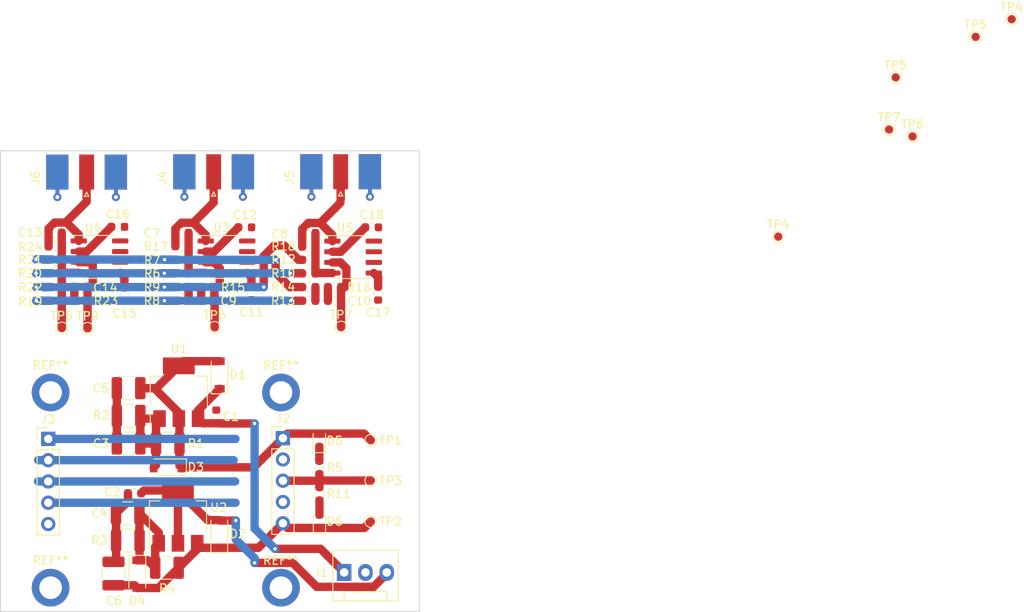
<source format=kicad_pcb>
(kicad_pcb (version 20171130) (host pcbnew "(5.1.5-0-10_14)")

  (general
    (thickness 1.6)
    (drawings 4)
    (tracks 249)
    (zones 0)
    (modules 76)
    (nets 23)
  )

  (page A4)
  (layers
    (0 F.Cu signal)
    (31 B.Cu signal)
    (32 B.Adhes user)
    (33 F.Adhes user)
    (34 B.Paste user)
    (35 F.Paste user)
    (36 B.SilkS user)
    (37 F.SilkS user)
    (38 B.Mask user)
    (39 F.Mask user)
    (40 Dwgs.User user)
    (41 Cmts.User user)
    (42 Eco1.User user)
    (43 Eco2.User user)
    (44 Edge.Cuts user)
    (45 Margin user)
    (46 B.CrtYd user)
    (47 F.CrtYd user)
    (48 B.Fab user)
    (49 F.Fab user hide)
  )

  (setup
    (last_trace_width 1)
    (user_trace_width 0.5)
    (user_trace_width 0.75)
    (user_trace_width 1)
    (trace_clearance 0.2)
    (zone_clearance 0.508)
    (zone_45_only no)
    (trace_min 0.2)
    (via_size 0.8)
    (via_drill 0.4)
    (via_min_size 0.4)
    (via_min_drill 0.3)
    (uvia_size 0.3)
    (uvia_drill 0.1)
    (uvias_allowed no)
    (uvia_min_size 0.2)
    (uvia_min_drill 0.1)
    (edge_width 0.1)
    (segment_width 0.2)
    (pcb_text_width 0.3)
    (pcb_text_size 1.5 1.5)
    (mod_edge_width 0.15)
    (mod_text_size 1 1)
    (mod_text_width 0.15)
    (pad_size 1.524 1.524)
    (pad_drill 0.762)
    (pad_to_mask_clearance 0)
    (aux_axis_origin 0 0)
    (visible_elements FFFFFF7F)
    (pcbplotparams
      (layerselection 0x010fc_ffffffff)
      (usegerberextensions false)
      (usegerberattributes false)
      (usegerberadvancedattributes false)
      (creategerberjobfile false)
      (excludeedgelayer true)
      (linewidth 0.100000)
      (plotframeref false)
      (viasonmask false)
      (mode 1)
      (useauxorigin false)
      (hpglpennumber 1)
      (hpglpenspeed 20)
      (hpglpendiameter 15.000000)
      (psnegative false)
      (psa4output false)
      (plotreference true)
      (plotvalue true)
      (plotinvisibletext false)
      (padsonsilk false)
      (subtractmaskfromsilk false)
      (outputformat 1)
      (mirror false)
      (drillshape 1)
      (scaleselection 1)
      (outputdirectory ""))
  )

  (net 0 "")
  (net 1 GND)
  (net 2 +15V)
  (net 3 -15V)
  (net 4 "Net-(C3-Pad1)")
  (net 5 "Net-(C4-Pad2)")
  (net 6 +12V)
  (net 7 -12V)
  (net 8 "Net-(C9-Pad2)")
  (net 9 /DIFFX)
  (net 10 "Net-(C10-Pad2)")
  (net 11 /DIFFY)
  (net 12 "Net-(C13-Pad2)")
  (net 13 /SUM)
  (net 14 "Net-(C14-Pad2)")
  (net 15 "Net-(D5-Pad1)")
  (net 16 "Net-(D6-Pad2)")
  (net 17 /-Y2)
  (net 18 /-Y1)
  (net 19 /-X2)
  (net 20 /-X1)
  (net 21 "Net-(C7-Pad2)")
  (net 22 "Net-(C8-Pad2)")

  (net_class Default "This is the default net class."
    (clearance 0.2)
    (trace_width 0.25)
    (via_dia 0.8)
    (via_drill 0.4)
    (uvia_dia 0.3)
    (uvia_drill 0.1)
    (add_net +12V)
    (add_net +15V)
    (add_net -12V)
    (add_net -15V)
    (add_net /-X1)
    (add_net /-X2)
    (add_net /-Y1)
    (add_net /-Y2)
    (add_net /DIFFX)
    (add_net /DIFFY)
    (add_net /SUM)
    (add_net GND)
    (add_net "Net-(C10-Pad2)")
    (add_net "Net-(C13-Pad2)")
    (add_net "Net-(C14-Pad2)")
    (add_net "Net-(C3-Pad1)")
    (add_net "Net-(C4-Pad2)")
    (add_net "Net-(C7-Pad2)")
    (add_net "Net-(C8-Pad2)")
    (add_net "Net-(C9-Pad2)")
    (add_net "Net-(D5-Pad1)")
    (add_net "Net-(D6-Pad2)")
  )

  (module TestPoint:TestPoint_Pad_D1.0mm (layer F.Cu) (tedit 5A0F774F) (tstamp 5E971D17)
    (at 164.846 87.249)
    (descr "SMD pad as test Point, diameter 1.0mm")
    (tags "test point SMD pad")
    (path /5EAD1BAC)
    (attr virtual)
    (fp_text reference TP4 (at 0 -1.448) (layer F.SilkS)
      (effects (font (size 1 1) (thickness 0.15)))
    )
    (fp_text value DIFFX- (at 0 1.55) (layer F.Fab)
      (effects (font (size 1 1) (thickness 0.15)))
    )
    (fp_circle (center 0 0) (end 0 0.7) (layer F.SilkS) (width 0.12))
    (fp_circle (center 0 0) (end 1 0) (layer F.CrtYd) (width 0.05))
    (fp_text user %R (at 0 -1.45) (layer F.Fab)
      (effects (font (size 1 1) (thickness 0.15)))
    )
    (pad 1 smd circle (at 0 0) (size 1 1) (layers F.Cu F.Mask)
      (net 21 "Net-(C7-Pad2)"))
  )

  (module Resistor_SMD:R_1210_3225Metric (layer F.Cu) (tedit 5B301BBD) (tstamp 5E96C22B)
    (at 91.8748 126.7714)
    (descr "Resistor SMD 1210 (3225 Metric), square (rectangular) end terminal, IPC_7351 nominal, (Body size source: http://www.tortai-tech.com/upload/download/2011102023233369053.pdf), generated with kicad-footprint-generator")
    (tags resistor)
    (path /5E85C21F)
    (attr smd)
    (fp_text reference R4 (at 0.0224 2.4638) (layer F.SilkS)
      (effects (font (size 1 1) (thickness 0.15)))
    )
    (fp_text value 240 (at 0 2.28) (layer F.Fab)
      (effects (font (size 1 1) (thickness 0.15)))
    )
    (fp_text user %R (at 0 0) (layer F.Fab)
      (effects (font (size 0.8 0.8) (thickness 0.12)))
    )
    (fp_line (start 2.28 1.58) (end -2.28 1.58) (layer F.CrtYd) (width 0.05))
    (fp_line (start 2.28 -1.58) (end 2.28 1.58) (layer F.CrtYd) (width 0.05))
    (fp_line (start -2.28 -1.58) (end 2.28 -1.58) (layer F.CrtYd) (width 0.05))
    (fp_line (start -2.28 1.58) (end -2.28 -1.58) (layer F.CrtYd) (width 0.05))
    (fp_line (start -0.602064 1.36) (end 0.602064 1.36) (layer F.SilkS) (width 0.12))
    (fp_line (start -0.602064 -1.36) (end 0.602064 -1.36) (layer F.SilkS) (width 0.12))
    (fp_line (start 1.6 1.25) (end -1.6 1.25) (layer F.Fab) (width 0.1))
    (fp_line (start 1.6 -1.25) (end 1.6 1.25) (layer F.Fab) (width 0.1))
    (fp_line (start -1.6 -1.25) (end 1.6 -1.25) (layer F.Fab) (width 0.1))
    (fp_line (start -1.6 1.25) (end -1.6 -1.25) (layer F.Fab) (width 0.1))
    (pad 2 smd roundrect (at 1.4 0) (size 1.25 2.65) (layers F.Cu F.Paste F.Mask) (roundrect_rratio 0.2)
      (net 7 -12V))
    (pad 1 smd roundrect (at -1.4 0) (size 1.25 2.65) (layers F.Cu F.Paste F.Mask) (roundrect_rratio 0.2)
      (net 5 "Net-(C4-Pad2)"))
    (model ${KISYS3DMOD}/Resistor_SMD.3dshapes/R_1210_3225Metric.wrl
      (at (xyz 0 0 0))
      (scale (xyz 1 1 1))
      (rotate (xyz 0 0 0))
    )
  )

  (module Resistor_SMD:R_1210_3225Metric (layer F.Cu) (tedit 5B301BBD) (tstamp 5E96C16B)
    (at 87.2079 123.5202)
    (descr "Resistor SMD 1210 (3225 Metric), square (rectangular) end terminal, IPC_7351 nominal, (Body size source: http://www.tortai-tech.com/upload/download/2011102023233369053.pdf), generated with kicad-footprint-generator")
    (tags resistor)
    (path /5E85C218)
    (attr smd)
    (fp_text reference R3 (at -3.3879 -0.0254) (layer F.SilkS)
      (effects (font (size 1 1) (thickness 0.15)))
    )
    (fp_text value 2.2k (at 0 2.28) (layer F.Fab)
      (effects (font (size 1 1) (thickness 0.15)))
    )
    (fp_text user %R (at 0 0) (layer F.Fab)
      (effects (font (size 0.8 0.8) (thickness 0.12)))
    )
    (fp_line (start 2.28 1.58) (end -2.28 1.58) (layer F.CrtYd) (width 0.05))
    (fp_line (start 2.28 -1.58) (end 2.28 1.58) (layer F.CrtYd) (width 0.05))
    (fp_line (start -2.28 -1.58) (end 2.28 -1.58) (layer F.CrtYd) (width 0.05))
    (fp_line (start -2.28 1.58) (end -2.28 -1.58) (layer F.CrtYd) (width 0.05))
    (fp_line (start -0.602064 1.36) (end 0.602064 1.36) (layer F.SilkS) (width 0.12))
    (fp_line (start -0.602064 -1.36) (end 0.602064 -1.36) (layer F.SilkS) (width 0.12))
    (fp_line (start 1.6 1.25) (end -1.6 1.25) (layer F.Fab) (width 0.1))
    (fp_line (start 1.6 -1.25) (end 1.6 1.25) (layer F.Fab) (width 0.1))
    (fp_line (start -1.6 -1.25) (end 1.6 -1.25) (layer F.Fab) (width 0.1))
    (fp_line (start -1.6 1.25) (end -1.6 -1.25) (layer F.Fab) (width 0.1))
    (pad 2 smd roundrect (at 1.4 0) (size 1.25 2.65) (layers F.Cu F.Paste F.Mask) (roundrect_rratio 0.2)
      (net 5 "Net-(C4-Pad2)"))
    (pad 1 smd roundrect (at -1.4 0) (size 1.25 2.65) (layers F.Cu F.Paste F.Mask) (roundrect_rratio 0.2)
      (net 1 GND))
    (model ${KISYS3DMOD}/Resistor_SMD.3dshapes/R_1210_3225Metric.wrl
      (at (xyz 0 0 0))
      (scale (xyz 1 1 1))
      (rotate (xyz 0 0 0))
    )
  )

  (module Resistor_SMD:R_1210_3225Metric (layer F.Cu) (tedit 5B301BBD) (tstamp 5E96C13B)
    (at 87.2968 108.6358 180)
    (descr "Resistor SMD 1210 (3225 Metric), square (rectangular) end terminal, IPC_7351 nominal, (Body size source: http://www.tortai-tech.com/upload/download/2011102023233369053.pdf), generated with kicad-footprint-generator")
    (tags resistor)
    (path /5E85C1CF)
    (attr smd)
    (fp_text reference R2 (at 3.299 0.0508) (layer F.SilkS)
      (effects (font (size 1 1) (thickness 0.15)))
    )
    (fp_text value 2.2k (at 0 2.28) (layer F.Fab)
      (effects (font (size 1 1) (thickness 0.15)))
    )
    (fp_text user %R (at 0 0) (layer F.Fab)
      (effects (font (size 0.8 0.8) (thickness 0.12)))
    )
    (fp_line (start 2.28 1.58) (end -2.28 1.58) (layer F.CrtYd) (width 0.05))
    (fp_line (start 2.28 -1.58) (end 2.28 1.58) (layer F.CrtYd) (width 0.05))
    (fp_line (start -2.28 -1.58) (end 2.28 -1.58) (layer F.CrtYd) (width 0.05))
    (fp_line (start -2.28 1.58) (end -2.28 -1.58) (layer F.CrtYd) (width 0.05))
    (fp_line (start -0.602064 1.36) (end 0.602064 1.36) (layer F.SilkS) (width 0.12))
    (fp_line (start -0.602064 -1.36) (end 0.602064 -1.36) (layer F.SilkS) (width 0.12))
    (fp_line (start 1.6 1.25) (end -1.6 1.25) (layer F.Fab) (width 0.1))
    (fp_line (start 1.6 -1.25) (end 1.6 1.25) (layer F.Fab) (width 0.1))
    (fp_line (start -1.6 -1.25) (end 1.6 -1.25) (layer F.Fab) (width 0.1))
    (fp_line (start -1.6 1.25) (end -1.6 -1.25) (layer F.Fab) (width 0.1))
    (pad 2 smd roundrect (at 1.4 0 180) (size 1.25 2.65) (layers F.Cu F.Paste F.Mask) (roundrect_rratio 0.2)
      (net 1 GND))
    (pad 1 smd roundrect (at -1.4 0 180) (size 1.25 2.65) (layers F.Cu F.Paste F.Mask) (roundrect_rratio 0.2)
      (net 4 "Net-(C3-Pad1)"))
    (model ${KISYS3DMOD}/Resistor_SMD.3dshapes/R_1210_3225Metric.wrl
      (at (xyz 0 0 0))
      (scale (xyz 1 1 1))
      (rotate (xyz 0 0 0))
    )
  )

  (module Resistor_SMD:R_1210_3225Metric (layer F.Cu) (tedit 5B301BBD) (tstamp 5E9720B8)
    (at 91.9734 111.9378 180)
    (descr "Resistor SMD 1210 (3225 Metric), square (rectangular) end terminal, IPC_7351 nominal, (Body size source: http://www.tortai-tech.com/upload/download/2011102023233369053.pdf), generated with kicad-footprint-generator")
    (tags resistor)
    (path /5E85C1C6)
    (attr smd)
    (fp_text reference R1 (at -3.3528 0) (layer F.SilkS)
      (effects (font (size 1 1) (thickness 0.15)))
    )
    (fp_text value 240 (at 0 2.28) (layer F.Fab)
      (effects (font (size 1 1) (thickness 0.15)))
    )
    (fp_text user %R (at 0 0) (layer F.Fab)
      (effects (font (size 0.8 0.8) (thickness 0.12)))
    )
    (fp_line (start 2.28 1.58) (end -2.28 1.58) (layer F.CrtYd) (width 0.05))
    (fp_line (start 2.28 -1.58) (end 2.28 1.58) (layer F.CrtYd) (width 0.05))
    (fp_line (start -2.28 -1.58) (end 2.28 -1.58) (layer F.CrtYd) (width 0.05))
    (fp_line (start -2.28 1.58) (end -2.28 -1.58) (layer F.CrtYd) (width 0.05))
    (fp_line (start -0.602064 1.36) (end 0.602064 1.36) (layer F.SilkS) (width 0.12))
    (fp_line (start -0.602064 -1.36) (end 0.602064 -1.36) (layer F.SilkS) (width 0.12))
    (fp_line (start 1.6 1.25) (end -1.6 1.25) (layer F.Fab) (width 0.1))
    (fp_line (start 1.6 -1.25) (end 1.6 1.25) (layer F.Fab) (width 0.1))
    (fp_line (start -1.6 -1.25) (end 1.6 -1.25) (layer F.Fab) (width 0.1))
    (fp_line (start -1.6 1.25) (end -1.6 -1.25) (layer F.Fab) (width 0.1))
    (pad 2 smd roundrect (at 1.4 0 180) (size 1.25 2.65) (layers F.Cu F.Paste F.Mask) (roundrect_rratio 0.2)
      (net 4 "Net-(C3-Pad1)"))
    (pad 1 smd roundrect (at -1.4 0 180) (size 1.25 2.65) (layers F.Cu F.Paste F.Mask) (roundrect_rratio 0.2)
      (net 6 +12V))
    (model ${KISYS3DMOD}/Resistor_SMD.3dshapes/R_1210_3225Metric.wrl
      (at (xyz 0 0 0))
      (scale (xyz 1 1 1))
      (rotate (xyz 0 0 0))
    )
  )

  (module TestPoint:TestPoint_Pad_D1.0mm (layer F.Cu) (tedit 5A0F774F) (tstamp 5E96D1E4)
    (at 82.4 98.19)
    (descr "SMD pad as test Point, diameter 1.0mm")
    (tags "test point SMD pad")
    (path /5EDE8670)
    (attr virtual)
    (fp_text reference TP9 (at 0 -1.448) (layer F.SilkS)
      (effects (font (size 1 1) (thickness 0.15)))
    )
    (fp_text value SUM+ (at 0 1.55) (layer F.Fab)
      (effects (font (size 1 1) (thickness 0.15)))
    )
    (fp_circle (center 0 0) (end 0 0.7) (layer F.SilkS) (width 0.12))
    (fp_circle (center 0 0) (end 1 0) (layer F.CrtYd) (width 0.05))
    (fp_text user %R (at 0 -1.45) (layer F.Fab)
      (effects (font (size 1 1) (thickness 0.15)))
    )
    (pad 1 smd circle (at 0 0) (size 1 1) (layers F.Cu F.Mask)
      (net 14 "Net-(C14-Pad2)"))
  )

  (module Package_SO:SOIC-8_3.9x4.9mm_P1.27mm (layer F.Cu) (tedit 5D9F72B1) (tstamp 5E96B886)
    (at 114.0968 89.6874)
    (descr "SOIC, 8 Pin (JEDEC MS-012AA, https://www.analog.com/media/en/package-pcb-resources/package/pkg_pdf/soic_narrow-r/r_8.pdf), generated with kicad-footprint-generator ipc_gullwing_generator.py")
    (tags "SOIC SO")
    (path /5EE0464F)
    (attr smd)
    (fp_text reference U5 (at -0.96 -3.51) (layer F.SilkS)
      (effects (font (size 1 1) (thickness 0.15)))
    )
    (fp_text value OPA197xDBV (at 0 3.4) (layer F.Fab)
      (effects (font (size 1 1) (thickness 0.15)))
    )
    (fp_text user %R (at 0 0) (layer F.Fab)
      (effects (font (size 0.98 0.98) (thickness 0.15)))
    )
    (fp_line (start 3.7 -2.7) (end -3.7 -2.7) (layer F.CrtYd) (width 0.05))
    (fp_line (start 3.7 2.7) (end 3.7 -2.7) (layer F.CrtYd) (width 0.05))
    (fp_line (start -3.7 2.7) (end 3.7 2.7) (layer F.CrtYd) (width 0.05))
    (fp_line (start -3.7 -2.7) (end -3.7 2.7) (layer F.CrtYd) (width 0.05))
    (fp_line (start -1.95 -1.475) (end -0.975 -2.45) (layer F.Fab) (width 0.1))
    (fp_line (start -1.95 2.45) (end -1.95 -1.475) (layer F.Fab) (width 0.1))
    (fp_line (start 1.95 2.45) (end -1.95 2.45) (layer F.Fab) (width 0.1))
    (fp_line (start 1.95 -2.45) (end 1.95 2.45) (layer F.Fab) (width 0.1))
    (fp_line (start -0.975 -2.45) (end 1.95 -2.45) (layer F.Fab) (width 0.1))
    (fp_line (start 0 -2.56) (end -3.45 -2.56) (layer F.SilkS) (width 0.12))
    (fp_line (start 0 -2.56) (end 1.95 -2.56) (layer F.SilkS) (width 0.12))
    (fp_line (start 0 2.56) (end -1.95 2.56) (layer F.SilkS) (width 0.12))
    (fp_line (start 0 2.56) (end 1.95 2.56) (layer F.SilkS) (width 0.12))
    (pad 8 smd roundrect (at 2.475 -1.905) (size 1.95 0.6) (layers F.Cu F.Paste F.Mask) (roundrect_rratio 0.25))
    (pad 7 smd roundrect (at 2.475 -0.635) (size 1.95 0.6) (layers F.Cu F.Paste F.Mask) (roundrect_rratio 0.25))
    (pad 6 smd roundrect (at 2.475 0.635) (size 1.95 0.6) (layers F.Cu F.Paste F.Mask) (roundrect_rratio 0.25))
    (pad 5 smd roundrect (at 2.475 1.905) (size 1.95 0.6) (layers F.Cu F.Paste F.Mask) (roundrect_rratio 0.25)
      (net 6 +12V))
    (pad 4 smd roundrect (at -2.475 1.905) (size 1.95 0.6) (layers F.Cu F.Paste F.Mask) (roundrect_rratio 0.25)
      (net 22 "Net-(C8-Pad2)"))
    (pad 3 smd roundrect (at -2.475 0.635) (size 1.95 0.6) (layers F.Cu F.Paste F.Mask) (roundrect_rratio 0.25)
      (net 10 "Net-(C10-Pad2)"))
    (pad 2 smd roundrect (at -2.475 -0.635) (size 1.95 0.6) (layers F.Cu F.Paste F.Mask) (roundrect_rratio 0.25)
      (net 7 -12V))
    (pad 1 smd roundrect (at -2.475 -1.905) (size 1.95 0.6) (layers F.Cu F.Paste F.Mask) (roundrect_rratio 0.25)
      (net 11 /DIFFY))
    (model ${KISYS3DMOD}/Package_SO.3dshapes/SOIC-8_3.9x4.9mm_P1.27mm.wrl
      (at (xyz 0 0 0))
      (scale (xyz 1 1 1))
      (rotate (xyz 0 0 0))
    )
  )

  (module TestPoint:TestPoint_Pad_D1.0mm (layer F.Cu) (tedit 5A0F774F) (tstamp 5E95E87B)
    (at 178.07 74.46)
    (descr "SMD pad as test Point, diameter 1.0mm")
    (tags "test point SMD pad")
    (path /5EE04615)
    (attr virtual)
    (fp_text reference TP7 (at 0 -1.448) (layer F.SilkS)
      (effects (font (size 1 1) (thickness 0.15)))
    )
    (fp_text value DIFFY- (at 0 1.55) (layer F.Fab)
      (effects (font (size 1 1) (thickness 0.15)))
    )
    (fp_circle (center 0 0) (end 0 0.7) (layer F.SilkS) (width 0.12))
    (fp_circle (center 0 0) (end 1 0) (layer F.CrtYd) (width 0.05))
    (fp_text user %R (at 0 -1.45) (layer F.Fab)
      (effects (font (size 1 1) (thickness 0.15)))
    )
    (pad 1 smd circle (at 0 0) (size 1 1) (layers F.Cu F.Mask)
      (net 22 "Net-(C8-Pad2)"))
  )

  (module TestPoint:TestPoint_Pad_D1.0mm (layer F.Cu) (tedit 5A0F774F) (tstamp 5E95E873)
    (at 180.87 75.29)
    (descr "SMD pad as test Point, diameter 1.0mm")
    (tags "test point SMD pad")
    (path /5EE0467F)
    (attr virtual)
    (fp_text reference TP6 (at 0 -1.448) (layer F.SilkS)
      (effects (font (size 1 1) (thickness 0.15)))
    )
    (fp_text value DIFFY+ (at 0 1.55) (layer F.Fab)
      (effects (font (size 1 1) (thickness 0.15)))
    )
    (fp_circle (center 0 0) (end 0 0.7) (layer F.SilkS) (width 0.12))
    (fp_circle (center 0 0) (end 1 0) (layer F.CrtYd) (width 0.05))
    (fp_text user %R (at 0 -1.45) (layer F.Fab)
      (effects (font (size 1 1) (thickness 0.15)))
    )
    (pad 1 smd circle (at 0 0) (size 1 1) (layers F.Cu F.Mask)
      (net 10 "Net-(C10-Pad2)"))
  )

  (module TestPoint:TestPoint_Pad_D1.0mm (layer F.Cu) (tedit 5A0F774F) (tstamp 5E969CF0)
    (at 97.57 98.07)
    (descr "SMD pad as test Point, diameter 1.0mm")
    (tags "test point SMD pad")
    (path /5EDDD058)
    (attr virtual)
    (fp_text reference TP5 (at 0 -1.448) (layer F.SilkS)
      (effects (font (size 1 1) (thickness 0.15)))
    )
    (fp_text value DIFFX+ (at 0 1.55) (layer F.Fab)
      (effects (font (size 1 1) (thickness 0.15)))
    )
    (fp_circle (center 0 0) (end 0 0.7) (layer F.SilkS) (width 0.12))
    (fp_circle (center 0 0) (end 1 0) (layer F.CrtYd) (width 0.05))
    (fp_text user %R (at 0 -1.45) (layer F.Fab)
      (effects (font (size 1 1) (thickness 0.15)))
    )
    (pad 1 smd circle (at 0 0) (size 1 1) (layers F.Cu F.Mask)
      (net 8 "Net-(C9-Pad2)"))
  )

  (module Resistor_SMD:R_0603_1608Metric (layer F.Cu) (tedit 5B301BBD) (tstamp 5E96B8C8)
    (at 108.8135 88.4428)
    (descr "Resistor SMD 0603 (1608 Metric), square (rectangular) end terminal, IPC_7351 nominal, (Body size source: http://www.tortai-tech.com/upload/download/2011102023233369053.pdf), generated with kicad-footprint-generator")
    (tags resistor)
    (path /5EE04602)
    (attr smd)
    (fp_text reference R18 (at -3.0325 -0.03) (layer F.SilkS)
      (effects (font (size 1 1) (thickness 0.15)))
    )
    (fp_text value 10k (at 0 1.43) (layer F.Fab)
      (effects (font (size 1 1) (thickness 0.15)))
    )
    (fp_text user %R (at 0 0) (layer F.Fab)
      (effects (font (size 0.4 0.4) (thickness 0.06)))
    )
    (fp_line (start 1.48 0.73) (end -1.48 0.73) (layer F.CrtYd) (width 0.05))
    (fp_line (start 1.48 -0.73) (end 1.48 0.73) (layer F.CrtYd) (width 0.05))
    (fp_line (start -1.48 -0.73) (end 1.48 -0.73) (layer F.CrtYd) (width 0.05))
    (fp_line (start -1.48 0.73) (end -1.48 -0.73) (layer F.CrtYd) (width 0.05))
    (fp_line (start -0.162779 0.51) (end 0.162779 0.51) (layer F.SilkS) (width 0.12))
    (fp_line (start -0.162779 -0.51) (end 0.162779 -0.51) (layer F.SilkS) (width 0.12))
    (fp_line (start 0.8 0.4) (end -0.8 0.4) (layer F.Fab) (width 0.1))
    (fp_line (start 0.8 -0.4) (end 0.8 0.4) (layer F.Fab) (width 0.1))
    (fp_line (start -0.8 -0.4) (end 0.8 -0.4) (layer F.Fab) (width 0.1))
    (fp_line (start -0.8 0.4) (end -0.8 -0.4) (layer F.Fab) (width 0.1))
    (pad 2 smd roundrect (at 0.7875 0) (size 0.875 0.95) (layers F.Cu F.Paste F.Mask) (roundrect_rratio 0.25)
      (net 22 "Net-(C8-Pad2)"))
    (pad 1 smd roundrect (at -0.7875 0) (size 0.875 0.95) (layers F.Cu F.Paste F.Mask) (roundrect_rratio 0.25)
      (net 11 /DIFFY))
    (model ${KISYS3DMOD}/Resistor_SMD.3dshapes/R_0603_1608Metric.wrl
      (at (xyz 0 0 0))
      (scale (xyz 1 1 1))
      (rotate (xyz 0 0 0))
    )
  )

  (module Resistor_SMD:R_0603_1608Metric (layer F.Cu) (tedit 5B301BBD) (tstamp 5E96B9B8)
    (at 111.8744 93.2688)
    (descr "Resistor SMD 0603 (1608 Metric), square (rectangular) end terminal, IPC_7351 nominal, (Body size source: http://www.tortai-tech.com/upload/download/2011102023233369053.pdf), generated with kicad-footprint-generator")
    (tags resistor)
    (path /5EE04667)
    (attr smd)
    (fp_text reference R16 (at 2.9625 0.04) (layer F.SilkS)
      (effects (font (size 1 1) (thickness 0.15)))
    )
    (fp_text value 10k (at 0 1.43) (layer F.Fab)
      (effects (font (size 1 1) (thickness 0.15)))
    )
    (fp_text user %R (at 0 0) (layer F.Fab)
      (effects (font (size 0.4 0.4) (thickness 0.06)))
    )
    (fp_line (start 1.48 0.73) (end -1.48 0.73) (layer F.CrtYd) (width 0.05))
    (fp_line (start 1.48 -0.73) (end 1.48 0.73) (layer F.CrtYd) (width 0.05))
    (fp_line (start -1.48 -0.73) (end 1.48 -0.73) (layer F.CrtYd) (width 0.05))
    (fp_line (start -1.48 0.73) (end -1.48 -0.73) (layer F.CrtYd) (width 0.05))
    (fp_line (start -0.162779 0.51) (end 0.162779 0.51) (layer F.SilkS) (width 0.12))
    (fp_line (start -0.162779 -0.51) (end 0.162779 -0.51) (layer F.SilkS) (width 0.12))
    (fp_line (start 0.8 0.4) (end -0.8 0.4) (layer F.Fab) (width 0.1))
    (fp_line (start 0.8 -0.4) (end 0.8 0.4) (layer F.Fab) (width 0.1))
    (fp_line (start -0.8 -0.4) (end 0.8 -0.4) (layer F.Fab) (width 0.1))
    (fp_line (start -0.8 0.4) (end -0.8 -0.4) (layer F.Fab) (width 0.1))
    (pad 2 smd roundrect (at 0.7875 0) (size 0.875 0.95) (layers F.Cu F.Paste F.Mask) (roundrect_rratio 0.25)
      (net 10 "Net-(C10-Pad2)"))
    (pad 1 smd roundrect (at -0.7875 0) (size 0.875 0.95) (layers F.Cu F.Paste F.Mask) (roundrect_rratio 0.25)
      (net 1 GND))
    (model ${KISYS3DMOD}/Resistor_SMD.3dshapes/R_0603_1608Metric.wrl
      (at (xyz 0 0 0))
      (scale (xyz 1 1 1))
      (rotate (xyz 0 0 0))
    )
  )

  (module Resistor_SMD:R_0603_1608Metric (layer F.Cu) (tedit 5B301BBD) (tstamp 5E978287)
    (at 108.8137 93.2688 180)
    (descr "Resistor SMD 0603 (1608 Metric), square (rectangular) end terminal, IPC_7351 nominal, (Body size source: http://www.tortai-tech.com/upload/download/2011102023233369053.pdf), generated with kicad-footprint-generator")
    (tags resistor)
    (path /5EE045F3)
    (attr smd)
    (fp_text reference R14 (at 3.0725 0.01) (layer F.SilkS)
      (effects (font (size 1 1) (thickness 0.15)))
    )
    (fp_text value 10k (at 0 1.43) (layer F.Fab)
      (effects (font (size 1 1) (thickness 0.15)))
    )
    (fp_text user %R (at 0 0) (layer F.Fab)
      (effects (font (size 0.4 0.4) (thickness 0.06)))
    )
    (fp_line (start 1.48 0.73) (end -1.48 0.73) (layer F.CrtYd) (width 0.05))
    (fp_line (start 1.48 -0.73) (end 1.48 0.73) (layer F.CrtYd) (width 0.05))
    (fp_line (start -1.48 -0.73) (end 1.48 -0.73) (layer F.CrtYd) (width 0.05))
    (fp_line (start -1.48 0.73) (end -1.48 -0.73) (layer F.CrtYd) (width 0.05))
    (fp_line (start -0.162779 0.51) (end 0.162779 0.51) (layer F.SilkS) (width 0.12))
    (fp_line (start -0.162779 -0.51) (end 0.162779 -0.51) (layer F.SilkS) (width 0.12))
    (fp_line (start 0.8 0.4) (end -0.8 0.4) (layer F.Fab) (width 0.1))
    (fp_line (start 0.8 -0.4) (end 0.8 0.4) (layer F.Fab) (width 0.1))
    (fp_line (start -0.8 -0.4) (end 0.8 -0.4) (layer F.Fab) (width 0.1))
    (fp_line (start -0.8 0.4) (end -0.8 -0.4) (layer F.Fab) (width 0.1))
    (pad 2 smd roundrect (at 0.7875 0 180) (size 0.875 0.95) (layers F.Cu F.Paste F.Mask) (roundrect_rratio 0.25)
      (net 18 /-Y1))
    (pad 1 smd roundrect (at -0.7875 0 180) (size 0.875 0.95) (layers F.Cu F.Paste F.Mask) (roundrect_rratio 0.25)
      (net 10 "Net-(C10-Pad2)"))
    (model ${KISYS3DMOD}/Resistor_SMD.3dshapes/R_0603_1608Metric.wrl
      (at (xyz 0 0 0))
      (scale (xyz 1 1 1))
      (rotate (xyz 0 0 0))
    )
  )

  (module Resistor_SMD:R_0603_1608Metric (layer F.Cu) (tedit 5B301BBD) (tstamp 5E977DBB)
    (at 108.8135 94.8944 180)
    (descr "Resistor SMD 0603 (1608 Metric), square (rectangular) end terminal, IPC_7351 nominal, (Body size source: http://www.tortai-tech.com/upload/download/2011102023233369053.pdf), generated with kicad-footprint-generator")
    (tags resistor)
    (path /5EE045FA)
    (attr smd)
    (fp_text reference R13 (at 3.0725 -0.01) (layer F.SilkS)
      (effects (font (size 1 1) (thickness 0.15)))
    )
    (fp_text value 10k (at 0 1.43) (layer F.Fab)
      (effects (font (size 1 1) (thickness 0.15)))
    )
    (fp_text user %R (at 0 0) (layer F.Fab)
      (effects (font (size 0.4 0.4) (thickness 0.06)))
    )
    (fp_line (start 1.48 0.73) (end -1.48 0.73) (layer F.CrtYd) (width 0.05))
    (fp_line (start 1.48 -0.73) (end 1.48 0.73) (layer F.CrtYd) (width 0.05))
    (fp_line (start -1.48 -0.73) (end 1.48 -0.73) (layer F.CrtYd) (width 0.05))
    (fp_line (start -1.48 0.73) (end -1.48 -0.73) (layer F.CrtYd) (width 0.05))
    (fp_line (start -0.162779 0.51) (end 0.162779 0.51) (layer F.SilkS) (width 0.12))
    (fp_line (start -0.162779 -0.51) (end 0.162779 -0.51) (layer F.SilkS) (width 0.12))
    (fp_line (start 0.8 0.4) (end -0.8 0.4) (layer F.Fab) (width 0.1))
    (fp_line (start 0.8 -0.4) (end 0.8 0.4) (layer F.Fab) (width 0.1))
    (fp_line (start -0.8 -0.4) (end 0.8 -0.4) (layer F.Fab) (width 0.1))
    (fp_line (start -0.8 0.4) (end -0.8 -0.4) (layer F.Fab) (width 0.1))
    (pad 2 smd roundrect (at 0.7875 0 180) (size 0.875 0.95) (layers F.Cu F.Paste F.Mask) (roundrect_rratio 0.25)
      (net 20 /-X1))
    (pad 1 smd roundrect (at -0.7875 0 180) (size 0.875 0.95) (layers F.Cu F.Paste F.Mask) (roundrect_rratio 0.25)
      (net 10 "Net-(C10-Pad2)"))
    (model ${KISYS3DMOD}/Resistor_SMD.3dshapes/R_0603_1608Metric.wrl
      (at (xyz 0 0 0))
      (scale (xyz 1 1 1))
      (rotate (xyz 0 0 0))
    )
  )

  (module Resistor_SMD:R_0603_1608Metric (layer F.Cu) (tedit 5B301BBD) (tstamp 5E96B928)
    (at 108.8135 90.0176 180)
    (descr "Resistor SMD 0603 (1608 Metric), square (rectangular) end terminal, IPC_7351 nominal, (Body size source: http://www.tortai-tech.com/upload/download/2011102023233369053.pdf), generated with kicad-footprint-generator")
    (tags resistor)
    (path /5EE045E8)
    (attr smd)
    (fp_text reference R12 (at 3.0225 0.06) (layer F.SilkS)
      (effects (font (size 1 1) (thickness 0.15)))
    )
    (fp_text value 10k (at 0 1.43) (layer F.Fab)
      (effects (font (size 1 1) (thickness 0.15)))
    )
    (fp_text user %R (at 0 0) (layer F.Fab)
      (effects (font (size 0.4 0.4) (thickness 0.06)))
    )
    (fp_line (start 1.48 0.73) (end -1.48 0.73) (layer F.CrtYd) (width 0.05))
    (fp_line (start 1.48 -0.73) (end 1.48 0.73) (layer F.CrtYd) (width 0.05))
    (fp_line (start -1.48 -0.73) (end 1.48 -0.73) (layer F.CrtYd) (width 0.05))
    (fp_line (start -1.48 0.73) (end -1.48 -0.73) (layer F.CrtYd) (width 0.05))
    (fp_line (start -0.162779 0.51) (end 0.162779 0.51) (layer F.SilkS) (width 0.12))
    (fp_line (start -0.162779 -0.51) (end 0.162779 -0.51) (layer F.SilkS) (width 0.12))
    (fp_line (start 0.8 0.4) (end -0.8 0.4) (layer F.Fab) (width 0.1))
    (fp_line (start 0.8 -0.4) (end 0.8 0.4) (layer F.Fab) (width 0.1))
    (fp_line (start -0.8 -0.4) (end 0.8 -0.4) (layer F.Fab) (width 0.1))
    (fp_line (start -0.8 0.4) (end -0.8 -0.4) (layer F.Fab) (width 0.1))
    (pad 2 smd roundrect (at 0.7875 0 180) (size 0.875 0.95) (layers F.Cu F.Paste F.Mask) (roundrect_rratio 0.25)
      (net 17 /-Y2))
    (pad 1 smd roundrect (at -0.7875 0 180) (size 0.875 0.95) (layers F.Cu F.Paste F.Mask) (roundrect_rratio 0.25)
      (net 22 "Net-(C8-Pad2)"))
    (model ${KISYS3DMOD}/Resistor_SMD.3dshapes/R_0603_1608Metric.wrl
      (at (xyz 0 0 0))
      (scale (xyz 1 1 1))
      (rotate (xyz 0 0 0))
    )
  )

  (module Resistor_SMD:R_0603_1608Metric (layer F.Cu) (tedit 5B301BBD) (tstamp 5E977EC7)
    (at 108.8135 91.6432 180)
    (descr "Resistor SMD 0603 (1608 Metric), square (rectangular) end terminal, IPC_7351 nominal, (Body size source: http://www.tortai-tech.com/upload/download/2011102023233369053.pdf), generated with kicad-footprint-generator")
    (tags resistor)
    (path /5EE045E1)
    (attr smd)
    (fp_text reference R10 (at 3.0525 0.02) (layer F.SilkS)
      (effects (font (size 1 1) (thickness 0.15)))
    )
    (fp_text value 10k (at 0 1.43) (layer F.Fab)
      (effects (font (size 1 1) (thickness 0.15)))
    )
    (fp_text user %R (at 0 0) (layer F.Fab)
      (effects (font (size 0.4 0.4) (thickness 0.06)))
    )
    (fp_line (start 1.48 0.73) (end -1.48 0.73) (layer F.CrtYd) (width 0.05))
    (fp_line (start 1.48 -0.73) (end 1.48 0.73) (layer F.CrtYd) (width 0.05))
    (fp_line (start -1.48 -0.73) (end 1.48 -0.73) (layer F.CrtYd) (width 0.05))
    (fp_line (start -1.48 0.73) (end -1.48 -0.73) (layer F.CrtYd) (width 0.05))
    (fp_line (start -0.162779 0.51) (end 0.162779 0.51) (layer F.SilkS) (width 0.12))
    (fp_line (start -0.162779 -0.51) (end 0.162779 -0.51) (layer F.SilkS) (width 0.12))
    (fp_line (start 0.8 0.4) (end -0.8 0.4) (layer F.Fab) (width 0.1))
    (fp_line (start 0.8 -0.4) (end 0.8 0.4) (layer F.Fab) (width 0.1))
    (fp_line (start -0.8 -0.4) (end 0.8 -0.4) (layer F.Fab) (width 0.1))
    (fp_line (start -0.8 0.4) (end -0.8 -0.4) (layer F.Fab) (width 0.1))
    (pad 2 smd roundrect (at 0.7875 0 180) (size 0.875 0.95) (layers F.Cu F.Paste F.Mask) (roundrect_rratio 0.25)
      (net 19 /-X2))
    (pad 1 smd roundrect (at -0.7875 0 180) (size 0.875 0.95) (layers F.Cu F.Paste F.Mask) (roundrect_rratio 0.25)
      (net 22 "Net-(C8-Pad2)"))
    (model ${KISYS3DMOD}/Resistor_SMD.3dshapes/R_0603_1608Metric.wrl
      (at (xyz 0 0 0))
      (scale (xyz 1 1 1))
      (rotate (xyz 0 0 0))
    )
  )

  (module Capacitor_SMD:C_0603_1608Metric (layer F.Cu) (tedit 5B301BBE) (tstamp 5E96BA2D)
    (at 116.3325 86.14 180)
    (descr "Capacitor SMD 0603 (1608 Metric), square (rectangular) end terminal, IPC_7351 nominal, (Body size source: http://www.tortai-tech.com/upload/download/2011102023233369053.pdf), generated with kicad-footprint-generator")
    (tags capacitor)
    (path /5EE0461B)
    (attr smd)
    (fp_text reference C18 (at 0.0025 1.49) (layer F.SilkS)
      (effects (font (size 1 1) (thickness 0.15)))
    )
    (fp_text value 100n (at 0 1.43) (layer F.Fab)
      (effects (font (size 1 1) (thickness 0.15)))
    )
    (fp_text user %R (at 0 0) (layer F.Fab)
      (effects (font (size 0.4 0.4) (thickness 0.06)))
    )
    (fp_line (start 1.48 0.73) (end -1.48 0.73) (layer F.CrtYd) (width 0.05))
    (fp_line (start 1.48 -0.73) (end 1.48 0.73) (layer F.CrtYd) (width 0.05))
    (fp_line (start -1.48 -0.73) (end 1.48 -0.73) (layer F.CrtYd) (width 0.05))
    (fp_line (start -1.48 0.73) (end -1.48 -0.73) (layer F.CrtYd) (width 0.05))
    (fp_line (start -0.162779 0.51) (end 0.162779 0.51) (layer F.SilkS) (width 0.12))
    (fp_line (start -0.162779 -0.51) (end 0.162779 -0.51) (layer F.SilkS) (width 0.12))
    (fp_line (start 0.8 0.4) (end -0.8 0.4) (layer F.Fab) (width 0.1))
    (fp_line (start 0.8 -0.4) (end 0.8 0.4) (layer F.Fab) (width 0.1))
    (fp_line (start -0.8 -0.4) (end 0.8 -0.4) (layer F.Fab) (width 0.1))
    (fp_line (start -0.8 0.4) (end -0.8 -0.4) (layer F.Fab) (width 0.1))
    (pad 2 smd roundrect (at 0.7875 0 180) (size 0.875 0.95) (layers F.Cu F.Paste F.Mask) (roundrect_rratio 0.25)
      (net 7 -12V))
    (pad 1 smd roundrect (at -0.7875 0 180) (size 0.875 0.95) (layers F.Cu F.Paste F.Mask) (roundrect_rratio 0.25)
      (net 1 GND))
    (model ${KISYS3DMOD}/Capacitor_SMD.3dshapes/C_0603_1608Metric.wrl
      (at (xyz 0 0 0))
      (scale (xyz 1 1 1))
      (rotate (xyz 0 0 0))
    )
  )

  (module Capacitor_SMD:C_0603_1608Metric (layer F.Cu) (tedit 5B301BBE) (tstamp 5E96B9E8)
    (at 117.0825 94.03 90)
    (descr "Capacitor SMD 0603 (1608 Metric), square (rectangular) end terminal, IPC_7351 nominal, (Body size source: http://www.tortai-tech.com/upload/download/2011102023233369053.pdf), generated with kicad-footprint-generator")
    (tags capacitor)
    (path /5EE04645)
    (attr smd)
    (fp_text reference C17 (at -2.25 -0.0025 180) (layer F.SilkS)
      (effects (font (size 1 1) (thickness 0.15)))
    )
    (fp_text value 100n (at 0 1.43 90) (layer F.Fab)
      (effects (font (size 1 1) (thickness 0.15)))
    )
    (fp_text user %R (at 0 0 90) (layer F.Fab)
      (effects (font (size 0.4 0.4) (thickness 0.06)))
    )
    (fp_line (start 1.48 0.73) (end -1.48 0.73) (layer F.CrtYd) (width 0.05))
    (fp_line (start 1.48 -0.73) (end 1.48 0.73) (layer F.CrtYd) (width 0.05))
    (fp_line (start -1.48 -0.73) (end 1.48 -0.73) (layer F.CrtYd) (width 0.05))
    (fp_line (start -1.48 0.73) (end -1.48 -0.73) (layer F.CrtYd) (width 0.05))
    (fp_line (start -0.162779 0.51) (end 0.162779 0.51) (layer F.SilkS) (width 0.12))
    (fp_line (start -0.162779 -0.51) (end 0.162779 -0.51) (layer F.SilkS) (width 0.12))
    (fp_line (start 0.8 0.4) (end -0.8 0.4) (layer F.Fab) (width 0.1))
    (fp_line (start 0.8 -0.4) (end 0.8 0.4) (layer F.Fab) (width 0.1))
    (fp_line (start -0.8 -0.4) (end 0.8 -0.4) (layer F.Fab) (width 0.1))
    (fp_line (start -0.8 0.4) (end -0.8 -0.4) (layer F.Fab) (width 0.1))
    (pad 2 smd roundrect (at 0.7875 0 90) (size 0.875 0.95) (layers F.Cu F.Paste F.Mask) (roundrect_rratio 0.25)
      (net 6 +12V))
    (pad 1 smd roundrect (at -0.7875 0 90) (size 0.875 0.95) (layers F.Cu F.Paste F.Mask) (roundrect_rratio 0.25)
      (net 1 GND))
    (model ${KISYS3DMOD}/Capacitor_SMD.3dshapes/C_0603_1608Metric.wrl
      (at (xyz 0 0 0))
      (scale (xyz 1 1 1))
      (rotate (xyz 0 0 0))
    )
  )

  (module Capacitor_SMD:C_0603_1608Metric (layer F.Cu) (tedit 5B301BBE) (tstamp 5E96B81D)
    (at 111.8775 94.8944)
    (descr "Capacitor SMD 0603 (1608 Metric), square (rectangular) end terminal, IPC_7351 nominal, (Body size source: http://www.tortai-tech.com/upload/download/2011102023233369053.pdf), generated with kicad-footprint-generator")
    (tags capacitor)
    (path /5EE0466D)
    (attr smd)
    (fp_text reference C10 (at 2.9525 0.06) (layer F.SilkS)
      (effects (font (size 1 1) (thickness 0.15)))
    )
    (fp_text value 5p (at 0 1.43) (layer F.Fab)
      (effects (font (size 1 1) (thickness 0.15)))
    )
    (fp_text user %R (at 0 0) (layer F.Fab)
      (effects (font (size 0.4 0.4) (thickness 0.06)))
    )
    (fp_line (start 1.48 0.73) (end -1.48 0.73) (layer F.CrtYd) (width 0.05))
    (fp_line (start 1.48 -0.73) (end 1.48 0.73) (layer F.CrtYd) (width 0.05))
    (fp_line (start -1.48 -0.73) (end 1.48 -0.73) (layer F.CrtYd) (width 0.05))
    (fp_line (start -1.48 0.73) (end -1.48 -0.73) (layer F.CrtYd) (width 0.05))
    (fp_line (start -0.162779 0.51) (end 0.162779 0.51) (layer F.SilkS) (width 0.12))
    (fp_line (start -0.162779 -0.51) (end 0.162779 -0.51) (layer F.SilkS) (width 0.12))
    (fp_line (start 0.8 0.4) (end -0.8 0.4) (layer F.Fab) (width 0.1))
    (fp_line (start 0.8 -0.4) (end 0.8 0.4) (layer F.Fab) (width 0.1))
    (fp_line (start -0.8 -0.4) (end 0.8 -0.4) (layer F.Fab) (width 0.1))
    (fp_line (start -0.8 0.4) (end -0.8 -0.4) (layer F.Fab) (width 0.1))
    (pad 2 smd roundrect (at 0.7875 0) (size 0.875 0.95) (layers F.Cu F.Paste F.Mask) (roundrect_rratio 0.25)
      (net 10 "Net-(C10-Pad2)"))
    (pad 1 smd roundrect (at -0.7875 0) (size 0.875 0.95) (layers F.Cu F.Paste F.Mask) (roundrect_rratio 0.25)
      (net 1 GND))
    (model ${KISYS3DMOD}/Capacitor_SMD.3dshapes/C_0603_1608Metric.wrl
      (at (xyz 0 0 0))
      (scale (xyz 1 1 1))
      (rotate (xyz 0 0 0))
    )
  )

  (module Capacitor_SMD:C_0603_1608Metric (layer F.Cu) (tedit 5B301BBE) (tstamp 5E96B84D)
    (at 108.8135 86.8172)
    (descr "Capacitor SMD 0603 (1608 Metric), square (rectangular) end terminal, IPC_7351 nominal, (Body size source: http://www.tortai-tech.com/upload/download/2011102023233369053.pdf), generated with kicad-footprint-generator")
    (tags capacitor)
    (path /5EE0463A)
    (attr smd)
    (fp_text reference C8 (at -3.4925 0.13) (layer F.SilkS)
      (effects (font (size 1 1) (thickness 0.15)))
    )
    (fp_text value 5p (at 0 1.43) (layer F.Fab)
      (effects (font (size 1 1) (thickness 0.15)))
    )
    (fp_text user %R (at 0 0) (layer F.Fab)
      (effects (font (size 0.4 0.4) (thickness 0.06)))
    )
    (fp_line (start 1.48 0.73) (end -1.48 0.73) (layer F.CrtYd) (width 0.05))
    (fp_line (start 1.48 -0.73) (end 1.48 0.73) (layer F.CrtYd) (width 0.05))
    (fp_line (start -1.48 -0.73) (end 1.48 -0.73) (layer F.CrtYd) (width 0.05))
    (fp_line (start -1.48 0.73) (end -1.48 -0.73) (layer F.CrtYd) (width 0.05))
    (fp_line (start -0.162779 0.51) (end 0.162779 0.51) (layer F.SilkS) (width 0.12))
    (fp_line (start -0.162779 -0.51) (end 0.162779 -0.51) (layer F.SilkS) (width 0.12))
    (fp_line (start 0.8 0.4) (end -0.8 0.4) (layer F.Fab) (width 0.1))
    (fp_line (start 0.8 -0.4) (end 0.8 0.4) (layer F.Fab) (width 0.1))
    (fp_line (start -0.8 -0.4) (end 0.8 -0.4) (layer F.Fab) (width 0.1))
    (fp_line (start -0.8 0.4) (end -0.8 -0.4) (layer F.Fab) (width 0.1))
    (pad 2 smd roundrect (at 0.7875 0) (size 0.875 0.95) (layers F.Cu F.Paste F.Mask) (roundrect_rratio 0.25)
      (net 22 "Net-(C8-Pad2)"))
    (pad 1 smd roundrect (at -0.7875 0) (size 0.875 0.95) (layers F.Cu F.Paste F.Mask) (roundrect_rratio 0.25)
      (net 11 /DIFFY))
    (model ${KISYS3DMOD}/Capacitor_SMD.3dshapes/C_0603_1608Metric.wrl
      (at (xyz 0 0 0))
      (scale (xyz 1 1 1))
      (rotate (xyz 0 0 0))
    )
  )

  (module Package_SO:SOIC-8_3.9x4.9mm_P1.27mm (layer F.Cu) (tedit 5D9F72B1) (tstamp 5E96D32B)
    (at 83.82 89.662)
    (descr "SOIC, 8 Pin (JEDEC MS-012AA, https://www.analog.com/media/en/package-pcb-resources/package/pkg_pdf/soic_narrow-r/r_8.pdf), generated with kicad-footprint-generator ipc_gullwing_generator.py")
    (tags "SOIC SO")
    (path /5E77CAA4)
    (attr smd)
    (fp_text reference U4 (at -0.765 -3.455) (layer F.SilkS)
      (effects (font (size 1 1) (thickness 0.15)))
    )
    (fp_text value OPA197xDBV (at 0 3.4) (layer F.Fab)
      (effects (font (size 1 1) (thickness 0.15)))
    )
    (fp_text user %R (at 0 0) (layer F.Fab)
      (effects (font (size 0.98 0.98) (thickness 0.15)))
    )
    (fp_line (start 3.7 -2.7) (end -3.7 -2.7) (layer F.CrtYd) (width 0.05))
    (fp_line (start 3.7 2.7) (end 3.7 -2.7) (layer F.CrtYd) (width 0.05))
    (fp_line (start -3.7 2.7) (end 3.7 2.7) (layer F.CrtYd) (width 0.05))
    (fp_line (start -3.7 -2.7) (end -3.7 2.7) (layer F.CrtYd) (width 0.05))
    (fp_line (start -1.95 -1.475) (end -0.975 -2.45) (layer F.Fab) (width 0.1))
    (fp_line (start -1.95 2.45) (end -1.95 -1.475) (layer F.Fab) (width 0.1))
    (fp_line (start 1.95 2.45) (end -1.95 2.45) (layer F.Fab) (width 0.1))
    (fp_line (start 1.95 -2.45) (end 1.95 2.45) (layer F.Fab) (width 0.1))
    (fp_line (start -0.975 -2.45) (end 1.95 -2.45) (layer F.Fab) (width 0.1))
    (fp_line (start 0 -2.56) (end -3.45 -2.56) (layer F.SilkS) (width 0.12))
    (fp_line (start 0 -2.56) (end 1.95 -2.56) (layer F.SilkS) (width 0.12))
    (fp_line (start 0 2.56) (end -1.95 2.56) (layer F.SilkS) (width 0.12))
    (fp_line (start 0 2.56) (end 1.95 2.56) (layer F.SilkS) (width 0.12))
    (pad 8 smd roundrect (at 2.475 -1.905) (size 1.95 0.6) (layers F.Cu F.Paste F.Mask) (roundrect_rratio 0.25))
    (pad 7 smd roundrect (at 2.475 -0.635) (size 1.95 0.6) (layers F.Cu F.Paste F.Mask) (roundrect_rratio 0.25))
    (pad 6 smd roundrect (at 2.475 0.635) (size 1.95 0.6) (layers F.Cu F.Paste F.Mask) (roundrect_rratio 0.25))
    (pad 5 smd roundrect (at 2.475 1.905) (size 1.95 0.6) (layers F.Cu F.Paste F.Mask) (roundrect_rratio 0.25)
      (net 6 +12V))
    (pad 4 smd roundrect (at -2.475 1.905) (size 1.95 0.6) (layers F.Cu F.Paste F.Mask) (roundrect_rratio 0.25)
      (net 12 "Net-(C13-Pad2)"))
    (pad 3 smd roundrect (at -2.475 0.635) (size 1.95 0.6) (layers F.Cu F.Paste F.Mask) (roundrect_rratio 0.25)
      (net 14 "Net-(C14-Pad2)"))
    (pad 2 smd roundrect (at -2.475 -0.635) (size 1.95 0.6) (layers F.Cu F.Paste F.Mask) (roundrect_rratio 0.25)
      (net 7 -12V))
    (pad 1 smd roundrect (at -2.475 -1.905) (size 1.95 0.6) (layers F.Cu F.Paste F.Mask) (roundrect_rratio 0.25)
      (net 13 /SUM))
    (model ${KISYS3DMOD}/Package_SO.3dshapes/SOIC-8_3.9x4.9mm_P1.27mm.wrl
      (at (xyz 0 0 0))
      (scale (xyz 1 1 1))
      (rotate (xyz 0 0 0))
    )
  )

  (module Resistor_SMD:R_0603_1608Metric (layer F.Cu) (tedit 5B301BBD) (tstamp 5E96D36D)
    (at 78.5367 88.4174)
    (descr "Resistor SMD 0603 (1608 Metric), square (rectangular) end terminal, IPC_7351 nominal, (Body size source: http://www.tortai-tech.com/upload/download/2011102023233369053.pdf), generated with kicad-footprint-generator")
    (tags resistor)
    (path /5E4CAFE7)
    (attr smd)
    (fp_text reference R24 (at -2.9725 0.045) (layer F.SilkS)
      (effects (font (size 1 1) (thickness 0.15)))
    )
    (fp_text value 10k (at 0 1.43) (layer F.Fab)
      (effects (font (size 1 1) (thickness 0.15)))
    )
    (fp_text user %R (at 0 0) (layer F.Fab)
      (effects (font (size 0.4 0.4) (thickness 0.06)))
    )
    (fp_line (start 1.48 0.73) (end -1.48 0.73) (layer F.CrtYd) (width 0.05))
    (fp_line (start 1.48 -0.73) (end 1.48 0.73) (layer F.CrtYd) (width 0.05))
    (fp_line (start -1.48 -0.73) (end 1.48 -0.73) (layer F.CrtYd) (width 0.05))
    (fp_line (start -1.48 0.73) (end -1.48 -0.73) (layer F.CrtYd) (width 0.05))
    (fp_line (start -0.162779 0.51) (end 0.162779 0.51) (layer F.SilkS) (width 0.12))
    (fp_line (start -0.162779 -0.51) (end 0.162779 -0.51) (layer F.SilkS) (width 0.12))
    (fp_line (start 0.8 0.4) (end -0.8 0.4) (layer F.Fab) (width 0.1))
    (fp_line (start 0.8 -0.4) (end 0.8 0.4) (layer F.Fab) (width 0.1))
    (fp_line (start -0.8 -0.4) (end 0.8 -0.4) (layer F.Fab) (width 0.1))
    (fp_line (start -0.8 0.4) (end -0.8 -0.4) (layer F.Fab) (width 0.1))
    (pad 2 smd roundrect (at 0.7875 0) (size 0.875 0.95) (layers F.Cu F.Paste F.Mask) (roundrect_rratio 0.25)
      (net 12 "Net-(C13-Pad2)"))
    (pad 1 smd roundrect (at -0.7875 0) (size 0.875 0.95) (layers F.Cu F.Paste F.Mask) (roundrect_rratio 0.25)
      (net 13 /SUM))
    (model ${KISYS3DMOD}/Resistor_SMD.3dshapes/R_0603_1608Metric.wrl
      (at (xyz 0 0 0))
      (scale (xyz 1 1 1))
      (rotate (xyz 0 0 0))
    )
  )

  (module Resistor_SMD:R_0603_1608Metric (layer F.Cu) (tedit 5B301BBD) (tstamp 5E96D2F2)
    (at 81.6101 94.8944)
    (descr "Resistor SMD 0603 (1608 Metric), square (rectangular) end terminal, IPC_7351 nominal, (Body size source: http://www.tortai-tech.com/upload/download/2011102023233369053.pdf), generated with kicad-footprint-generator")
    (tags resistor)
    (path /5E92FC43)
    (attr smd)
    (fp_text reference R23 (at 2.9775 0.045) (layer F.SilkS)
      (effects (font (size 1 1) (thickness 0.15)))
    )
    (fp_text value 10k (at 0 1.43) (layer F.Fab)
      (effects (font (size 1 1) (thickness 0.15)))
    )
    (fp_text user %R (at 0 0) (layer F.Fab)
      (effects (font (size 0.4 0.4) (thickness 0.06)))
    )
    (fp_line (start 1.48 0.73) (end -1.48 0.73) (layer F.CrtYd) (width 0.05))
    (fp_line (start 1.48 -0.73) (end 1.48 0.73) (layer F.CrtYd) (width 0.05))
    (fp_line (start -1.48 -0.73) (end 1.48 -0.73) (layer F.CrtYd) (width 0.05))
    (fp_line (start -1.48 0.73) (end -1.48 -0.73) (layer F.CrtYd) (width 0.05))
    (fp_line (start -0.162779 0.51) (end 0.162779 0.51) (layer F.SilkS) (width 0.12))
    (fp_line (start -0.162779 -0.51) (end 0.162779 -0.51) (layer F.SilkS) (width 0.12))
    (fp_line (start 0.8 0.4) (end -0.8 0.4) (layer F.Fab) (width 0.1))
    (fp_line (start 0.8 -0.4) (end 0.8 0.4) (layer F.Fab) (width 0.1))
    (fp_line (start -0.8 -0.4) (end 0.8 -0.4) (layer F.Fab) (width 0.1))
    (fp_line (start -0.8 0.4) (end -0.8 -0.4) (layer F.Fab) (width 0.1))
    (pad 2 smd roundrect (at 0.7875 0) (size 0.875 0.95) (layers F.Cu F.Paste F.Mask) (roundrect_rratio 0.25)
      (net 14 "Net-(C14-Pad2)"))
    (pad 1 smd roundrect (at -0.7875 0) (size 0.875 0.95) (layers F.Cu F.Paste F.Mask) (roundrect_rratio 0.25)
      (net 1 GND))
    (model ${KISYS3DMOD}/Resistor_SMD.3dshapes/R_0603_1608Metric.wrl
      (at (xyz 0 0 0))
      (scale (xyz 1 1 1))
      (rotate (xyz 0 0 0))
    )
  )

  (module Resistor_SMD:R_0603_1608Metric (layer F.Cu) (tedit 5B301BBD) (tstamp 5E96D39D)
    (at 78.5369 93.2688 180)
    (descr "Resistor SMD 0603 (1608 Metric), square (rectangular) end terminal, IPC_7351 nominal, (Body size source: http://www.tortai-tech.com/upload/download/2011102023233369053.pdf), generated with kicad-footprint-generator")
    (tags resistor)
    (path /5E4CAFD3)
    (attr smd)
    (fp_text reference R22 (at 2.9625 -0.015) (layer F.SilkS)
      (effects (font (size 1 1) (thickness 0.15)))
    )
    (fp_text value 10k (at 0 1.43) (layer F.Fab)
      (effects (font (size 1 1) (thickness 0.15)))
    )
    (fp_text user %R (at 0 0) (layer F.Fab)
      (effects (font (size 0.4 0.4) (thickness 0.06)))
    )
    (fp_line (start 1.48 0.73) (end -1.48 0.73) (layer F.CrtYd) (width 0.05))
    (fp_line (start 1.48 -0.73) (end 1.48 0.73) (layer F.CrtYd) (width 0.05))
    (fp_line (start -1.48 -0.73) (end 1.48 -0.73) (layer F.CrtYd) (width 0.05))
    (fp_line (start -1.48 0.73) (end -1.48 -0.73) (layer F.CrtYd) (width 0.05))
    (fp_line (start -0.162779 0.51) (end 0.162779 0.51) (layer F.SilkS) (width 0.12))
    (fp_line (start -0.162779 -0.51) (end 0.162779 -0.51) (layer F.SilkS) (width 0.12))
    (fp_line (start 0.8 0.4) (end -0.8 0.4) (layer F.Fab) (width 0.1))
    (fp_line (start 0.8 -0.4) (end 0.8 0.4) (layer F.Fab) (width 0.1))
    (fp_line (start -0.8 -0.4) (end 0.8 -0.4) (layer F.Fab) (width 0.1))
    (fp_line (start -0.8 0.4) (end -0.8 -0.4) (layer F.Fab) (width 0.1))
    (pad 2 smd roundrect (at 0.7875 0 180) (size 0.875 0.95) (layers F.Cu F.Paste F.Mask) (roundrect_rratio 0.25)
      (net 17 /-Y2))
    (pad 1 smd roundrect (at -0.7875 0 180) (size 0.875 0.95) (layers F.Cu F.Paste F.Mask) (roundrect_rratio 0.25)
      (net 12 "Net-(C13-Pad2)"))
    (model ${KISYS3DMOD}/Resistor_SMD.3dshapes/R_0603_1608Metric.wrl
      (at (xyz 0 0 0))
      (scale (xyz 1 1 1))
      (rotate (xyz 0 0 0))
    )
  )

  (module Resistor_SMD:R_0603_1608Metric (layer F.Cu) (tedit 5B301BBD) (tstamp 5E96D3CD)
    (at 78.5368 89.9922 180)
    (descr "Resistor SMD 0603 (1608 Metric), square (rectangular) end terminal, IPC_7351 nominal, (Body size source: http://www.tortai-tech.com/upload/download/2011102023233369053.pdf), generated with kicad-footprint-generator")
    (tags resistor)
    (path /5E4CAFDA)
    (attr smd)
    (fp_text reference R21 (at 2.9625 -0.015) (layer F.SilkS)
      (effects (font (size 1 1) (thickness 0.15)))
    )
    (fp_text value 10k (at 0 1.43) (layer F.Fab)
      (effects (font (size 1 1) (thickness 0.15)))
    )
    (fp_text user %R (at 0 0) (layer F.Fab)
      (effects (font (size 0.4 0.4) (thickness 0.06)))
    )
    (fp_line (start 1.48 0.73) (end -1.48 0.73) (layer F.CrtYd) (width 0.05))
    (fp_line (start 1.48 -0.73) (end 1.48 0.73) (layer F.CrtYd) (width 0.05))
    (fp_line (start -1.48 -0.73) (end 1.48 -0.73) (layer F.CrtYd) (width 0.05))
    (fp_line (start -1.48 0.73) (end -1.48 -0.73) (layer F.CrtYd) (width 0.05))
    (fp_line (start -0.162779 0.51) (end 0.162779 0.51) (layer F.SilkS) (width 0.12))
    (fp_line (start -0.162779 -0.51) (end 0.162779 -0.51) (layer F.SilkS) (width 0.12))
    (fp_line (start 0.8 0.4) (end -0.8 0.4) (layer F.Fab) (width 0.1))
    (fp_line (start 0.8 -0.4) (end 0.8 0.4) (layer F.Fab) (width 0.1))
    (fp_line (start -0.8 -0.4) (end 0.8 -0.4) (layer F.Fab) (width 0.1))
    (fp_line (start -0.8 0.4) (end -0.8 -0.4) (layer F.Fab) (width 0.1))
    (pad 2 smd roundrect (at 0.7875 0 180) (size 0.875 0.95) (layers F.Cu F.Paste F.Mask) (roundrect_rratio 0.25)
      (net 18 /-Y1))
    (pad 1 smd roundrect (at -0.7875 0 180) (size 0.875 0.95) (layers F.Cu F.Paste F.Mask) (roundrect_rratio 0.25)
      (net 12 "Net-(C13-Pad2)"))
    (model ${KISYS3DMOD}/Resistor_SMD.3dshapes/R_0603_1608Metric.wrl
      (at (xyz 0 0 0))
      (scale (xyz 1 1 1))
      (rotate (xyz 0 0 0))
    )
  )

  (module Resistor_SMD:R_0603_1608Metric (layer F.Cu) (tedit 5B301BBD) (tstamp 5E96D3FD)
    (at 78.5368 91.6178 180)
    (descr "Resistor SMD 0603 (1608 Metric), square (rectangular) end terminal, IPC_7351 nominal, (Body size source: http://www.tortai-tech.com/upload/download/2011102023233369053.pdf), generated with kicad-footprint-generator")
    (tags resistor)
    (path /5E4CAFC7)
    (attr smd)
    (fp_text reference R20 (at 3.0125 -0.01) (layer F.SilkS)
      (effects (font (size 1 1) (thickness 0.15)))
    )
    (fp_text value 10k (at 0 1.43) (layer F.Fab)
      (effects (font (size 1 1) (thickness 0.15)))
    )
    (fp_text user %R (at 0 0) (layer F.Fab)
      (effects (font (size 0.4 0.4) (thickness 0.06)))
    )
    (fp_line (start 1.48 0.73) (end -1.48 0.73) (layer F.CrtYd) (width 0.05))
    (fp_line (start 1.48 -0.73) (end 1.48 0.73) (layer F.CrtYd) (width 0.05))
    (fp_line (start -1.48 -0.73) (end 1.48 -0.73) (layer F.CrtYd) (width 0.05))
    (fp_line (start -1.48 0.73) (end -1.48 -0.73) (layer F.CrtYd) (width 0.05))
    (fp_line (start -0.162779 0.51) (end 0.162779 0.51) (layer F.SilkS) (width 0.12))
    (fp_line (start -0.162779 -0.51) (end 0.162779 -0.51) (layer F.SilkS) (width 0.12))
    (fp_line (start 0.8 0.4) (end -0.8 0.4) (layer F.Fab) (width 0.1))
    (fp_line (start 0.8 -0.4) (end 0.8 0.4) (layer F.Fab) (width 0.1))
    (fp_line (start -0.8 -0.4) (end 0.8 -0.4) (layer F.Fab) (width 0.1))
    (fp_line (start -0.8 0.4) (end -0.8 -0.4) (layer F.Fab) (width 0.1))
    (pad 2 smd roundrect (at 0.7875 0 180) (size 0.875 0.95) (layers F.Cu F.Paste F.Mask) (roundrect_rratio 0.25)
      (net 19 /-X2))
    (pad 1 smd roundrect (at -0.7875 0 180) (size 0.875 0.95) (layers F.Cu F.Paste F.Mask) (roundrect_rratio 0.25)
      (net 12 "Net-(C13-Pad2)"))
    (model ${KISYS3DMOD}/Resistor_SMD.3dshapes/R_0603_1608Metric.wrl
      (at (xyz 0 0 0))
      (scale (xyz 1 1 1))
      (rotate (xyz 0 0 0))
    )
  )

  (module Resistor_SMD:R_0603_1608Metric (layer F.Cu) (tedit 5B301BBD) (tstamp 5E96D292)
    (at 78.5369 94.8944 180)
    (descr "Resistor SMD 0603 (1608 Metric), square (rectangular) end terminal, IPC_7351 nominal, (Body size source: http://www.tortai-tech.com/upload/download/2011102023233369053.pdf), generated with kicad-footprint-generator")
    (tags resistor)
    (path /5E4CAFC0)
    (attr smd)
    (fp_text reference R19 (at 2.9725 -0.12) (layer F.SilkS)
      (effects (font (size 1 1) (thickness 0.15)))
    )
    (fp_text value 10k (at 0 1.43) (layer F.Fab)
      (effects (font (size 1 1) (thickness 0.15)))
    )
    (fp_text user %R (at 0 0) (layer F.Fab)
      (effects (font (size 0.4 0.4) (thickness 0.06)))
    )
    (fp_line (start 1.48 0.73) (end -1.48 0.73) (layer F.CrtYd) (width 0.05))
    (fp_line (start 1.48 -0.73) (end 1.48 0.73) (layer F.CrtYd) (width 0.05))
    (fp_line (start -1.48 -0.73) (end 1.48 -0.73) (layer F.CrtYd) (width 0.05))
    (fp_line (start -1.48 0.73) (end -1.48 -0.73) (layer F.CrtYd) (width 0.05))
    (fp_line (start -0.162779 0.51) (end 0.162779 0.51) (layer F.SilkS) (width 0.12))
    (fp_line (start -0.162779 -0.51) (end 0.162779 -0.51) (layer F.SilkS) (width 0.12))
    (fp_line (start 0.8 0.4) (end -0.8 0.4) (layer F.Fab) (width 0.1))
    (fp_line (start 0.8 -0.4) (end 0.8 0.4) (layer F.Fab) (width 0.1))
    (fp_line (start -0.8 -0.4) (end 0.8 -0.4) (layer F.Fab) (width 0.1))
    (fp_line (start -0.8 0.4) (end -0.8 -0.4) (layer F.Fab) (width 0.1))
    (pad 2 smd roundrect (at 0.7875 0 180) (size 0.875 0.95) (layers F.Cu F.Paste F.Mask) (roundrect_rratio 0.25)
      (net 20 /-X1))
    (pad 1 smd roundrect (at -0.7875 0 180) (size 0.875 0.95) (layers F.Cu F.Paste F.Mask) (roundrect_rratio 0.25)
      (net 12 "Net-(C13-Pad2)"))
    (model ${KISYS3DMOD}/Resistor_SMD.3dshapes/R_0603_1608Metric.wrl
      (at (xyz 0 0 0))
      (scale (xyz 1 1 1))
      (rotate (xyz 0 0 0))
    )
  )

  (module Capacitor_SMD:C_0603_1608Metric (layer F.Cu) (tedit 5B301BBE) (tstamp 5E96D2C2)
    (at 86.0297 86.0806 180)
    (descr "Capacitor SMD 0603 (1608 Metric), square (rectangular) end terminal, IPC_7351 nominal, (Body size source: http://www.tortai-tech.com/upload/download/2011102023233369053.pdf), generated with kicad-footprint-generator")
    (tags capacitor)
    (path /5E4CB02B)
    (attr smd)
    (fp_text reference C16 (at 0.0125 1.49) (layer F.SilkS)
      (effects (font (size 1 1) (thickness 0.15)))
    )
    (fp_text value 100n (at 0 1.43) (layer F.Fab)
      (effects (font (size 1 1) (thickness 0.15)))
    )
    (fp_text user %R (at 0 0) (layer F.Fab)
      (effects (font (size 0.4 0.4) (thickness 0.06)))
    )
    (fp_line (start 1.48 0.73) (end -1.48 0.73) (layer F.CrtYd) (width 0.05))
    (fp_line (start 1.48 -0.73) (end 1.48 0.73) (layer F.CrtYd) (width 0.05))
    (fp_line (start -1.48 -0.73) (end 1.48 -0.73) (layer F.CrtYd) (width 0.05))
    (fp_line (start -1.48 0.73) (end -1.48 -0.73) (layer F.CrtYd) (width 0.05))
    (fp_line (start -0.162779 0.51) (end 0.162779 0.51) (layer F.SilkS) (width 0.12))
    (fp_line (start -0.162779 -0.51) (end 0.162779 -0.51) (layer F.SilkS) (width 0.12))
    (fp_line (start 0.8 0.4) (end -0.8 0.4) (layer F.Fab) (width 0.1))
    (fp_line (start 0.8 -0.4) (end 0.8 0.4) (layer F.Fab) (width 0.1))
    (fp_line (start -0.8 -0.4) (end 0.8 -0.4) (layer F.Fab) (width 0.1))
    (fp_line (start -0.8 0.4) (end -0.8 -0.4) (layer F.Fab) (width 0.1))
    (pad 2 smd roundrect (at 0.7875 0 180) (size 0.875 0.95) (layers F.Cu F.Paste F.Mask) (roundrect_rratio 0.25)
      (net 7 -12V))
    (pad 1 smd roundrect (at -0.7875 0 180) (size 0.875 0.95) (layers F.Cu F.Paste F.Mask) (roundrect_rratio 0.25)
      (net 1 GND))
    (model ${KISYS3DMOD}/Capacitor_SMD.3dshapes/C_0603_1608Metric.wrl
      (at (xyz 0 0 0))
      (scale (xyz 1 1 1))
      (rotate (xyz 0 0 0))
    )
  )

  (module Capacitor_SMD:C_0603_1608Metric (layer F.Cu) (tedit 5B301BBE) (tstamp 5E96D202)
    (at 86.8 94.12 90)
    (descr "Capacitor SMD 0603 (1608 Metric), square (rectangular) end terminal, IPC_7351 nominal, (Body size source: http://www.tortai-tech.com/upload/download/2011102023233369053.pdf), generated with kicad-footprint-generator")
    (tags capacitor)
    (path /5EC70E50)
    (attr smd)
    (fp_text reference C15 (at -2.27 0 180) (layer F.SilkS)
      (effects (font (size 1 1) (thickness 0.15)))
    )
    (fp_text value 100n (at 0 1.43 90) (layer F.Fab)
      (effects (font (size 1 1) (thickness 0.15)))
    )
    (fp_text user %R (at 0 0 90) (layer F.Fab)
      (effects (font (size 0.4 0.4) (thickness 0.06)))
    )
    (fp_line (start 1.48 0.73) (end -1.48 0.73) (layer F.CrtYd) (width 0.05))
    (fp_line (start 1.48 -0.73) (end 1.48 0.73) (layer F.CrtYd) (width 0.05))
    (fp_line (start -1.48 -0.73) (end 1.48 -0.73) (layer F.CrtYd) (width 0.05))
    (fp_line (start -1.48 0.73) (end -1.48 -0.73) (layer F.CrtYd) (width 0.05))
    (fp_line (start -0.162779 0.51) (end 0.162779 0.51) (layer F.SilkS) (width 0.12))
    (fp_line (start -0.162779 -0.51) (end 0.162779 -0.51) (layer F.SilkS) (width 0.12))
    (fp_line (start 0.8 0.4) (end -0.8 0.4) (layer F.Fab) (width 0.1))
    (fp_line (start 0.8 -0.4) (end 0.8 0.4) (layer F.Fab) (width 0.1))
    (fp_line (start -0.8 -0.4) (end 0.8 -0.4) (layer F.Fab) (width 0.1))
    (fp_line (start -0.8 0.4) (end -0.8 -0.4) (layer F.Fab) (width 0.1))
    (pad 2 smd roundrect (at 0.7875 0 90) (size 0.875 0.95) (layers F.Cu F.Paste F.Mask) (roundrect_rratio 0.25)
      (net 6 +12V))
    (pad 1 smd roundrect (at -0.7875 0 90) (size 0.875 0.95) (layers F.Cu F.Paste F.Mask) (roundrect_rratio 0.25)
      (net 1 GND))
    (model ${KISYS3DMOD}/Capacitor_SMD.3dshapes/C_0603_1608Metric.wrl
      (at (xyz 0 0 0))
      (scale (xyz 1 1 1))
      (rotate (xyz 0 0 0))
    )
  )

  (module Capacitor_SMD:C_0603_1608Metric (layer F.Cu) (tedit 5B301BBE) (tstamp 5E96D232)
    (at 81.6102 93.2434)
    (descr "Capacitor SMD 0603 (1608 Metric), square (rectangular) end terminal, IPC_7351 nominal, (Body size source: http://www.tortai-tech.com/upload/download/2011102023233369053.pdf), generated with kicad-footprint-generator")
    (tags capacitor)
    (path /5EBB4802)
    (attr smd)
    (fp_text reference C14 (at 2.9175 0.12) (layer F.SilkS)
      (effects (font (size 1 1) (thickness 0.15)))
    )
    (fp_text value 5p (at 0 1.43) (layer F.Fab)
      (effects (font (size 1 1) (thickness 0.15)))
    )
    (fp_text user %R (at 0 0) (layer F.Fab)
      (effects (font (size 0.4 0.4) (thickness 0.06)))
    )
    (fp_line (start 1.48 0.73) (end -1.48 0.73) (layer F.CrtYd) (width 0.05))
    (fp_line (start 1.48 -0.73) (end 1.48 0.73) (layer F.CrtYd) (width 0.05))
    (fp_line (start -1.48 -0.73) (end 1.48 -0.73) (layer F.CrtYd) (width 0.05))
    (fp_line (start -1.48 0.73) (end -1.48 -0.73) (layer F.CrtYd) (width 0.05))
    (fp_line (start -0.162779 0.51) (end 0.162779 0.51) (layer F.SilkS) (width 0.12))
    (fp_line (start -0.162779 -0.51) (end 0.162779 -0.51) (layer F.SilkS) (width 0.12))
    (fp_line (start 0.8 0.4) (end -0.8 0.4) (layer F.Fab) (width 0.1))
    (fp_line (start 0.8 -0.4) (end 0.8 0.4) (layer F.Fab) (width 0.1))
    (fp_line (start -0.8 -0.4) (end 0.8 -0.4) (layer F.Fab) (width 0.1))
    (fp_line (start -0.8 0.4) (end -0.8 -0.4) (layer F.Fab) (width 0.1))
    (pad 2 smd roundrect (at 0.7875 0) (size 0.875 0.95) (layers F.Cu F.Paste F.Mask) (roundrect_rratio 0.25)
      (net 14 "Net-(C14-Pad2)"))
    (pad 1 smd roundrect (at -0.7875 0) (size 0.875 0.95) (layers F.Cu F.Paste F.Mask) (roundrect_rratio 0.25)
      (net 1 GND))
    (model ${KISYS3DMOD}/Capacitor_SMD.3dshapes/C_0603_1608Metric.wrl
      (at (xyz 0 0 0))
      (scale (xyz 1 1 1))
      (rotate (xyz 0 0 0))
    )
  )

  (module Capacitor_SMD:C_0603_1608Metric (layer F.Cu) (tedit 5B301BBE) (tstamp 5E96D262)
    (at 78.5367 86.7664)
    (descr "Capacitor SMD 0603 (1608 Metric), square (rectangular) end terminal, IPC_7351 nominal, (Body size source: http://www.tortai-tech.com/upload/download/2011102023233369053.pdf), generated with kicad-footprint-generator")
    (tags capacitor)
    (path /5EB71B6B)
    (attr smd)
    (fp_text reference C13 (at -2.9925 -0.01) (layer F.SilkS)
      (effects (font (size 1 1) (thickness 0.15)))
    )
    (fp_text value 5p (at 0 1.43) (layer F.Fab)
      (effects (font (size 1 1) (thickness 0.15)))
    )
    (fp_text user %R (at 0 0) (layer F.Fab)
      (effects (font (size 0.4 0.4) (thickness 0.06)))
    )
    (fp_line (start 1.48 0.73) (end -1.48 0.73) (layer F.CrtYd) (width 0.05))
    (fp_line (start 1.48 -0.73) (end 1.48 0.73) (layer F.CrtYd) (width 0.05))
    (fp_line (start -1.48 -0.73) (end 1.48 -0.73) (layer F.CrtYd) (width 0.05))
    (fp_line (start -1.48 0.73) (end -1.48 -0.73) (layer F.CrtYd) (width 0.05))
    (fp_line (start -0.162779 0.51) (end 0.162779 0.51) (layer F.SilkS) (width 0.12))
    (fp_line (start -0.162779 -0.51) (end 0.162779 -0.51) (layer F.SilkS) (width 0.12))
    (fp_line (start 0.8 0.4) (end -0.8 0.4) (layer F.Fab) (width 0.1))
    (fp_line (start 0.8 -0.4) (end 0.8 0.4) (layer F.Fab) (width 0.1))
    (fp_line (start -0.8 -0.4) (end 0.8 -0.4) (layer F.Fab) (width 0.1))
    (fp_line (start -0.8 0.4) (end -0.8 -0.4) (layer F.Fab) (width 0.1))
    (pad 2 smd roundrect (at 0.7875 0) (size 0.875 0.95) (layers F.Cu F.Paste F.Mask) (roundrect_rratio 0.25)
      (net 12 "Net-(C13-Pad2)"))
    (pad 1 smd roundrect (at -0.7875 0) (size 0.875 0.95) (layers F.Cu F.Paste F.Mask) (roundrect_rratio 0.25)
      (net 13 /SUM))
    (model ${KISYS3DMOD}/Capacitor_SMD.3dshapes/C_0603_1608Metric.wrl
      (at (xyz 0 0 0))
      (scale (xyz 1 1 1))
      (rotate (xyz 0 0 0))
    )
  )

  (module MountingHole:MountingHole_2.7mm_M2.5_ISO7380_Pad (layer F.Cu) (tedit 56D1B4CB) (tstamp 5E7F8CE4)
    (at 105.49 129.15)
    (descr "Mounting Hole 2.7mm, M2.5, ISO7380")
    (tags "mounting hole 2.7mm m2.5 iso7380")
    (attr virtual)
    (fp_text reference REF** (at 0 -3.25) (layer F.SilkS)
      (effects (font (size 1 1) (thickness 0.15)))
    )
    (fp_text value MountingHole_2.7mm_M2.5_ISO7380_Pad (at 0 3.25) (layer F.Fab)
      (effects (font (size 1 1) (thickness 0.15)))
    )
    (fp_text user %R (at 0.3 0) (layer F.Fab)
      (effects (font (size 1 1) (thickness 0.15)))
    )
    (fp_circle (center 0 0) (end 2.25 0) (layer Cmts.User) (width 0.15))
    (fp_circle (center 0 0) (end 2.5 0) (layer F.CrtYd) (width 0.05))
    (pad 1 thru_hole circle (at 0 0) (size 4.5 4.5) (drill 2.7) (layers *.Cu *.Mask))
  )

  (module MountingHole:MountingHole_2.7mm_M2.5_ISO7380_Pad (layer F.Cu) (tedit 56D1B4CB) (tstamp 5E96BEEF)
    (at 77.99 105.85)
    (descr "Mounting Hole 2.7mm, M2.5, ISO7380")
    (tags "mounting hole 2.7mm m2.5 iso7380")
    (attr virtual)
    (fp_text reference REF** (at 0 -3.25) (layer F.SilkS)
      (effects (font (size 1 1) (thickness 0.15)))
    )
    (fp_text value MountingHole_2.7mm_M2.5_ISO7380_Pad (at 0 3.25) (layer F.Fab)
      (effects (font (size 1 1) (thickness 0.15)))
    )
    (fp_text user %R (at 0.3 0) (layer F.Fab)
      (effects (font (size 1 1) (thickness 0.15)))
    )
    (fp_circle (center 0 0) (end 2.25 0) (layer Cmts.User) (width 0.15))
    (fp_circle (center 0 0) (end 2.5 0) (layer F.CrtYd) (width 0.05))
    (pad 1 thru_hole circle (at 0 0) (size 4.5 4.5) (drill 2.7) (layers *.Cu *.Mask))
  )

  (module MountingHole:MountingHole_2.7mm_M2.5_ISO7380_Pad (layer F.Cu) (tedit 56D1B4CB) (tstamp 5E96BEDA)
    (at 77.99 129.15)
    (descr "Mounting Hole 2.7mm, M2.5, ISO7380")
    (tags "mounting hole 2.7mm m2.5 iso7380")
    (attr virtual)
    (fp_text reference REF** (at 0 -3.25) (layer F.SilkS)
      (effects (font (size 1 1) (thickness 0.15)))
    )
    (fp_text value MountingHole_2.7mm_M2.5_ISO7380_Pad (at 0 3.25) (layer F.Fab)
      (effects (font (size 1 1) (thickness 0.15)))
    )
    (fp_text user %R (at 0.3 0) (layer F.Fab)
      (effects (font (size 1 1) (thickness 0.15)))
    )
    (fp_circle (center 0 0) (end 2.25 0) (layer Cmts.User) (width 0.15))
    (fp_circle (center 0 0) (end 2.5 0) (layer F.CrtYd) (width 0.05))
    (pad 1 thru_hole circle (at 0 0) (size 4.5 4.5) (drill 2.7) (layers *.Cu *.Mask))
  )

  (module MountingHole:MountingHole_2.7mm_M2.5_ISO7380_Pad (layer F.Cu) (tedit 56D1B4CB) (tstamp 5E7F8CB7)
    (at 105.49 105.85)
    (descr "Mounting Hole 2.7mm, M2.5, ISO7380")
    (tags "mounting hole 2.7mm m2.5 iso7380")
    (attr virtual)
    (fp_text reference REF** (at 0 -3.25) (layer F.SilkS)
      (effects (font (size 1 1) (thickness 0.15)))
    )
    (fp_text value MountingHole_2.7mm_M2.5_ISO7380_Pad (at 0 3.25) (layer F.Fab)
      (effects (font (size 1 1) (thickness 0.15)))
    )
    (fp_text user %R (at 0.3 0) (layer F.Fab)
      (effects (font (size 1 1) (thickness 0.15)))
    )
    (fp_circle (center 0 0) (end 2.25 0) (layer Cmts.User) (width 0.15))
    (fp_circle (center 0 0) (end 2.5 0) (layer F.CrtYd) (width 0.05))
    (pad 1 thru_hole circle (at 0 0) (size 4.5 4.5) (drill 2.7) (layers *.Cu *.Mask))
  )

  (module TestPoint:TestPoint_Pad_D1.0mm (layer F.Cu) (tedit 5A0F774F) (tstamp 5E938714)
    (at 188.4 63.4)
    (descr "SMD pad as test Point, diameter 1.0mm")
    (tags "test point SMD pad")
    (path /5EED2B55)
    (attr virtual)
    (fp_text reference TP5 (at 0 -1.448) (layer F.SilkS)
      (effects (font (size 1 1) (thickness 0.15)))
    )
    (fp_text value DIFFX- (at 0 1.55) (layer F.Fab)
      (effects (font (size 1 1) (thickness 0.15)))
    )
    (fp_circle (center 0 0) (end 0 0.7) (layer F.SilkS) (width 0.12))
    (fp_circle (center 0 0) (end 1 0) (layer F.CrtYd) (width 0.05))
    (fp_text user %R (at 0 -1.45) (layer F.Fab)
      (effects (font (size 1 1) (thickness 0.15)))
    )
    (pad 1 smd circle (at 0 0) (size 1 1) (layers F.Cu F.Mask)
      (net 10 "Net-(C10-Pad2)"))
  )

  (module TestPoint:TestPoint_Pad_D1.0mm (layer F.Cu) (tedit 5A0F774F) (tstamp 5E938753)
    (at 192.7 61.3)
    (descr "SMD pad as test Point, diameter 1.0mm")
    (tags "test point SMD pad")
    (path /5E83D071)
    (attr virtual)
    (fp_text reference TP4 (at 0 -1.448) (layer F.SilkS)
      (effects (font (size 1 1) (thickness 0.15)))
    )
    (fp_text value DIFFX+ (at 0 1.55) (layer F.Fab)
      (effects (font (size 1 1) (thickness 0.15)))
    )
    (fp_circle (center 0 0) (end 0 0.7) (layer F.SilkS) (width 0.12))
    (fp_circle (center 0 0) (end 1 0) (layer F.CrtYd) (width 0.05))
    (fp_text user %R (at 0 -1.45) (layer F.Fab)
      (effects (font (size 1 1) (thickness 0.15)))
    )
    (pad 1 smd circle (at 0 0) (size 1 1) (layers F.Cu F.Mask)
      (net 8 "Net-(C9-Pad2)"))
  )

  (module Package_SO:SOIC-8_3.9x4.9mm_P1.27mm (layer F.Cu) (tedit 5D9F72B1) (tstamp 5E969E07)
    (at 98.98 89.67)
    (descr "SOIC, 8 Pin (JEDEC MS-012AA, https://www.analog.com/media/en/package-pcb-resources/package/pkg_pdf/soic_narrow-r/r_8.pdf), generated with kicad-footprint-generator ipc_gullwing_generator.py")
    (tags "SOIC SO")
    (path /5EAD1BE7)
    (attr smd)
    (fp_text reference U3 (at -0.57 -3.51) (layer F.SilkS)
      (effects (font (size 1 1) (thickness 0.15)))
    )
    (fp_text value OPA197xDBV (at 0 3.4) (layer F.Fab)
      (effects (font (size 1 1) (thickness 0.15)))
    )
    (fp_text user %R (at 0 0) (layer F.Fab)
      (effects (font (size 0.98 0.98) (thickness 0.15)))
    )
    (fp_line (start 3.7 -2.7) (end -3.7 -2.7) (layer F.CrtYd) (width 0.05))
    (fp_line (start 3.7 2.7) (end 3.7 -2.7) (layer F.CrtYd) (width 0.05))
    (fp_line (start -3.7 2.7) (end 3.7 2.7) (layer F.CrtYd) (width 0.05))
    (fp_line (start -3.7 -2.7) (end -3.7 2.7) (layer F.CrtYd) (width 0.05))
    (fp_line (start -1.95 -1.475) (end -0.975 -2.45) (layer F.Fab) (width 0.1))
    (fp_line (start -1.95 2.45) (end -1.95 -1.475) (layer F.Fab) (width 0.1))
    (fp_line (start 1.95 2.45) (end -1.95 2.45) (layer F.Fab) (width 0.1))
    (fp_line (start 1.95 -2.45) (end 1.95 2.45) (layer F.Fab) (width 0.1))
    (fp_line (start -0.975 -2.45) (end 1.95 -2.45) (layer F.Fab) (width 0.1))
    (fp_line (start 0 -2.56) (end -3.45 -2.56) (layer F.SilkS) (width 0.12))
    (fp_line (start 0 -2.56) (end 1.95 -2.56) (layer F.SilkS) (width 0.12))
    (fp_line (start 0 2.56) (end -1.95 2.56) (layer F.SilkS) (width 0.12))
    (fp_line (start 0 2.56) (end 1.95 2.56) (layer F.SilkS) (width 0.12))
    (pad 8 smd roundrect (at 2.475 -1.905) (size 1.95 0.6) (layers F.Cu F.Paste F.Mask) (roundrect_rratio 0.25))
    (pad 7 smd roundrect (at 2.475 -0.635) (size 1.95 0.6) (layers F.Cu F.Paste F.Mask) (roundrect_rratio 0.25))
    (pad 6 smd roundrect (at 2.475 0.635) (size 1.95 0.6) (layers F.Cu F.Paste F.Mask) (roundrect_rratio 0.25))
    (pad 5 smd roundrect (at 2.475 1.905) (size 1.95 0.6) (layers F.Cu F.Paste F.Mask) (roundrect_rratio 0.25)
      (net 6 +12V))
    (pad 4 smd roundrect (at -2.475 1.905) (size 1.95 0.6) (layers F.Cu F.Paste F.Mask) (roundrect_rratio 0.25)
      (net 21 "Net-(C7-Pad2)"))
    (pad 3 smd roundrect (at -2.475 0.635) (size 1.95 0.6) (layers F.Cu F.Paste F.Mask) (roundrect_rratio 0.25)
      (net 8 "Net-(C9-Pad2)"))
    (pad 2 smd roundrect (at -2.475 -0.635) (size 1.95 0.6) (layers F.Cu F.Paste F.Mask) (roundrect_rratio 0.25)
      (net 7 -12V))
    (pad 1 smd roundrect (at -2.475 -1.905) (size 1.95 0.6) (layers F.Cu F.Paste F.Mask) (roundrect_rratio 0.25)
      (net 9 /DIFFX))
    (model ${KISYS3DMOD}/Package_SO.3dshapes/SOIC-8_3.9x4.9mm_P1.27mm.wrl
      (at (xyz 0 0 0))
      (scale (xyz 1 1 1))
      (rotate (xyz 0 0 0))
    )
  )

  (module TestPoint:TestPoint_Pad_D1.0mm (layer F.Cu) (tedit 5A0F774F) (tstamp 5E96BA0F)
    (at 112.66 98.04)
    (descr "SMD pad as test Point, diameter 1.0mm")
    (tags "test point SMD pad")
    (path /5EAA0C9C)
    (attr virtual)
    (fp_text reference TP7 (at 0 -1.448) (layer F.SilkS)
      (effects (font (size 1 1) (thickness 0.15)))
    )
    (fp_text value DIFFY- (at 0 1.55) (layer F.Fab)
      (effects (font (size 1 1) (thickness 0.15)))
    )
    (fp_circle (center 0 0) (end 0 0.7) (layer F.SilkS) (width 0.12))
    (fp_circle (center 0 0) (end 1 0) (layer F.CrtYd) (width 0.05))
    (fp_text user %R (at 0 -1.45) (layer F.Fab)
      (effects (font (size 1 1) (thickness 0.15)))
    )
    (pad 1 smd circle (at 0 0) (size 1 1) (layers F.Cu F.Mask)
      (net 10 "Net-(C10-Pad2)"))
  )

  (module TestPoint:TestPoint_Pad_D1.0mm (layer F.Cu) (tedit 5A0F774F) (tstamp 5E956309)
    (at 178.86 68.24)
    (descr "SMD pad as test Point, diameter 1.0mm")
    (tags "test point SMD pad")
    (path /5EAA0C37)
    (attr virtual)
    (fp_text reference TP5 (at 0 -1.448) (layer F.SilkS)
      (effects (font (size 1 1) (thickness 0.15)))
    )
    (fp_text value DIFFY+ (at 0 1.55) (layer F.Fab)
      (effects (font (size 1 1) (thickness 0.15)))
    )
    (fp_circle (center 0 0) (end 0 0.7) (layer F.SilkS) (width 0.12))
    (fp_circle (center 0 0) (end 1 0) (layer F.CrtYd) (width 0.05))
    (fp_text user %R (at 0 -1.45) (layer F.Fab)
      (effects (font (size 1 1) (thickness 0.15)))
    )
    (pad 1 smd circle (at 0 0) (size 1 1) (layers F.Cu F.Mask)
      (net 22 "Net-(C8-Pad2)"))
  )

  (module Resistor_SMD:R_0603_1608Metric (layer F.Cu) (tedit 5B301BBD) (tstamp 5E969E49)
    (at 93.6725 88.392)
    (descr "Resistor SMD 0603 (1608 Metric), square (rectangular) end terminal, IPC_7351 nominal, (Body size source: http://www.tortai-tech.com/upload/download/2011102023233369053.pdf), generated with kicad-footprint-generator")
    (tags resistor)
    (path /5EAD1B97)
    (attr smd)
    (fp_text reference R17 (at -3.1125 0.03) (layer F.SilkS)
      (effects (font (size 1 1) (thickness 0.15)))
    )
    (fp_text value 10k (at 0 1.43) (layer F.Fab)
      (effects (font (size 1 1) (thickness 0.15)))
    )
    (fp_text user %R (at 0 0) (layer F.Fab)
      (effects (font (size 0.4 0.4) (thickness 0.06)))
    )
    (fp_line (start 1.48 0.73) (end -1.48 0.73) (layer F.CrtYd) (width 0.05))
    (fp_line (start 1.48 -0.73) (end 1.48 0.73) (layer F.CrtYd) (width 0.05))
    (fp_line (start -1.48 -0.73) (end 1.48 -0.73) (layer F.CrtYd) (width 0.05))
    (fp_line (start -1.48 0.73) (end -1.48 -0.73) (layer F.CrtYd) (width 0.05))
    (fp_line (start -0.162779 0.51) (end 0.162779 0.51) (layer F.SilkS) (width 0.12))
    (fp_line (start -0.162779 -0.51) (end 0.162779 -0.51) (layer F.SilkS) (width 0.12))
    (fp_line (start 0.8 0.4) (end -0.8 0.4) (layer F.Fab) (width 0.1))
    (fp_line (start 0.8 -0.4) (end 0.8 0.4) (layer F.Fab) (width 0.1))
    (fp_line (start -0.8 -0.4) (end 0.8 -0.4) (layer F.Fab) (width 0.1))
    (fp_line (start -0.8 0.4) (end -0.8 -0.4) (layer F.Fab) (width 0.1))
    (pad 2 smd roundrect (at 0.7875 0) (size 0.875 0.95) (layers F.Cu F.Paste F.Mask) (roundrect_rratio 0.25)
      (net 21 "Net-(C7-Pad2)"))
    (pad 1 smd roundrect (at -0.7875 0) (size 0.875 0.95) (layers F.Cu F.Paste F.Mask) (roundrect_rratio 0.25)
      (net 9 /DIFFX))
    (model ${KISYS3DMOD}/Resistor_SMD.3dshapes/R_0603_1608Metric.wrl
      (at (xyz 0 0 0))
      (scale (xyz 1 1 1))
      (rotate (xyz 0 0 0))
    )
  )

  (module Resistor_SMD:R_0603_1608Metric (layer F.Cu) (tedit 5B301BBD) (tstamp 5E969C99)
    (at 96.7485 93.2688)
    (descr "Resistor SMD 0603 (1608 Metric), square (rectangular) end terminal, IPC_7351 nominal, (Body size source: http://www.tortai-tech.com/upload/download/2011102023233369053.pdf), generated with kicad-footprint-generator")
    (tags resistor)
    (path /5EAD1BFF)
    (attr smd)
    (fp_text reference R15 (at 3.0225 0.03) (layer F.SilkS)
      (effects (font (size 1 1) (thickness 0.15)))
    )
    (fp_text value 10k (at 0 1.43) (layer F.Fab)
      (effects (font (size 1 1) (thickness 0.15)))
    )
    (fp_text user %R (at 0 0) (layer F.Fab)
      (effects (font (size 0.4 0.4) (thickness 0.06)))
    )
    (fp_line (start 1.48 0.73) (end -1.48 0.73) (layer F.CrtYd) (width 0.05))
    (fp_line (start 1.48 -0.73) (end 1.48 0.73) (layer F.CrtYd) (width 0.05))
    (fp_line (start -1.48 -0.73) (end 1.48 -0.73) (layer F.CrtYd) (width 0.05))
    (fp_line (start -1.48 0.73) (end -1.48 -0.73) (layer F.CrtYd) (width 0.05))
    (fp_line (start -0.162779 0.51) (end 0.162779 0.51) (layer F.SilkS) (width 0.12))
    (fp_line (start -0.162779 -0.51) (end 0.162779 -0.51) (layer F.SilkS) (width 0.12))
    (fp_line (start 0.8 0.4) (end -0.8 0.4) (layer F.Fab) (width 0.1))
    (fp_line (start 0.8 -0.4) (end 0.8 0.4) (layer F.Fab) (width 0.1))
    (fp_line (start -0.8 -0.4) (end 0.8 -0.4) (layer F.Fab) (width 0.1))
    (fp_line (start -0.8 0.4) (end -0.8 -0.4) (layer F.Fab) (width 0.1))
    (pad 2 smd roundrect (at 0.7875 0) (size 0.875 0.95) (layers F.Cu F.Paste F.Mask) (roundrect_rratio 0.25)
      (net 8 "Net-(C9-Pad2)"))
    (pad 1 smd roundrect (at -0.7875 0) (size 0.875 0.95) (layers F.Cu F.Paste F.Mask) (roundrect_rratio 0.25)
      (net 1 GND))
    (model ${KISYS3DMOD}/Resistor_SMD.3dshapes/R_0603_1608Metric.wrl
      (at (xyz 0 0 0))
      (scale (xyz 1 1 1))
      (rotate (xyz 0 0 0))
    )
  )

  (module Resistor_SMD:R_0603_1608Metric (layer F.Cu) (tedit 5B301BBD) (tstamp 5E969D3E)
    (at 93.6752 93.2688 180)
    (descr "Resistor SMD 0603 (1608 Metric), square (rectangular) end terminal, IPC_7351 nominal, (Body size source: http://www.tortai-tech.com/upload/download/2011102023233369053.pdf), generated with kicad-footprint-generator")
    (tags resistor)
    (path /5EAD1B85)
    (attr smd)
    (fp_text reference R9 (at 3.58 -0.01) (layer F.SilkS)
      (effects (font (size 1 1) (thickness 0.15)))
    )
    (fp_text value 10k (at 0 1.43) (layer F.Fab)
      (effects (font (size 1 1) (thickness 0.15)))
    )
    (fp_text user %R (at 0 0) (layer F.Fab)
      (effects (font (size 0.4 0.4) (thickness 0.06)))
    )
    (fp_line (start 1.48 0.73) (end -1.48 0.73) (layer F.CrtYd) (width 0.05))
    (fp_line (start 1.48 -0.73) (end 1.48 0.73) (layer F.CrtYd) (width 0.05))
    (fp_line (start -1.48 -0.73) (end 1.48 -0.73) (layer F.CrtYd) (width 0.05))
    (fp_line (start -1.48 0.73) (end -1.48 -0.73) (layer F.CrtYd) (width 0.05))
    (fp_line (start -0.162779 0.51) (end 0.162779 0.51) (layer F.SilkS) (width 0.12))
    (fp_line (start -0.162779 -0.51) (end 0.162779 -0.51) (layer F.SilkS) (width 0.12))
    (fp_line (start 0.8 0.4) (end -0.8 0.4) (layer F.Fab) (width 0.1))
    (fp_line (start 0.8 -0.4) (end 0.8 0.4) (layer F.Fab) (width 0.1))
    (fp_line (start -0.8 -0.4) (end 0.8 -0.4) (layer F.Fab) (width 0.1))
    (fp_line (start -0.8 0.4) (end -0.8 -0.4) (layer F.Fab) (width 0.1))
    (pad 2 smd roundrect (at 0.7875 0 180) (size 0.875 0.95) (layers F.Cu F.Paste F.Mask) (roundrect_rratio 0.25)
      (net 17 /-Y2))
    (pad 1 smd roundrect (at -0.7875 0 180) (size 0.875 0.95) (layers F.Cu F.Paste F.Mask) (roundrect_rratio 0.25)
      (net 8 "Net-(C9-Pad2)"))
    (model ${KISYS3DMOD}/Resistor_SMD.3dshapes/R_0603_1608Metric.wrl
      (at (xyz 0 0 0))
      (scale (xyz 1 1 1))
      (rotate (xyz 0 0 0))
    )
  )

  (module Resistor_SMD:R_0603_1608Metric (layer F.Cu) (tedit 5B301BBD) (tstamp 5E969D6E)
    (at 93.6752 94.8944 180)
    (descr "Resistor SMD 0603 (1608 Metric), square (rectangular) end terminal, IPC_7351 nominal, (Body size source: http://www.tortai-tech.com/upload/download/2011102023233369053.pdf), generated with kicad-footprint-generator")
    (tags resistor)
    (path /5EAD1B8C)
    (attr smd)
    (fp_text reference R8 (at 3.5925 -0.02) (layer F.SilkS)
      (effects (font (size 1 1) (thickness 0.15)))
    )
    (fp_text value 10k (at 0 1.43) (layer F.Fab)
      (effects (font (size 1 1) (thickness 0.15)))
    )
    (fp_text user %R (at 0 0) (layer F.Fab)
      (effects (font (size 0.4 0.4) (thickness 0.06)))
    )
    (fp_line (start 1.48 0.73) (end -1.48 0.73) (layer F.CrtYd) (width 0.05))
    (fp_line (start 1.48 -0.73) (end 1.48 0.73) (layer F.CrtYd) (width 0.05))
    (fp_line (start -1.48 -0.73) (end 1.48 -0.73) (layer F.CrtYd) (width 0.05))
    (fp_line (start -1.48 0.73) (end -1.48 -0.73) (layer F.CrtYd) (width 0.05))
    (fp_line (start -0.162779 0.51) (end 0.162779 0.51) (layer F.SilkS) (width 0.12))
    (fp_line (start -0.162779 -0.51) (end 0.162779 -0.51) (layer F.SilkS) (width 0.12))
    (fp_line (start 0.8 0.4) (end -0.8 0.4) (layer F.Fab) (width 0.1))
    (fp_line (start 0.8 -0.4) (end 0.8 0.4) (layer F.Fab) (width 0.1))
    (fp_line (start -0.8 -0.4) (end 0.8 -0.4) (layer F.Fab) (width 0.1))
    (fp_line (start -0.8 0.4) (end -0.8 -0.4) (layer F.Fab) (width 0.1))
    (pad 2 smd roundrect (at 0.7875 0 180) (size 0.875 0.95) (layers F.Cu F.Paste F.Mask) (roundrect_rratio 0.25)
      (net 20 /-X1))
    (pad 1 smd roundrect (at -0.7875 0 180) (size 0.875 0.95) (layers F.Cu F.Paste F.Mask) (roundrect_rratio 0.25)
      (net 8 "Net-(C9-Pad2)"))
    (model ${KISYS3DMOD}/Resistor_SMD.3dshapes/R_0603_1608Metric.wrl
      (at (xyz 0 0 0))
      (scale (xyz 1 1 1))
      (rotate (xyz 0 0 0))
    )
  )

  (module Resistor_SMD:R_0603_1608Metric (layer F.Cu) (tedit 5B301BBD) (tstamp 5E969DCE)
    (at 93.6725 90.0176 180)
    (descr "Resistor SMD 0603 (1608 Metric), square (rectangular) end terminal, IPC_7351 nominal, (Body size source: http://www.tortai-tech.com/upload/download/2011102023233369053.pdf), generated with kicad-footprint-generator")
    (tags resistor)
    (path /5EAD1B7A)
    (attr smd)
    (fp_text reference R7 (at 3.5625 -0.04) (layer F.SilkS)
      (effects (font (size 1 1) (thickness 0.15)))
    )
    (fp_text value 10k (at 0 1.43) (layer F.Fab)
      (effects (font (size 1 1) (thickness 0.15)))
    )
    (fp_text user %R (at 0 0) (layer F.Fab)
      (effects (font (size 0.4 0.4) (thickness 0.06)))
    )
    (fp_line (start 1.48 0.73) (end -1.48 0.73) (layer F.CrtYd) (width 0.05))
    (fp_line (start 1.48 -0.73) (end 1.48 0.73) (layer F.CrtYd) (width 0.05))
    (fp_line (start -1.48 -0.73) (end 1.48 -0.73) (layer F.CrtYd) (width 0.05))
    (fp_line (start -1.48 0.73) (end -1.48 -0.73) (layer F.CrtYd) (width 0.05))
    (fp_line (start -0.162779 0.51) (end 0.162779 0.51) (layer F.SilkS) (width 0.12))
    (fp_line (start -0.162779 -0.51) (end 0.162779 -0.51) (layer F.SilkS) (width 0.12))
    (fp_line (start 0.8 0.4) (end -0.8 0.4) (layer F.Fab) (width 0.1))
    (fp_line (start 0.8 -0.4) (end 0.8 0.4) (layer F.Fab) (width 0.1))
    (fp_line (start -0.8 -0.4) (end 0.8 -0.4) (layer F.Fab) (width 0.1))
    (fp_line (start -0.8 0.4) (end -0.8 -0.4) (layer F.Fab) (width 0.1))
    (pad 2 smd roundrect (at 0.7875 0 180) (size 0.875 0.95) (layers F.Cu F.Paste F.Mask) (roundrect_rratio 0.25)
      (net 18 /-Y1))
    (pad 1 smd roundrect (at -0.7875 0 180) (size 0.875 0.95) (layers F.Cu F.Paste F.Mask) (roundrect_rratio 0.25)
      (net 21 "Net-(C7-Pad2)"))
    (model ${KISYS3DMOD}/Resistor_SMD.3dshapes/R_0603_1608Metric.wrl
      (at (xyz 0 0 0))
      (scale (xyz 1 1 1))
      (rotate (xyz 0 0 0))
    )
  )

  (module Resistor_SMD:R_0603_1608Metric (layer F.Cu) (tedit 5B301BBD) (tstamp 5E969D9E)
    (at 93.6725 91.64 180)
    (descr "Resistor SMD 0603 (1608 Metric), square (rectangular) end terminal, IPC_7351 nominal, (Body size source: http://www.tortai-tech.com/upload/download/2011102023233369053.pdf), generated with kicad-footprint-generator")
    (tags resistor)
    (path /5EAD1B73)
    (attr smd)
    (fp_text reference R6 (at 3.5525 -0.01) (layer F.SilkS)
      (effects (font (size 1 1) (thickness 0.15)))
    )
    (fp_text value 10k (at 0 1.43) (layer F.Fab)
      (effects (font (size 1 1) (thickness 0.15)))
    )
    (fp_text user %R (at 0 0) (layer F.Fab)
      (effects (font (size 0.4 0.4) (thickness 0.06)))
    )
    (fp_line (start 1.48 0.73) (end -1.48 0.73) (layer F.CrtYd) (width 0.05))
    (fp_line (start 1.48 -0.73) (end 1.48 0.73) (layer F.CrtYd) (width 0.05))
    (fp_line (start -1.48 -0.73) (end 1.48 -0.73) (layer F.CrtYd) (width 0.05))
    (fp_line (start -1.48 0.73) (end -1.48 -0.73) (layer F.CrtYd) (width 0.05))
    (fp_line (start -0.162779 0.51) (end 0.162779 0.51) (layer F.SilkS) (width 0.12))
    (fp_line (start -0.162779 -0.51) (end 0.162779 -0.51) (layer F.SilkS) (width 0.12))
    (fp_line (start 0.8 0.4) (end -0.8 0.4) (layer F.Fab) (width 0.1))
    (fp_line (start 0.8 -0.4) (end 0.8 0.4) (layer F.Fab) (width 0.1))
    (fp_line (start -0.8 -0.4) (end 0.8 -0.4) (layer F.Fab) (width 0.1))
    (fp_line (start -0.8 0.4) (end -0.8 -0.4) (layer F.Fab) (width 0.1))
    (pad 2 smd roundrect (at 0.7875 0 180) (size 0.875 0.95) (layers F.Cu F.Paste F.Mask) (roundrect_rratio 0.25)
      (net 19 /-X2))
    (pad 1 smd roundrect (at -0.7875 0 180) (size 0.875 0.95) (layers F.Cu F.Paste F.Mask) (roundrect_rratio 0.25)
      (net 21 "Net-(C7-Pad2)"))
    (model ${KISYS3DMOD}/Resistor_SMD.3dshapes/R_0603_1608Metric.wrl
      (at (xyz 0 0 0))
      (scale (xyz 1 1 1))
      (rotate (xyz 0 0 0))
    )
  )

  (module Capacitor_SMD:C_0603_1608Metric (layer F.Cu) (tedit 5B301BBE) (tstamp 5E969E79)
    (at 101.19 86.1375 180)
    (descr "Capacitor SMD 0603 (1608 Metric), square (rectangular) end terminal, IPC_7351 nominal, (Body size source: http://www.tortai-tech.com/upload/download/2011102023233369053.pdf), generated with kicad-footprint-generator")
    (tags capacitor)
    (path /5EAD1BB2)
    (attr smd)
    (fp_text reference C12 (at 0 1.4675) (layer F.SilkS)
      (effects (font (size 1 1) (thickness 0.15)))
    )
    (fp_text value 100n (at 0 1.43) (layer F.Fab)
      (effects (font (size 1 1) (thickness 0.15)))
    )
    (fp_text user %R (at 0 0) (layer F.Fab)
      (effects (font (size 0.4 0.4) (thickness 0.06)))
    )
    (fp_line (start 1.48 0.73) (end -1.48 0.73) (layer F.CrtYd) (width 0.05))
    (fp_line (start 1.48 -0.73) (end 1.48 0.73) (layer F.CrtYd) (width 0.05))
    (fp_line (start -1.48 -0.73) (end 1.48 -0.73) (layer F.CrtYd) (width 0.05))
    (fp_line (start -1.48 0.73) (end -1.48 -0.73) (layer F.CrtYd) (width 0.05))
    (fp_line (start -0.162779 0.51) (end 0.162779 0.51) (layer F.SilkS) (width 0.12))
    (fp_line (start -0.162779 -0.51) (end 0.162779 -0.51) (layer F.SilkS) (width 0.12))
    (fp_line (start 0.8 0.4) (end -0.8 0.4) (layer F.Fab) (width 0.1))
    (fp_line (start 0.8 -0.4) (end 0.8 0.4) (layer F.Fab) (width 0.1))
    (fp_line (start -0.8 -0.4) (end 0.8 -0.4) (layer F.Fab) (width 0.1))
    (fp_line (start -0.8 0.4) (end -0.8 -0.4) (layer F.Fab) (width 0.1))
    (pad 2 smd roundrect (at 0.7875 0 180) (size 0.875 0.95) (layers F.Cu F.Paste F.Mask) (roundrect_rratio 0.25)
      (net 7 -12V))
    (pad 1 smd roundrect (at -0.7875 0 180) (size 0.875 0.95) (layers F.Cu F.Paste F.Mask) (roundrect_rratio 0.25)
      (net 1 GND))
    (model ${KISYS3DMOD}/Capacitor_SMD.3dshapes/C_0603_1608Metric.wrl
      (at (xyz 0 0 0))
      (scale (xyz 1 1 1))
      (rotate (xyz 0 0 0))
    )
  )

  (module Capacitor_SMD:C_0603_1608Metric (layer F.Cu) (tedit 5B301BBE) (tstamp 5E969EA9)
    (at 101.96 94 90)
    (descr "Capacitor SMD 0603 (1608 Metric), square (rectangular) end terminal, IPC_7351 nominal, (Body size source: http://www.tortai-tech.com/upload/download/2011102023233369053.pdf), generated with kicad-footprint-generator")
    (tags capacitor)
    (path /5EAD1BDD)
    (attr smd)
    (fp_text reference C11 (at -2.24 0 180) (layer F.SilkS)
      (effects (font (size 1 1) (thickness 0.15)))
    )
    (fp_text value 100n (at 0 1.43 90) (layer F.Fab)
      (effects (font (size 1 1) (thickness 0.15)))
    )
    (fp_text user %R (at 0 0 90) (layer F.Fab)
      (effects (font (size 0.4 0.4) (thickness 0.06)))
    )
    (fp_line (start 1.48 0.73) (end -1.48 0.73) (layer F.CrtYd) (width 0.05))
    (fp_line (start 1.48 -0.73) (end 1.48 0.73) (layer F.CrtYd) (width 0.05))
    (fp_line (start -1.48 -0.73) (end 1.48 -0.73) (layer F.CrtYd) (width 0.05))
    (fp_line (start -1.48 0.73) (end -1.48 -0.73) (layer F.CrtYd) (width 0.05))
    (fp_line (start -0.162779 0.51) (end 0.162779 0.51) (layer F.SilkS) (width 0.12))
    (fp_line (start -0.162779 -0.51) (end 0.162779 -0.51) (layer F.SilkS) (width 0.12))
    (fp_line (start 0.8 0.4) (end -0.8 0.4) (layer F.Fab) (width 0.1))
    (fp_line (start 0.8 -0.4) (end 0.8 0.4) (layer F.Fab) (width 0.1))
    (fp_line (start -0.8 -0.4) (end 0.8 -0.4) (layer F.Fab) (width 0.1))
    (fp_line (start -0.8 0.4) (end -0.8 -0.4) (layer F.Fab) (width 0.1))
    (pad 2 smd roundrect (at 0.7875 0 90) (size 0.875 0.95) (layers F.Cu F.Paste F.Mask) (roundrect_rratio 0.25)
      (net 6 +12V))
    (pad 1 smd roundrect (at -0.7875 0 90) (size 0.875 0.95) (layers F.Cu F.Paste F.Mask) (roundrect_rratio 0.25)
      (net 1 GND))
    (model ${KISYS3DMOD}/Capacitor_SMD.3dshapes/C_0603_1608Metric.wrl
      (at (xyz 0 0 0))
      (scale (xyz 1 1 1))
      (rotate (xyz 0 0 0))
    )
  )

  (module Capacitor_SMD:C_0603_1608Metric (layer F.Cu) (tedit 5B301BBE) (tstamp 5E969D0E)
    (at 96.7485 94.8944)
    (descr "Capacitor SMD 0603 (1608 Metric), square (rectangular) end terminal, IPC_7351 nominal, (Body size source: http://www.tortai-tech.com/upload/download/2011102023233369053.pdf), generated with kicad-footprint-generator")
    (tags capacitor)
    (path /5EAD1C05)
    (attr smd)
    (fp_text reference C9 (at 2.4825 0.04) (layer F.SilkS)
      (effects (font (size 1 1) (thickness 0.15)))
    )
    (fp_text value 5p (at 0 1.43) (layer F.Fab)
      (effects (font (size 1 1) (thickness 0.15)))
    )
    (fp_text user %R (at 0 0) (layer F.Fab)
      (effects (font (size 0.4 0.4) (thickness 0.06)))
    )
    (fp_line (start 1.48 0.73) (end -1.48 0.73) (layer F.CrtYd) (width 0.05))
    (fp_line (start 1.48 -0.73) (end 1.48 0.73) (layer F.CrtYd) (width 0.05))
    (fp_line (start -1.48 -0.73) (end 1.48 -0.73) (layer F.CrtYd) (width 0.05))
    (fp_line (start -1.48 0.73) (end -1.48 -0.73) (layer F.CrtYd) (width 0.05))
    (fp_line (start -0.162779 0.51) (end 0.162779 0.51) (layer F.SilkS) (width 0.12))
    (fp_line (start -0.162779 -0.51) (end 0.162779 -0.51) (layer F.SilkS) (width 0.12))
    (fp_line (start 0.8 0.4) (end -0.8 0.4) (layer F.Fab) (width 0.1))
    (fp_line (start 0.8 -0.4) (end 0.8 0.4) (layer F.Fab) (width 0.1))
    (fp_line (start -0.8 -0.4) (end 0.8 -0.4) (layer F.Fab) (width 0.1))
    (fp_line (start -0.8 0.4) (end -0.8 -0.4) (layer F.Fab) (width 0.1))
    (pad 2 smd roundrect (at 0.7875 0) (size 0.875 0.95) (layers F.Cu F.Paste F.Mask) (roundrect_rratio 0.25)
      (net 8 "Net-(C9-Pad2)"))
    (pad 1 smd roundrect (at -0.7875 0) (size 0.875 0.95) (layers F.Cu F.Paste F.Mask) (roundrect_rratio 0.25)
      (net 1 GND))
    (model ${KISYS3DMOD}/Capacitor_SMD.3dshapes/C_0603_1608Metric.wrl
      (at (xyz 0 0 0))
      (scale (xyz 1 1 1))
      (rotate (xyz 0 0 0))
    )
  )

  (module Capacitor_SMD:C_0603_1608Metric (layer F.Cu) (tedit 5B301BBE) (tstamp 5E969CC9)
    (at 93.6725 86.7918)
    (descr "Capacitor SMD 0603 (1608 Metric), square (rectangular) end terminal, IPC_7351 nominal, (Body size source: http://www.tortai-tech.com/upload/download/2011102023233369053.pdf), generated with kicad-footprint-generator")
    (tags capacitor)
    (path /5EAD1BD2)
    (attr smd)
    (fp_text reference C7 (at -3.5825 0.04) (layer F.SilkS)
      (effects (font (size 1 1) (thickness 0.15)))
    )
    (fp_text value 5p (at 0 1.43) (layer F.Fab)
      (effects (font (size 1 1) (thickness 0.15)))
    )
    (fp_text user %R (at 0 0) (layer F.Fab)
      (effects (font (size 0.4 0.4) (thickness 0.06)))
    )
    (fp_line (start 1.48 0.73) (end -1.48 0.73) (layer F.CrtYd) (width 0.05))
    (fp_line (start 1.48 -0.73) (end 1.48 0.73) (layer F.CrtYd) (width 0.05))
    (fp_line (start -1.48 -0.73) (end 1.48 -0.73) (layer F.CrtYd) (width 0.05))
    (fp_line (start -1.48 0.73) (end -1.48 -0.73) (layer F.CrtYd) (width 0.05))
    (fp_line (start -0.162779 0.51) (end 0.162779 0.51) (layer F.SilkS) (width 0.12))
    (fp_line (start -0.162779 -0.51) (end 0.162779 -0.51) (layer F.SilkS) (width 0.12))
    (fp_line (start 0.8 0.4) (end -0.8 0.4) (layer F.Fab) (width 0.1))
    (fp_line (start 0.8 -0.4) (end 0.8 0.4) (layer F.Fab) (width 0.1))
    (fp_line (start -0.8 -0.4) (end 0.8 -0.4) (layer F.Fab) (width 0.1))
    (fp_line (start -0.8 0.4) (end -0.8 -0.4) (layer F.Fab) (width 0.1))
    (pad 2 smd roundrect (at 0.7875 0) (size 0.875 0.95) (layers F.Cu F.Paste F.Mask) (roundrect_rratio 0.25)
      (net 21 "Net-(C7-Pad2)"))
    (pad 1 smd roundrect (at -0.7875 0) (size 0.875 0.95) (layers F.Cu F.Paste F.Mask) (roundrect_rratio 0.25)
      (net 9 /DIFFX))
    (model ${KISYS3DMOD}/Capacitor_SMD.3dshapes/C_0603_1608Metric.wrl
      (at (xyz 0 0 0))
      (scale (xyz 1 1 1))
      (rotate (xyz 0 0 0))
    )
  )

  (module Connector_PinHeader_2.54mm:PinHeader_1x05_P2.54mm_Vertical (layer F.Cu) (tedit 59FED5CC) (tstamp 5E96C2AB)
    (at 77.71 111.39)
    (descr "Through hole straight pin header, 1x05, 2.54mm pitch, single row")
    (tags "Through hole pin header THT 1x05 2.54mm single row")
    (path /5EA48B44)
    (fp_text reference J3 (at 0 -2.33) (layer F.SilkS)
      (effects (font (size 1 1) (thickness 0.15)))
    )
    (fp_text value Conn_01x05_Male (at 0 12.49) (layer F.Fab)
      (effects (font (size 1 1) (thickness 0.15)))
    )
    (fp_text user %R (at 0 5.08 90) (layer F.Fab)
      (effects (font (size 1 1) (thickness 0.15)))
    )
    (fp_line (start 1.8 -1.8) (end -1.8 -1.8) (layer F.CrtYd) (width 0.05))
    (fp_line (start 1.8 11.95) (end 1.8 -1.8) (layer F.CrtYd) (width 0.05))
    (fp_line (start -1.8 11.95) (end 1.8 11.95) (layer F.CrtYd) (width 0.05))
    (fp_line (start -1.8 -1.8) (end -1.8 11.95) (layer F.CrtYd) (width 0.05))
    (fp_line (start -1.33 -1.33) (end 0 -1.33) (layer F.SilkS) (width 0.12))
    (fp_line (start -1.33 0) (end -1.33 -1.33) (layer F.SilkS) (width 0.12))
    (fp_line (start -1.33 1.27) (end 1.33 1.27) (layer F.SilkS) (width 0.12))
    (fp_line (start 1.33 1.27) (end 1.33 11.49) (layer F.SilkS) (width 0.12))
    (fp_line (start -1.33 1.27) (end -1.33 11.49) (layer F.SilkS) (width 0.12))
    (fp_line (start -1.33 11.49) (end 1.33 11.49) (layer F.SilkS) (width 0.12))
    (fp_line (start -1.27 -0.635) (end -0.635 -1.27) (layer F.Fab) (width 0.1))
    (fp_line (start -1.27 11.43) (end -1.27 -0.635) (layer F.Fab) (width 0.1))
    (fp_line (start 1.27 11.43) (end -1.27 11.43) (layer F.Fab) (width 0.1))
    (fp_line (start 1.27 -1.27) (end 1.27 11.43) (layer F.Fab) (width 0.1))
    (fp_line (start -0.635 -1.27) (end 1.27 -1.27) (layer F.Fab) (width 0.1))
    (pad 5 thru_hole oval (at 0 10.16) (size 1.7 1.7) (drill 1) (layers *.Cu *.Mask)
      (net 1 GND))
    (pad 4 thru_hole oval (at 0 7.62) (size 1.7 1.7) (drill 1) (layers *.Cu *.Mask)
      (net 17 /-Y2))
    (pad 3 thru_hole oval (at 0 5.08) (size 1.7 1.7) (drill 1) (layers *.Cu *.Mask)
      (net 19 /-X2))
    (pad 2 thru_hole oval (at 0 2.54) (size 1.7 1.7) (drill 1) (layers *.Cu *.Mask)
      (net 18 /-Y1))
    (pad 1 thru_hole rect (at 0 0) (size 1.7 1.7) (drill 1) (layers *.Cu *.Mask)
      (net 20 /-X1))
    (model ${KISYS3DMOD}/Connector_PinHeader_2.54mm.3dshapes/PinHeader_1x05_P2.54mm_Vertical.wrl
      (at (xyz 0 0 0))
      (scale (xyz 1 1 1))
      (rotate (xyz 0 0 0))
    )
  )

  (module Connector_PinHeader_2.54mm:PinHeader_1x05_P2.54mm_Vertical (layer F.Cu) (tedit 59FED5CC) (tstamp 5E96C263)
    (at 105.72 111.3)
    (descr "Through hole straight pin header, 1x05, 2.54mm pitch, single row")
    (tags "Through hole pin header THT 1x05 2.54mm single row")
    (path /5EA47689)
    (fp_text reference J2 (at 0 -2.33) (layer F.SilkS)
      (effects (font (size 1 1) (thickness 0.15)))
    )
    (fp_text value Conn_01x05_Male (at 0 12.49) (layer F.Fab)
      (effects (font (size 1 1) (thickness 0.15)))
    )
    (fp_text user %R (at 0 5.08 90) (layer F.Fab)
      (effects (font (size 1 1) (thickness 0.15)))
    )
    (fp_line (start 1.8 -1.8) (end -1.8 -1.8) (layer F.CrtYd) (width 0.05))
    (fp_line (start 1.8 11.95) (end 1.8 -1.8) (layer F.CrtYd) (width 0.05))
    (fp_line (start -1.8 11.95) (end 1.8 11.95) (layer F.CrtYd) (width 0.05))
    (fp_line (start -1.8 -1.8) (end -1.8 11.95) (layer F.CrtYd) (width 0.05))
    (fp_line (start -1.33 -1.33) (end 0 -1.33) (layer F.SilkS) (width 0.12))
    (fp_line (start -1.33 0) (end -1.33 -1.33) (layer F.SilkS) (width 0.12))
    (fp_line (start -1.33 1.27) (end 1.33 1.27) (layer F.SilkS) (width 0.12))
    (fp_line (start 1.33 1.27) (end 1.33 11.49) (layer F.SilkS) (width 0.12))
    (fp_line (start -1.33 1.27) (end -1.33 11.49) (layer F.SilkS) (width 0.12))
    (fp_line (start -1.33 11.49) (end 1.33 11.49) (layer F.SilkS) (width 0.12))
    (fp_line (start -1.27 -0.635) (end -0.635 -1.27) (layer F.Fab) (width 0.1))
    (fp_line (start -1.27 11.43) (end -1.27 -0.635) (layer F.Fab) (width 0.1))
    (fp_line (start 1.27 11.43) (end -1.27 11.43) (layer F.Fab) (width 0.1))
    (fp_line (start 1.27 -1.27) (end 1.27 11.43) (layer F.Fab) (width 0.1))
    (fp_line (start -0.635 -1.27) (end 1.27 -1.27) (layer F.Fab) (width 0.1))
    (pad 5 thru_hole oval (at 0 10.16) (size 1.7 1.7) (drill 1) (layers *.Cu *.Mask)
      (net 7 -12V))
    (pad 4 thru_hole oval (at 0 7.62) (size 1.7 1.7) (drill 1) (layers *.Cu *.Mask)
      (net 1 GND))
    (pad 3 thru_hole oval (at 0 5.08) (size 1.7 1.7) (drill 1) (layers *.Cu *.Mask)
      (net 1 GND))
    (pad 2 thru_hole oval (at 0 2.54) (size 1.7 1.7) (drill 1) (layers *.Cu *.Mask)
      (net 1 GND))
    (pad 1 thru_hole rect (at 0 0) (size 1.7 1.7) (drill 1) (layers *.Cu *.Mask)
      (net 6 +12V))
    (model ${KISYS3DMOD}/Connector_PinHeader_2.54mm.3dshapes/PinHeader_1x05_P2.54mm_Vertical.wrl
      (at (xyz 0 0 0))
      (scale (xyz 1 1 1))
      (rotate (xyz 0 0 0))
    )
  )

  (module Capacitor_SMD:C_1210_3225Metric (layer F.Cu) (tedit 5B301BBE) (tstamp 5E96C1FB)
    (at 85.4964 127.4602 270)
    (descr "Capacitor SMD 1210 (3225 Metric), square (rectangular) end terminal, IPC_7351 nominal, (Body size source: http://www.tortai-tech.com/upload/download/2011102023233369053.pdf), generated with kicad-footprint-generator")
    (tags capacitor)
    (path /5E85C22A)
    (attr smd)
    (fp_text reference C6 (at 3.2482 -0.0254 180) (layer F.SilkS)
      (effects (font (size 1 1) (thickness 0.15)))
    )
    (fp_text value 22u (at 0 2.28 90) (layer F.Fab)
      (effects (font (size 1 1) (thickness 0.15)))
    )
    (fp_text user %R (at 0 0 90) (layer F.Fab)
      (effects (font (size 0.8 0.8) (thickness 0.12)))
    )
    (fp_line (start 2.28 1.58) (end -2.28 1.58) (layer F.CrtYd) (width 0.05))
    (fp_line (start 2.28 -1.58) (end 2.28 1.58) (layer F.CrtYd) (width 0.05))
    (fp_line (start -2.28 -1.58) (end 2.28 -1.58) (layer F.CrtYd) (width 0.05))
    (fp_line (start -2.28 1.58) (end -2.28 -1.58) (layer F.CrtYd) (width 0.05))
    (fp_line (start -0.602064 1.36) (end 0.602064 1.36) (layer F.SilkS) (width 0.12))
    (fp_line (start -0.602064 -1.36) (end 0.602064 -1.36) (layer F.SilkS) (width 0.12))
    (fp_line (start 1.6 1.25) (end -1.6 1.25) (layer F.Fab) (width 0.1))
    (fp_line (start 1.6 -1.25) (end 1.6 1.25) (layer F.Fab) (width 0.1))
    (fp_line (start -1.6 -1.25) (end 1.6 -1.25) (layer F.Fab) (width 0.1))
    (fp_line (start -1.6 1.25) (end -1.6 -1.25) (layer F.Fab) (width 0.1))
    (pad 2 smd roundrect (at 1.4 0 270) (size 1.25 2.65) (layers F.Cu F.Paste F.Mask) (roundrect_rratio 0.2)
      (net 7 -12V))
    (pad 1 smd roundrect (at -1.4 0 270) (size 1.25 2.65) (layers F.Cu F.Paste F.Mask) (roundrect_rratio 0.2)
      (net 1 GND))
    (model ${KISYS3DMOD}/Capacitor_SMD.3dshapes/C_1210_3225Metric.wrl
      (at (xyz 0 0 0))
      (scale (xyz 1 1 1))
      (rotate (xyz 0 0 0))
    )
  )

  (module Capacitor_SMD:C_1210_3225Metric (layer F.Cu) (tedit 5B301BBE) (tstamp 5E96C19B)
    (at 87.2968 105.3338 180)
    (descr "Capacitor SMD 1210 (3225 Metric), square (rectangular) end terminal, IPC_7351 nominal, (Body size source: http://www.tortai-tech.com/upload/download/2011102023233369053.pdf), generated with kicad-footprint-generator")
    (tags capacitor)
    (path /5E85C1F3)
    (attr smd)
    (fp_text reference C5 (at 3.33 0) (layer F.SilkS)
      (effects (font (size 1 1) (thickness 0.15)))
    )
    (fp_text value 22u (at 0 2.28) (layer F.Fab)
      (effects (font (size 1 1) (thickness 0.15)))
    )
    (fp_text user %R (at 0 0) (layer F.Fab)
      (effects (font (size 0.8 0.8) (thickness 0.12)))
    )
    (fp_line (start 2.28 1.58) (end -2.28 1.58) (layer F.CrtYd) (width 0.05))
    (fp_line (start 2.28 -1.58) (end 2.28 1.58) (layer F.CrtYd) (width 0.05))
    (fp_line (start -2.28 -1.58) (end 2.28 -1.58) (layer F.CrtYd) (width 0.05))
    (fp_line (start -2.28 1.58) (end -2.28 -1.58) (layer F.CrtYd) (width 0.05))
    (fp_line (start -0.602064 1.36) (end 0.602064 1.36) (layer F.SilkS) (width 0.12))
    (fp_line (start -0.602064 -1.36) (end 0.602064 -1.36) (layer F.SilkS) (width 0.12))
    (fp_line (start 1.6 1.25) (end -1.6 1.25) (layer F.Fab) (width 0.1))
    (fp_line (start 1.6 -1.25) (end 1.6 1.25) (layer F.Fab) (width 0.1))
    (fp_line (start -1.6 -1.25) (end 1.6 -1.25) (layer F.Fab) (width 0.1))
    (fp_line (start -1.6 1.25) (end -1.6 -1.25) (layer F.Fab) (width 0.1))
    (pad 2 smd roundrect (at 1.4 0 180) (size 1.25 2.65) (layers F.Cu F.Paste F.Mask) (roundrect_rratio 0.2)
      (net 1 GND))
    (pad 1 smd roundrect (at -1.4 0 180) (size 1.25 2.65) (layers F.Cu F.Paste F.Mask) (roundrect_rratio 0.2)
      (net 6 +12V))
    (model ${KISYS3DMOD}/Capacitor_SMD.3dshapes/C_1210_3225Metric.wrl
      (at (xyz 0 0 0))
      (scale (xyz 1 1 1))
      (rotate (xyz 0 0 0))
    )
  )

  (module Capacitor_SMD:C_1210_3225Metric (layer F.Cu) (tedit 5B301BBE) (tstamp 5E96C1CB)
    (at 87.1952 120.269)
    (descr "Capacitor SMD 1210 (3225 Metric), square (rectangular) end terminal, IPC_7351 nominal, (Body size source: http://www.tortai-tech.com/upload/download/2011102023233369053.pdf), generated with kicad-footprint-generator")
    (tags capacitor)
    (path /5E85C210)
    (attr smd)
    (fp_text reference C4 (at -3.4006 -0.0254 180) (layer F.SilkS)
      (effects (font (size 1 1) (thickness 0.15)))
    )
    (fp_text value 10u (at 0 2.28) (layer F.Fab)
      (effects (font (size 1 1) (thickness 0.15)))
    )
    (fp_text user %R (at 0 0) (layer F.Fab)
      (effects (font (size 0.8 0.8) (thickness 0.12)))
    )
    (fp_line (start 2.28 1.58) (end -2.28 1.58) (layer F.CrtYd) (width 0.05))
    (fp_line (start 2.28 -1.58) (end 2.28 1.58) (layer F.CrtYd) (width 0.05))
    (fp_line (start -2.28 -1.58) (end 2.28 -1.58) (layer F.CrtYd) (width 0.05))
    (fp_line (start -2.28 1.58) (end -2.28 -1.58) (layer F.CrtYd) (width 0.05))
    (fp_line (start -0.602064 1.36) (end 0.602064 1.36) (layer F.SilkS) (width 0.12))
    (fp_line (start -0.602064 -1.36) (end 0.602064 -1.36) (layer F.SilkS) (width 0.12))
    (fp_line (start 1.6 1.25) (end -1.6 1.25) (layer F.Fab) (width 0.1))
    (fp_line (start 1.6 -1.25) (end 1.6 1.25) (layer F.Fab) (width 0.1))
    (fp_line (start -1.6 -1.25) (end 1.6 -1.25) (layer F.Fab) (width 0.1))
    (fp_line (start -1.6 1.25) (end -1.6 -1.25) (layer F.Fab) (width 0.1))
    (pad 2 smd roundrect (at 1.4 0) (size 1.25 2.65) (layers F.Cu F.Paste F.Mask) (roundrect_rratio 0.2)
      (net 5 "Net-(C4-Pad2)"))
    (pad 1 smd roundrect (at -1.4 0) (size 1.25 2.65) (layers F.Cu F.Paste F.Mask) (roundrect_rratio 0.2)
      (net 1 GND))
    (model ${KISYS3DMOD}/Capacitor_SMD.3dshapes/C_1210_3225Metric.wrl
      (at (xyz 0 0 0))
      (scale (xyz 1 1 1))
      (rotate (xyz 0 0 0))
    )
  )

  (module Capacitor_SMD:C_1210_3225Metric (layer F.Cu) (tedit 5B301BBE) (tstamp 5E96FD92)
    (at 87.2968 111.9378 180)
    (descr "Capacitor SMD 1210 (3225 Metric), square (rectangular) end terminal, IPC_7351 nominal, (Body size source: http://www.tortai-tech.com/upload/download/2011102023233369053.pdf), generated with kicad-footprint-generator")
    (tags capacitor)
    (path /5E85C1ED)
    (attr smd)
    (fp_text reference C3 (at 3.28 0) (layer F.SilkS)
      (effects (font (size 1 1) (thickness 0.15)))
    )
    (fp_text value 10u (at 0 2.28) (layer F.Fab)
      (effects (font (size 1 1) (thickness 0.15)))
    )
    (fp_text user %R (at 0 0) (layer F.Fab)
      (effects (font (size 0.8 0.8) (thickness 0.12)))
    )
    (fp_line (start 2.28 1.58) (end -2.28 1.58) (layer F.CrtYd) (width 0.05))
    (fp_line (start 2.28 -1.58) (end 2.28 1.58) (layer F.CrtYd) (width 0.05))
    (fp_line (start -2.28 -1.58) (end 2.28 -1.58) (layer F.CrtYd) (width 0.05))
    (fp_line (start -2.28 1.58) (end -2.28 -1.58) (layer F.CrtYd) (width 0.05))
    (fp_line (start -0.602064 1.36) (end 0.602064 1.36) (layer F.SilkS) (width 0.12))
    (fp_line (start -0.602064 -1.36) (end 0.602064 -1.36) (layer F.SilkS) (width 0.12))
    (fp_line (start 1.6 1.25) (end -1.6 1.25) (layer F.Fab) (width 0.1))
    (fp_line (start 1.6 -1.25) (end 1.6 1.25) (layer F.Fab) (width 0.1))
    (fp_line (start -1.6 -1.25) (end 1.6 -1.25) (layer F.Fab) (width 0.1))
    (fp_line (start -1.6 1.25) (end -1.6 -1.25) (layer F.Fab) (width 0.1))
    (pad 2 smd roundrect (at 1.4 0 180) (size 1.25 2.65) (layers F.Cu F.Paste F.Mask) (roundrect_rratio 0.2)
      (net 1 GND))
    (pad 1 smd roundrect (at -1.4 0 180) (size 1.25 2.65) (layers F.Cu F.Paste F.Mask) (roundrect_rratio 0.2)
      (net 4 "Net-(C3-Pad1)"))
    (model ${KISYS3DMOD}/Capacitor_SMD.3dshapes/C_1210_3225Metric.wrl
      (at (xyz 0 0 0))
      (scale (xyz 1 1 1))
      (rotate (xyz 0 0 0))
    )
  )

  (module Package_TO_SOT_SMD:SOT-223-3_TabPin2 (layer F.Cu) (tedit 5A02FF57) (tstamp 5E96BF51)
    (at 93.1922 120.7008 90)
    (descr "module CMS SOT223 4 pins")
    (tags "CMS SOT")
    (path /5E85C1AC)
    (attr smd)
    (fp_text reference U2 (at 1.1176 4.8518 180) (layer F.SilkS)
      (effects (font (size 1 1) (thickness 0.15)))
    )
    (fp_text value LM337 (at 0 4.5 90) (layer F.Fab)
      (effects (font (size 1 1) (thickness 0.15)))
    )
    (fp_line (start 1.85 -3.35) (end 1.85 3.35) (layer F.Fab) (width 0.1))
    (fp_line (start -1.85 3.35) (end 1.85 3.35) (layer F.Fab) (width 0.1))
    (fp_line (start -4.1 -3.41) (end 1.91 -3.41) (layer F.SilkS) (width 0.12))
    (fp_line (start -0.85 -3.35) (end 1.85 -3.35) (layer F.Fab) (width 0.1))
    (fp_line (start -1.85 3.41) (end 1.91 3.41) (layer F.SilkS) (width 0.12))
    (fp_line (start -1.85 -2.35) (end -1.85 3.35) (layer F.Fab) (width 0.1))
    (fp_line (start -1.85 -2.35) (end -0.85 -3.35) (layer F.Fab) (width 0.1))
    (fp_line (start -4.4 -3.6) (end -4.4 3.6) (layer F.CrtYd) (width 0.05))
    (fp_line (start -4.4 3.6) (end 4.4 3.6) (layer F.CrtYd) (width 0.05))
    (fp_line (start 4.4 3.6) (end 4.4 -3.6) (layer F.CrtYd) (width 0.05))
    (fp_line (start 4.4 -3.6) (end -4.4 -3.6) (layer F.CrtYd) (width 0.05))
    (fp_line (start 1.91 -3.41) (end 1.91 -2.15) (layer F.SilkS) (width 0.12))
    (fp_line (start 1.91 3.41) (end 1.91 2.15) (layer F.SilkS) (width 0.12))
    (fp_text user %R (at 0 0) (layer F.Fab)
      (effects (font (size 0.8 0.8) (thickness 0.12)))
    )
    (pad 1 smd rect (at -3.15 -2.3 90) (size 2 1.5) (layers F.Cu F.Paste F.Mask)
      (net 5 "Net-(C4-Pad2)"))
    (pad 3 smd rect (at -3.15 2.3 90) (size 2 1.5) (layers F.Cu F.Paste F.Mask)
      (net 7 -12V))
    (pad 2 smd rect (at -3.15 0 90) (size 2 1.5) (layers F.Cu F.Paste F.Mask)
      (net 3 -15V))
    (pad 2 smd rect (at 3.15 0 90) (size 2 3.8) (layers F.Cu F.Paste F.Mask)
      (net 3 -15V))
    (model ${KISYS3DMOD}/Package_TO_SOT_SMD.3dshapes/SOT-223.wrl
      (at (xyz 0 0 0))
      (scale (xyz 1 1 1))
      (rotate (xyz 0 0 0))
    )
  )

  (module Package_TO_SOT_SMD:SOT-223-3_TabPin2 (layer F.Cu) (tedit 5A02FF57) (tstamp 5E96FCE6)
    (at 93.2942 105.8168 90)
    (descr "module CMS SOT223 4 pins")
    (tags "CMS SOT")
    (path /5E85C1B2)
    (attr smd)
    (fp_text reference U1 (at 5.2074 0.0254 180) (layer F.SilkS)
      (effects (font (size 1 1) (thickness 0.15)))
    )
    (fp_text value LM317 (at 0 4.5 90) (layer F.Fab)
      (effects (font (size 1 1) (thickness 0.15)))
    )
    (fp_line (start 1.85 -3.35) (end 1.85 3.35) (layer F.Fab) (width 0.1))
    (fp_line (start -1.85 3.35) (end 1.85 3.35) (layer F.Fab) (width 0.1))
    (fp_line (start -4.1 -3.41) (end 1.91 -3.41) (layer F.SilkS) (width 0.12))
    (fp_line (start -0.85 -3.35) (end 1.85 -3.35) (layer F.Fab) (width 0.1))
    (fp_line (start -1.85 3.41) (end 1.91 3.41) (layer F.SilkS) (width 0.12))
    (fp_line (start -1.85 -2.35) (end -1.85 3.35) (layer F.Fab) (width 0.1))
    (fp_line (start -1.85 -2.35) (end -0.85 -3.35) (layer F.Fab) (width 0.1))
    (fp_line (start -4.4 -3.6) (end -4.4 3.6) (layer F.CrtYd) (width 0.05))
    (fp_line (start -4.4 3.6) (end 4.4 3.6) (layer F.CrtYd) (width 0.05))
    (fp_line (start 4.4 3.6) (end 4.4 -3.6) (layer F.CrtYd) (width 0.05))
    (fp_line (start 4.4 -3.6) (end -4.4 -3.6) (layer F.CrtYd) (width 0.05))
    (fp_line (start 1.91 -3.41) (end 1.91 -2.15) (layer F.SilkS) (width 0.12))
    (fp_line (start 1.91 3.41) (end 1.91 2.15) (layer F.SilkS) (width 0.12))
    (fp_text user %R (at 0 0) (layer F.Fab)
      (effects (font (size 0.8 0.8) (thickness 0.12)))
    )
    (pad 1 smd rect (at -3.15 -2.3 90) (size 2 1.5) (layers F.Cu F.Paste F.Mask)
      (net 4 "Net-(C3-Pad1)"))
    (pad 3 smd rect (at -3.15 2.3 90) (size 2 1.5) (layers F.Cu F.Paste F.Mask)
      (net 2 +15V))
    (pad 2 smd rect (at -3.15 0 90) (size 2 1.5) (layers F.Cu F.Paste F.Mask)
      (net 6 +12V))
    (pad 2 smd rect (at 3.15 0 90) (size 2 3.8) (layers F.Cu F.Paste F.Mask)
      (net 6 +12V))
    (model ${KISYS3DMOD}/Package_TO_SOT_SMD.3dshapes/SOT-223.wrl
      (at (xyz 0 0 0))
      (scale (xyz 1 1 1))
      (rotate (xyz 0 0 0))
    )
  )

  (module TestPoint:TestPoint_Pad_D1.0mm (layer F.Cu) (tedit 5A0F774F) (tstamp 5E96D14E)
    (at 79.33 98.15)
    (descr "SMD pad as test Point, diameter 1.0mm")
    (tags "test point SMD pad")
    (path /5EB91668)
    (attr virtual)
    (fp_text reference TP8 (at 0 -1.448) (layer F.SilkS)
      (effects (font (size 1 1) (thickness 0.15)))
    )
    (fp_text value SUM- (at 0 1.55) (layer F.Fab)
      (effects (font (size 1 1) (thickness 0.15)))
    )
    (fp_circle (center 0 0) (end 0 0.7) (layer F.SilkS) (width 0.12))
    (fp_circle (center 0 0) (end 1 0) (layer F.CrtYd) (width 0.05))
    (fp_text user %R (at 0 -1.45) (layer F.Fab)
      (effects (font (size 1 1) (thickness 0.15)))
    )
    (pad 1 smd circle (at 0 0) (size 1 1) (layers F.Cu F.Mask)
      (net 12 "Net-(C13-Pad2)"))
  )

  (module TestPoint:TestPoint_Pad_D1.0mm (layer F.Cu) (tedit 5A0F774F) (tstamp 5E96FD2C)
    (at 116.205 116.3574)
    (descr "SMD pad as test Point, diameter 1.0mm")
    (tags "test point SMD pad")
    (path /5ECBF85D)
    (attr virtual)
    (fp_text reference TP3 (at 2.3622 0.0254) (layer F.SilkS)
      (effects (font (size 1 1) (thickness 0.15)))
    )
    (fp_text value GND (at 0 1.55) (layer F.Fab)
      (effects (font (size 1 1) (thickness 0.15)))
    )
    (fp_circle (center 0 0) (end 0 0.7) (layer F.SilkS) (width 0.12))
    (fp_circle (center 0 0) (end 1 0) (layer F.CrtYd) (width 0.05))
    (fp_text user %R (at 0 -1.45) (layer F.Fab)
      (effects (font (size 1 1) (thickness 0.15)))
    )
    (pad 1 smd circle (at 0 0) (size 1 1) (layers F.Cu F.Mask)
      (net 1 GND))
  )

  (module TestPoint:TestPoint_Pad_D1.0mm (layer F.Cu) (tedit 5A0F774F) (tstamp 5E7FADE2)
    (at 116.205 121.2596)
    (descr "SMD pad as test Point, diameter 1.0mm")
    (tags "test point SMD pad")
    (path /5EAFC174)
    (attr virtual)
    (fp_text reference TP2 (at 2.3622 0) (layer F.SilkS)
      (effects (font (size 1 1) (thickness 0.15)))
    )
    (fp_text value -12V (at 0 1.55) (layer F.Fab)
      (effects (font (size 1 1) (thickness 0.15)))
    )
    (fp_circle (center 0 0) (end 0 0.7) (layer F.SilkS) (width 0.12))
    (fp_circle (center 0 0) (end 1 0) (layer F.CrtYd) (width 0.05))
    (fp_text user %R (at 0 -1.45) (layer F.Fab)
      (effects (font (size 1 1) (thickness 0.15)))
    )
    (pad 1 smd circle (at 0 0) (size 1 1) (layers F.Cu F.Mask)
      (net 7 -12V))
  )

  (module TestPoint:TestPoint_Pad_D1.0mm (layer F.Cu) (tedit 5A0F774F) (tstamp 5E975845)
    (at 116.205 111.5568)
    (descr "SMD pad as test Point, diameter 1.0mm")
    (tags "test point SMD pad")
    (path /5EAF4114)
    (attr virtual)
    (fp_text reference TP1 (at 2.3622 0) (layer F.SilkS)
      (effects (font (size 1 1) (thickness 0.15)))
    )
    (fp_text value +12V (at 0 1.55) (layer F.Fab)
      (effects (font (size 1 1) (thickness 0.15)))
    )
    (fp_circle (center 0 0) (end 0 0.7) (layer F.SilkS) (width 0.12))
    (fp_circle (center 0 0) (end 1 0) (layer F.CrtYd) (width 0.05))
    (fp_text user %R (at 0 -1.45) (layer F.Fab)
      (effects (font (size 1 1) (thickness 0.15)))
    )
    (pad 1 smd circle (at 0 0) (size 1 1) (layers F.Cu F.Mask)
      (net 6 +12V))
  )

  (module Resistor_SMD:R_0603_1608Metric (layer F.Cu) (tedit 5B301BBD) (tstamp 5E975608)
    (at 110.083 117.9436 90)
    (descr "Resistor SMD 0603 (1608 Metric), square (rectangular) end terminal, IPC_7351 nominal, (Body size source: http://www.tortai-tech.com/upload/download/2011102023233369053.pdf), generated with kicad-footprint-generator")
    (tags resistor)
    (path /5E85C2BC)
    (attr smd)
    (fp_text reference R11 (at 0.0114 2.2866 180) (layer F.SilkS)
      (effects (font (size 1 1) (thickness 0.15)))
    )
    (fp_text value 470 (at 0 1.43 90) (layer F.Fab)
      (effects (font (size 1 1) (thickness 0.15)))
    )
    (fp_text user %R (at 0 0 90) (layer F.Fab)
      (effects (font (size 0.4 0.4) (thickness 0.06)))
    )
    (fp_line (start 1.48 0.73) (end -1.48 0.73) (layer F.CrtYd) (width 0.05))
    (fp_line (start 1.48 -0.73) (end 1.48 0.73) (layer F.CrtYd) (width 0.05))
    (fp_line (start -1.48 -0.73) (end 1.48 -0.73) (layer F.CrtYd) (width 0.05))
    (fp_line (start -1.48 0.73) (end -1.48 -0.73) (layer F.CrtYd) (width 0.05))
    (fp_line (start -0.162779 0.51) (end 0.162779 0.51) (layer F.SilkS) (width 0.12))
    (fp_line (start -0.162779 -0.51) (end 0.162779 -0.51) (layer F.SilkS) (width 0.12))
    (fp_line (start 0.8 0.4) (end -0.8 0.4) (layer F.Fab) (width 0.1))
    (fp_line (start 0.8 -0.4) (end 0.8 0.4) (layer F.Fab) (width 0.1))
    (fp_line (start -0.8 -0.4) (end 0.8 -0.4) (layer F.Fab) (width 0.1))
    (fp_line (start -0.8 0.4) (end -0.8 -0.4) (layer F.Fab) (width 0.1))
    (pad 2 smd roundrect (at 0.7875 0 90) (size 0.875 0.95) (layers F.Cu F.Paste F.Mask) (roundrect_rratio 0.25)
      (net 1 GND))
    (pad 1 smd roundrect (at -0.7875 0 90) (size 0.875 0.95) (layers F.Cu F.Paste F.Mask) (roundrect_rratio 0.25)
      (net 16 "Net-(D6-Pad2)"))
    (model ${KISYS3DMOD}/Resistor_SMD.3dshapes/R_0603_1608Metric.wrl
      (at (xyz 0 0 0))
      (scale (xyz 1 1 1))
      (rotate (xyz 0 0 0))
    )
  )

  (module Resistor_SMD:R_0603_1608Metric (layer F.Cu) (tedit 5B301BBD) (tstamp 5E975638)
    (at 110.0668 114.7941 270)
    (descr "Resistor SMD 0603 (1608 Metric), square (rectangular) end terminal, IPC_7351 nominal, (Body size source: http://www.tortai-tech.com/upload/download/2011102023233369053.pdf), generated with kicad-footprint-generator")
    (tags resistor)
    (path /5E85C2A7)
    (attr smd)
    (fp_text reference R5 (at 0 -1.8456 180) (layer F.SilkS)
      (effects (font (size 1 1) (thickness 0.15)))
    )
    (fp_text value 510 (at 0 1.43 90) (layer F.Fab)
      (effects (font (size 1 1) (thickness 0.15)))
    )
    (fp_text user %R (at 0 0 90) (layer F.Fab)
      (effects (font (size 0.4 0.4) (thickness 0.06)))
    )
    (fp_line (start 1.48 0.73) (end -1.48 0.73) (layer F.CrtYd) (width 0.05))
    (fp_line (start 1.48 -0.73) (end 1.48 0.73) (layer F.CrtYd) (width 0.05))
    (fp_line (start -1.48 -0.73) (end 1.48 -0.73) (layer F.CrtYd) (width 0.05))
    (fp_line (start -1.48 0.73) (end -1.48 -0.73) (layer F.CrtYd) (width 0.05))
    (fp_line (start -0.162779 0.51) (end 0.162779 0.51) (layer F.SilkS) (width 0.12))
    (fp_line (start -0.162779 -0.51) (end 0.162779 -0.51) (layer F.SilkS) (width 0.12))
    (fp_line (start 0.8 0.4) (end -0.8 0.4) (layer F.Fab) (width 0.1))
    (fp_line (start 0.8 -0.4) (end 0.8 0.4) (layer F.Fab) (width 0.1))
    (fp_line (start -0.8 -0.4) (end 0.8 -0.4) (layer F.Fab) (width 0.1))
    (fp_line (start -0.8 0.4) (end -0.8 -0.4) (layer F.Fab) (width 0.1))
    (pad 2 smd roundrect (at 0.7875 0 270) (size 0.875 0.95) (layers F.Cu F.Paste F.Mask) (roundrect_rratio 0.25)
      (net 1 GND))
    (pad 1 smd roundrect (at -0.7875 0 270) (size 0.875 0.95) (layers F.Cu F.Paste F.Mask) (roundrect_rratio 0.25)
      (net 15 "Net-(D5-Pad1)"))
    (model ${KISYS3DMOD}/Resistor_SMD.3dshapes/R_0603_1608Metric.wrl
      (at (xyz 0 0 0))
      (scale (xyz 1 1 1))
      (rotate (xyz 0 0 0))
    )
  )

  (module Common:SMA_Molex_73251-2120_EdgeMount (layer F.Cu) (tedit 5D4BCB23) (tstamp 5E96D187)
    (at 82.29 77.445 270)
    (descr "Molex SMA RF Connector, Edge Mount, (http://www.molex.com/pdm_docs/sd/732512120_sd.pdf)")
    (tags "sma edge")
    (path /5EC91454)
    (attr smd)
    (fp_text reference J6 (at 2.8 6.1 90) (layer F.SilkS)
      (effects (font (size 1 1) (thickness 0.15)))
    )
    (fp_text value Conn_Coaxial (at 2.2 -6.2 90) (layer F.Fab)
      (effects (font (size 1 1) (thickness 0.15)))
    )
    (fp_line (start 6.07 -5.33) (end -12.95 -5.33) (layer B.CrtYd) (width 0.05))
    (fp_line (start -12.95 -5.33) (end -12.95 5.33) (layer B.CrtYd) (width 0.05))
    (fp_line (start -12.95 5.33) (end 6.07 5.33) (layer B.CrtYd) (width 0.05))
    (fp_line (start 6.07 -5.33) (end 6.07 5.33) (layer B.CrtYd) (width 0.05))
    (fp_line (start 3.81 3.175) (end 3.81 2.155) (layer F.Fab) (width 0.1))
    (fp_text user %R (at 0 0 90) (layer F.Fab)
      (effects (font (size 1 1) (thickness 0.15)))
    )
    (fp_line (start 4.995 0.25) (end 4.995 -0.25) (layer F.Fab) (width 0.1))
    (fp_line (start 4.495 0) (end 4.995 0.25) (layer F.Fab) (width 0.1))
    (fp_line (start 4.995 -0.25) (end 4.495 0) (layer F.Fab) (width 0.1))
    (fp_line (start 4.995 0.25) (end 4.495 0) (layer F.SilkS) (width 0.12))
    (fp_line (start 4.995 -0.25) (end 4.995 0.25) (layer F.SilkS) (width 0.12))
    (fp_line (start 4.495 0) (end 4.995 -0.25) (layer F.SilkS) (width 0.12))
    (fp_line (start 0 -0.635) (end 3.81 -0.635) (layer F.Fab) (width 0.1))
    (fp_line (start 0 0.635) (end 3.81 0.635) (layer F.Fab) (width 0.1))
    (fp_line (start 3.81 -0.635) (end 3.81 0.635) (layer F.Fab) (width 0.1))
    (fp_line (start 3.81 -3.175) (end 3.81 -2.155) (layer F.Fab) (width 0.1))
    (fp_line (start -12.95 -5.33) (end -12.95 5.33) (layer F.CrtYd) (width 0.05))
    (fp_line (start -12.95 5.33) (end 6.07 5.33) (layer F.CrtYd) (width 0.05))
    (fp_line (start 6.07 -5.33) (end 6.07 5.33) (layer F.CrtYd) (width 0.05))
    (fp_line (start 6.07 -5.33) (end -12.95 -5.33) (layer F.CrtYd) (width 0.05))
    (fp_line (start 0 -2.155) (end 3.81 -2.155) (layer F.Fab) (width 0.1))
    (fp_line (start 0 2.155) (end 3.81 2.155) (layer F.Fab) (width 0.1))
    (fp_line (start -12.45 -2.64) (end -1.02 -2.64) (layer F.Fab) (width 0.1))
    (fp_line (start -12.45 -2.64) (end -12.45 2.64) (layer F.Fab) (width 0.1))
    (fp_line (start -12.45 2.64) (end -1.02 2.64) (layer F.Fab) (width 0.1))
    (fp_line (start 0 -2.155) (end 0 2.155) (layer F.Fab) (width 0.1))
    (fp_line (start 3.81 -3.175) (end -1.02 -3.175) (layer F.Fab) (width 0.1))
    (fp_line (start -1.02 -3.175) (end -1.02 3.175) (layer F.Fab) (width 0.1))
    (fp_line (start -1.02 3.175) (end 3.81 3.175) (layer F.Fab) (width 0.1))
    (pad 2 smd rect (at 4.635 3.4925 270) (size 0.89 0.46) (layers B.Cu)
      (net 1 GND))
    (pad 2 thru_hole circle (at 5.08 3.4925 270) (size 0.97 0.97) (drill 0.46) (layers *.Cu)
      (net 1 GND))
    (pad 2 smd rect (at 4.635 3.4925 270) (size 0.89 0.46) (layers F.Cu)
      (net 1 GND))
    (pad 2 smd rect (at 2.095 -3.4925 270) (size 4.19 2.665) (layers B.Cu B.Paste B.Mask)
      (net 1 GND))
    (pad 2 smd rect (at 2.095 -3.4925 270) (size 4.19 2.665) (layers F.Cu F.Paste F.Mask)
      (net 1 GND))
    (pad 2 smd rect (at 2.095 3.4925 270) (size 4.19 2.665) (layers B.Cu B.Paste B.Mask)
      (net 1 GND))
    (pad 1 smd rect (at 2.095 0 270) (size 4.19 1.78) (layers F.Cu F.Paste F.Mask)
      (net 13 /SUM))
    (pad 2 smd rect (at 2.095 3.4925 270) (size 4.19 2.665) (layers F.Cu F.Paste F.Mask)
      (net 1 GND))
    (pad 2 thru_hole circle (at 5.08 -3.4925 270) (size 0.97 0.97) (drill 0.46) (layers *.Cu)
      (net 1 GND))
    (pad 2 smd rect (at 4.635 -3.4925 270) (size 0.89 0.46) (layers F.Cu)
      (net 1 GND))
    (pad 2 smd rect (at 4.635 -3.4925 270) (size 0.89 0.46) (layers B.Cu)
      (net 1 GND))
    (model ${KISYS3DMOD}/Connector_Coaxial.3dshapes/SMA_Molex_73251-2120_EdgeMount_Horizontal.wrl
      (at (xyz 0 0 0))
      (scale (xyz 1 1 1))
      (rotate (xyz 0 0 0))
    )
  )

  (module Common:SMA_Molex_73251-2120_EdgeMount (layer F.Cu) (tedit 5D4BCB23) (tstamp 5E96B7B7)
    (at 112.61 77.405 270)
    (descr "Molex SMA RF Connector, Edge Mount, (http://www.molex.com/pdm_docs/sd/732512120_sd.pdf)")
    (tags "sma edge")
    (path /5EC9230C)
    (attr smd)
    (fp_text reference J5 (at 2.8 6.1 90) (layer F.SilkS)
      (effects (font (size 1 1) (thickness 0.15)))
    )
    (fp_text value Conn_Coaxial (at 2.2 -6.2 90) (layer F.Fab)
      (effects (font (size 1 1) (thickness 0.15)))
    )
    (fp_line (start 6.07 -5.33) (end -12.95 -5.33) (layer B.CrtYd) (width 0.05))
    (fp_line (start -12.95 -5.33) (end -12.95 5.33) (layer B.CrtYd) (width 0.05))
    (fp_line (start -12.95 5.33) (end 6.07 5.33) (layer B.CrtYd) (width 0.05))
    (fp_line (start 6.07 -5.33) (end 6.07 5.33) (layer B.CrtYd) (width 0.05))
    (fp_line (start 3.81 3.175) (end 3.81 2.155) (layer F.Fab) (width 0.1))
    (fp_text user %R (at 0 0 90) (layer F.Fab)
      (effects (font (size 1 1) (thickness 0.15)))
    )
    (fp_line (start 4.995 0.25) (end 4.995 -0.25) (layer F.Fab) (width 0.1))
    (fp_line (start 4.495 0) (end 4.995 0.25) (layer F.Fab) (width 0.1))
    (fp_line (start 4.995 -0.25) (end 4.495 0) (layer F.Fab) (width 0.1))
    (fp_line (start 4.995 0.25) (end 4.495 0) (layer F.SilkS) (width 0.12))
    (fp_line (start 4.995 -0.25) (end 4.995 0.25) (layer F.SilkS) (width 0.12))
    (fp_line (start 4.495 0) (end 4.995 -0.25) (layer F.SilkS) (width 0.12))
    (fp_line (start 0 -0.635) (end 3.81 -0.635) (layer F.Fab) (width 0.1))
    (fp_line (start 0 0.635) (end 3.81 0.635) (layer F.Fab) (width 0.1))
    (fp_line (start 3.81 -0.635) (end 3.81 0.635) (layer F.Fab) (width 0.1))
    (fp_line (start 3.81 -3.175) (end 3.81 -2.155) (layer F.Fab) (width 0.1))
    (fp_line (start -12.95 -5.33) (end -12.95 5.33) (layer F.CrtYd) (width 0.05))
    (fp_line (start -12.95 5.33) (end 6.07 5.33) (layer F.CrtYd) (width 0.05))
    (fp_line (start 6.07 -5.33) (end 6.07 5.33) (layer F.CrtYd) (width 0.05))
    (fp_line (start 6.07 -5.33) (end -12.95 -5.33) (layer F.CrtYd) (width 0.05))
    (fp_line (start 0 -2.155) (end 3.81 -2.155) (layer F.Fab) (width 0.1))
    (fp_line (start 0 2.155) (end 3.81 2.155) (layer F.Fab) (width 0.1))
    (fp_line (start -12.45 -2.64) (end -1.02 -2.64) (layer F.Fab) (width 0.1))
    (fp_line (start -12.45 -2.64) (end -12.45 2.64) (layer F.Fab) (width 0.1))
    (fp_line (start -12.45 2.64) (end -1.02 2.64) (layer F.Fab) (width 0.1))
    (fp_line (start 0 -2.155) (end 0 2.155) (layer F.Fab) (width 0.1))
    (fp_line (start 3.81 -3.175) (end -1.02 -3.175) (layer F.Fab) (width 0.1))
    (fp_line (start -1.02 -3.175) (end -1.02 3.175) (layer F.Fab) (width 0.1))
    (fp_line (start -1.02 3.175) (end 3.81 3.175) (layer F.Fab) (width 0.1))
    (pad 2 smd rect (at 4.635 3.4925 270) (size 0.89 0.46) (layers B.Cu)
      (net 1 GND))
    (pad 2 thru_hole circle (at 5.08 3.4925 270) (size 0.97 0.97) (drill 0.46) (layers *.Cu)
      (net 1 GND))
    (pad 2 smd rect (at 4.635 3.4925 270) (size 0.89 0.46) (layers F.Cu)
      (net 1 GND))
    (pad 2 smd rect (at 2.095 -3.4925 270) (size 4.19 2.665) (layers B.Cu B.Paste B.Mask)
      (net 1 GND))
    (pad 2 smd rect (at 2.095 -3.4925 270) (size 4.19 2.665) (layers F.Cu F.Paste F.Mask)
      (net 1 GND))
    (pad 2 smd rect (at 2.095 3.4925 270) (size 4.19 2.665) (layers B.Cu B.Paste B.Mask)
      (net 1 GND))
    (pad 1 smd rect (at 2.095 0 270) (size 4.19 1.78) (layers F.Cu F.Paste F.Mask)
      (net 11 /DIFFY))
    (pad 2 smd rect (at 2.095 3.4925 270) (size 4.19 2.665) (layers F.Cu F.Paste F.Mask)
      (net 1 GND))
    (pad 2 thru_hole circle (at 5.08 -3.4925 270) (size 0.97 0.97) (drill 0.46) (layers *.Cu)
      (net 1 GND))
    (pad 2 smd rect (at 4.635 -3.4925 270) (size 0.89 0.46) (layers F.Cu)
      (net 1 GND))
    (pad 2 smd rect (at 4.635 -3.4925 270) (size 0.89 0.46) (layers B.Cu)
      (net 1 GND))
    (model ${KISYS3DMOD}/Connector_Coaxial.3dshapes/SMA_Molex_73251-2120_EdgeMount_Horizontal.wrl
      (at (xyz 0 0 0))
      (scale (xyz 1 1 1))
      (rotate (xyz 0 0 0))
    )
  )

  (module Common:SMA_Molex_73251-2120_EdgeMount (layer F.Cu) (tedit 5D4BCB23) (tstamp 5E949491)
    (at 97.45 77.415 270)
    (descr "Molex SMA RF Connector, Edge Mount, (http://www.molex.com/pdm_docs/sd/732512120_sd.pdf)")
    (tags "sma edge")
    (path /5EC90D6D)
    (attr smd)
    (fp_text reference J4 (at 2.8 6.1 90) (layer F.SilkS)
      (effects (font (size 1 1) (thickness 0.15)))
    )
    (fp_text value Conn_Coaxial (at 2.2 -6.2 90) (layer F.Fab)
      (effects (font (size 1 1) (thickness 0.15)))
    )
    (fp_line (start 6.07 -5.33) (end -12.95 -5.33) (layer B.CrtYd) (width 0.05))
    (fp_line (start -12.95 -5.33) (end -12.95 5.33) (layer B.CrtYd) (width 0.05))
    (fp_line (start -12.95 5.33) (end 6.07 5.33) (layer B.CrtYd) (width 0.05))
    (fp_line (start 6.07 -5.33) (end 6.07 5.33) (layer B.CrtYd) (width 0.05))
    (fp_line (start 3.81 3.175) (end 3.81 2.155) (layer F.Fab) (width 0.1))
    (fp_text user %R (at 0 0 90) (layer F.Fab)
      (effects (font (size 1 1) (thickness 0.15)))
    )
    (fp_line (start 4.995 0.25) (end 4.995 -0.25) (layer F.Fab) (width 0.1))
    (fp_line (start 4.495 0) (end 4.995 0.25) (layer F.Fab) (width 0.1))
    (fp_line (start 4.995 -0.25) (end 4.495 0) (layer F.Fab) (width 0.1))
    (fp_line (start 4.995 0.25) (end 4.495 0) (layer F.SilkS) (width 0.12))
    (fp_line (start 4.995 -0.25) (end 4.995 0.25) (layer F.SilkS) (width 0.12))
    (fp_line (start 4.495 0) (end 4.995 -0.25) (layer F.SilkS) (width 0.12))
    (fp_line (start 0 -0.635) (end 3.81 -0.635) (layer F.Fab) (width 0.1))
    (fp_line (start 0 0.635) (end 3.81 0.635) (layer F.Fab) (width 0.1))
    (fp_line (start 3.81 -0.635) (end 3.81 0.635) (layer F.Fab) (width 0.1))
    (fp_line (start 3.81 -3.175) (end 3.81 -2.155) (layer F.Fab) (width 0.1))
    (fp_line (start -12.95 -5.33) (end -12.95 5.33) (layer F.CrtYd) (width 0.05))
    (fp_line (start -12.95 5.33) (end 6.07 5.33) (layer F.CrtYd) (width 0.05))
    (fp_line (start 6.07 -5.33) (end 6.07 5.33) (layer F.CrtYd) (width 0.05))
    (fp_line (start 6.07 -5.33) (end -12.95 -5.33) (layer F.CrtYd) (width 0.05))
    (fp_line (start 0 -2.155) (end 3.81 -2.155) (layer F.Fab) (width 0.1))
    (fp_line (start 0 2.155) (end 3.81 2.155) (layer F.Fab) (width 0.1))
    (fp_line (start -12.45 -2.64) (end -1.02 -2.64) (layer F.Fab) (width 0.1))
    (fp_line (start -12.45 -2.64) (end -12.45 2.64) (layer F.Fab) (width 0.1))
    (fp_line (start -12.45 2.64) (end -1.02 2.64) (layer F.Fab) (width 0.1))
    (fp_line (start 0 -2.155) (end 0 2.155) (layer F.Fab) (width 0.1))
    (fp_line (start 3.81 -3.175) (end -1.02 -3.175) (layer F.Fab) (width 0.1))
    (fp_line (start -1.02 -3.175) (end -1.02 3.175) (layer F.Fab) (width 0.1))
    (fp_line (start -1.02 3.175) (end 3.81 3.175) (layer F.Fab) (width 0.1))
    (pad 2 smd rect (at 4.635 3.4925 270) (size 0.89 0.46) (layers B.Cu)
      (net 1 GND))
    (pad 2 thru_hole circle (at 5.08 3.4925 270) (size 0.97 0.97) (drill 0.46) (layers *.Cu)
      (net 1 GND))
    (pad 2 smd rect (at 4.635 3.4925 270) (size 0.89 0.46) (layers F.Cu)
      (net 1 GND))
    (pad 2 smd rect (at 2.095 -3.4925 270) (size 4.19 2.665) (layers B.Cu B.Paste B.Mask)
      (net 1 GND))
    (pad 2 smd rect (at 2.095 -3.4925 270) (size 4.19 2.665) (layers F.Cu F.Paste F.Mask)
      (net 1 GND))
    (pad 2 smd rect (at 2.095 3.4925 270) (size 4.19 2.665) (layers B.Cu B.Paste B.Mask)
      (net 1 GND))
    (pad 1 smd rect (at 2.095 0 270) (size 4.19 1.78) (layers F.Cu F.Paste F.Mask)
      (net 9 /DIFFX))
    (pad 2 smd rect (at 2.095 3.4925 270) (size 4.19 2.665) (layers F.Cu F.Paste F.Mask)
      (net 1 GND))
    (pad 2 thru_hole circle (at 5.08 -3.4925 270) (size 0.97 0.97) (drill 0.46) (layers *.Cu)
      (net 1 GND))
    (pad 2 smd rect (at 4.635 -3.4925 270) (size 0.89 0.46) (layers F.Cu)
      (net 1 GND))
    (pad 2 smd rect (at 4.635 -3.4925 270) (size 0.89 0.46) (layers B.Cu)
      (net 1 GND))
    (model ${KISYS3DMOD}/Connector_Coaxial.3dshapes/SMA_Molex_73251-2120_EdgeMount_Horizontal.wrl
      (at (xyz 0 0 0))
      (scale (xyz 1 1 1))
      (rotate (xyz 0 0 0))
    )
  )

  (module Connector:FanPinHeader_1x03_P2.54mm_Vertical (layer F.Cu) (tedit 5A19DCDF) (tstamp 5E949EC2)
    (at 113.03 127.3302)
    (descr "3-pin CPU fan Through hole pin header, see http://www.formfactors.org/developer%5Cspecs%5Crev1_2_public.pdf")
    (tags "pin header 3-pin CPU fan")
    (path /5ED1C413)
    (fp_text reference J1 (at -2.7686 0) (layer F.SilkS)
      (effects (font (size 1 1) (thickness 0.15)))
    )
    (fp_text value Conn_01x03_Male (at 2.55 4.5) (layer F.Fab)
      (effects (font (size 1 1) (thickness 0.15)))
    )
    (fp_line (start 6.85 -3.05) (end 6.85 3.8) (layer F.CrtYd) (width 0.05))
    (fp_line (start 6.85 -3.05) (end -1.75 -3.05) (layer F.CrtYd) (width 0.05))
    (fp_line (start -1.75 3.8) (end 6.85 3.8) (layer F.CrtYd) (width 0.05))
    (fp_line (start -1.75 3.8) (end -1.75 -3.05) (layer F.CrtYd) (width 0.05))
    (fp_line (start 5.08 2.29) (end 5.08 3.3) (layer F.SilkS) (width 0.12))
    (fp_line (start 0 2.29) (end 5.08 2.29) (layer F.SilkS) (width 0.12))
    (fp_line (start 0 3.3) (end 0 2.29) (layer F.SilkS) (width 0.12))
    (fp_line (start 6.35 3.3) (end -1.25 3.3) (layer F.Fab) (width 0.1))
    (fp_line (start 6.35 -2.55) (end 6.35 3.3) (layer F.Fab) (width 0.1))
    (fp_line (start -1.25 -2.55) (end 6.35 -2.55) (layer F.Fab) (width 0.1))
    (fp_line (start -1.25 3.3) (end -1.25 -2.55) (layer F.Fab) (width 0.1))
    (fp_line (start 0 2.3) (end 0 3.3) (layer F.Fab) (width 0.1))
    (fp_line (start 5.05 2.3) (end 0 2.3) (layer F.Fab) (width 0.1))
    (fp_line (start 5.05 3.3) (end 5.05 2.3) (layer F.Fab) (width 0.1))
    (fp_line (start 6.45 3.4) (end -1.35 3.4) (layer F.SilkS) (width 0.12))
    (fp_line (start 6.45 -2.65) (end 6.45 3.4) (layer F.SilkS) (width 0.12))
    (fp_line (start -1.35 -2.65) (end 6.45 -2.65) (layer F.SilkS) (width 0.12))
    (fp_line (start -1.35 3.4) (end -1.35 -2.65) (layer F.SilkS) (width 0.12))
    (fp_text user %R (at 2.45 1.8) (layer F.Fab)
      (effects (font (size 1 1) (thickness 0.15)))
    )
    (pad 3 thru_hole oval (at 5.08 0 90) (size 2.03 1.73) (drill 1.02) (layers *.Cu *.Mask)
      (net 3 -15V))
    (pad 2 thru_hole oval (at 2.54 0 90) (size 2.03 1.73) (drill 1.02) (layers *.Cu *.Mask)
      (net 1 GND))
    (pad 1 thru_hole rect (at 0 0 90) (size 2.03 1.73) (drill 1.02) (layers *.Cu *.Mask)
      (net 2 +15V))
    (model ${KISYS3DMOD}/Connector.3dshapes/FanPinHeader_1x03_P2.54mm_Vertical.wrl
      (at (xyz 0 0 0))
      (scale (xyz 1 1 1))
      (rotate (xyz 0 0 0))
    )
  )

  (module LED_SMD:LED_0603_1608Metric (layer F.Cu) (tedit 5B301BBE) (tstamp 5E9755D4)
    (at 110.083 121.2311 90)
    (descr "LED SMD 0603 (1608 Metric), square (rectangular) end terminal, IPC_7351 nominal, (Body size source: http://www.tortai-tech.com/upload/download/2011102023233369053.pdf), generated with kicad-footprint-generator")
    (tags diode)
    (path /5E85C2AF)
    (attr smd)
    (fp_text reference D6 (at -0.0031 1.804 180) (layer F.SilkS)
      (effects (font (size 1 1) (thickness 0.15)))
    )
    (fp_text value LED (at 0 1.43 90) (layer F.Fab)
      (effects (font (size 1 1) (thickness 0.15)))
    )
    (fp_text user %R (at 0 0 90) (layer F.Fab)
      (effects (font (size 0.4 0.4) (thickness 0.06)))
    )
    (fp_line (start 1.48 0.73) (end -1.48 0.73) (layer F.CrtYd) (width 0.05))
    (fp_line (start 1.48 -0.73) (end 1.48 0.73) (layer F.CrtYd) (width 0.05))
    (fp_line (start -1.48 -0.73) (end 1.48 -0.73) (layer F.CrtYd) (width 0.05))
    (fp_line (start -1.48 0.73) (end -1.48 -0.73) (layer F.CrtYd) (width 0.05))
    (fp_line (start -1.485 0.735) (end 0.8 0.735) (layer F.SilkS) (width 0.12))
    (fp_line (start -1.485 -0.735) (end -1.485 0.735) (layer F.SilkS) (width 0.12))
    (fp_line (start 0.8 -0.735) (end -1.485 -0.735) (layer F.SilkS) (width 0.12))
    (fp_line (start 0.8 0.4) (end 0.8 -0.4) (layer F.Fab) (width 0.1))
    (fp_line (start -0.8 0.4) (end 0.8 0.4) (layer F.Fab) (width 0.1))
    (fp_line (start -0.8 -0.1) (end -0.8 0.4) (layer F.Fab) (width 0.1))
    (fp_line (start -0.5 -0.4) (end -0.8 -0.1) (layer F.Fab) (width 0.1))
    (fp_line (start 0.8 -0.4) (end -0.5 -0.4) (layer F.Fab) (width 0.1))
    (pad 2 smd roundrect (at 0.7875 0 90) (size 0.875 0.95) (layers F.Cu F.Paste F.Mask) (roundrect_rratio 0.25)
      (net 16 "Net-(D6-Pad2)"))
    (pad 1 smd roundrect (at -0.7875 0 90) (size 0.875 0.95) (layers F.Cu F.Paste F.Mask) (roundrect_rratio 0.25)
      (net 7 -12V))
    (model ${KISYS3DMOD}/LED_SMD.3dshapes/LED_0603_1608Metric.wrl
      (at (xyz 0 0 0))
      (scale (xyz 1 1 1))
      (rotate (xyz 0 0 0))
    )
  )

  (module LED_SMD:LED_0603_1608Metric (layer F.Cu) (tedit 5B301BBE) (tstamp 5E97559E)
    (at 110.0668 111.5441 90)
    (descr "LED SMD 0603 (1608 Metric), square (rectangular) end terminal, IPC_7351 nominal, (Body size source: http://www.tortai-tech.com/upload/download/2011102023233369053.pdf), generated with kicad-footprint-generator")
    (tags diode)
    (path /5E85C27D)
    (attr smd)
    (fp_text reference D5 (at -0.0635 1.8202 180) (layer F.SilkS)
      (effects (font (size 1 1) (thickness 0.15)))
    )
    (fp_text value LED (at 0 1.43 90) (layer F.Fab)
      (effects (font (size 1 1) (thickness 0.15)))
    )
    (fp_text user %R (at 0 0 90) (layer F.Fab)
      (effects (font (size 0.4 0.4) (thickness 0.06)))
    )
    (fp_line (start 1.48 0.73) (end -1.48 0.73) (layer F.CrtYd) (width 0.05))
    (fp_line (start 1.48 -0.73) (end 1.48 0.73) (layer F.CrtYd) (width 0.05))
    (fp_line (start -1.48 -0.73) (end 1.48 -0.73) (layer F.CrtYd) (width 0.05))
    (fp_line (start -1.48 0.73) (end -1.48 -0.73) (layer F.CrtYd) (width 0.05))
    (fp_line (start -1.485 0.735) (end 0.8 0.735) (layer F.SilkS) (width 0.12))
    (fp_line (start -1.485 -0.735) (end -1.485 0.735) (layer F.SilkS) (width 0.12))
    (fp_line (start 0.8 -0.735) (end -1.485 -0.735) (layer F.SilkS) (width 0.12))
    (fp_line (start 0.8 0.4) (end 0.8 -0.4) (layer F.Fab) (width 0.1))
    (fp_line (start -0.8 0.4) (end 0.8 0.4) (layer F.Fab) (width 0.1))
    (fp_line (start -0.8 -0.1) (end -0.8 0.4) (layer F.Fab) (width 0.1))
    (fp_line (start -0.5 -0.4) (end -0.8 -0.1) (layer F.Fab) (width 0.1))
    (fp_line (start 0.8 -0.4) (end -0.5 -0.4) (layer F.Fab) (width 0.1))
    (pad 2 smd roundrect (at 0.7875 0 90) (size 0.875 0.95) (layers F.Cu F.Paste F.Mask) (roundrect_rratio 0.25)
      (net 6 +12V))
    (pad 1 smd roundrect (at -0.7875 0 90) (size 0.875 0.95) (layers F.Cu F.Paste F.Mask) (roundrect_rratio 0.25)
      (net 15 "Net-(D5-Pad1)"))
    (model ${KISYS3DMOD}/LED_SMD.3dshapes/LED_0603_1608Metric.wrl
      (at (xyz 0 0 0))
      (scale (xyz 1 1 1))
      (rotate (xyz 0 0 0))
    )
  )

  (module Diode_SMD:D_SOD-123 (layer F.Cu) (tedit 58645DC7) (tstamp 5E96C0CB)
    (at 88.3412 127.5334 270)
    (descr SOD-123)
    (tags SOD-123)
    (path /5E85C25C)
    (attr smd)
    (fp_text reference D4 (at 3.175 0 180) (layer F.SilkS)
      (effects (font (size 1 1) (thickness 0.15)))
    )
    (fp_text value 1N4148 (at 0 2.1 90) (layer F.Fab)
      (effects (font (size 1 1) (thickness 0.15)))
    )
    (fp_line (start -2.25 -1) (end 1.65 -1) (layer F.SilkS) (width 0.12))
    (fp_line (start -2.25 1) (end 1.65 1) (layer F.SilkS) (width 0.12))
    (fp_line (start -2.35 -1.15) (end -2.35 1.15) (layer F.CrtYd) (width 0.05))
    (fp_line (start 2.35 1.15) (end -2.35 1.15) (layer F.CrtYd) (width 0.05))
    (fp_line (start 2.35 -1.15) (end 2.35 1.15) (layer F.CrtYd) (width 0.05))
    (fp_line (start -2.35 -1.15) (end 2.35 -1.15) (layer F.CrtYd) (width 0.05))
    (fp_line (start -1.4 -0.9) (end 1.4 -0.9) (layer F.Fab) (width 0.1))
    (fp_line (start 1.4 -0.9) (end 1.4 0.9) (layer F.Fab) (width 0.1))
    (fp_line (start 1.4 0.9) (end -1.4 0.9) (layer F.Fab) (width 0.1))
    (fp_line (start -1.4 0.9) (end -1.4 -0.9) (layer F.Fab) (width 0.1))
    (fp_line (start -0.75 0) (end -0.35 0) (layer F.Fab) (width 0.1))
    (fp_line (start -0.35 0) (end -0.35 -0.55) (layer F.Fab) (width 0.1))
    (fp_line (start -0.35 0) (end -0.35 0.55) (layer F.Fab) (width 0.1))
    (fp_line (start -0.35 0) (end 0.25 -0.4) (layer F.Fab) (width 0.1))
    (fp_line (start 0.25 -0.4) (end 0.25 0.4) (layer F.Fab) (width 0.1))
    (fp_line (start 0.25 0.4) (end -0.35 0) (layer F.Fab) (width 0.1))
    (fp_line (start 0.25 0) (end 0.75 0) (layer F.Fab) (width 0.1))
    (fp_line (start -2.25 -1) (end -2.25 1) (layer F.SilkS) (width 0.12))
    (fp_text user %R (at 0 -2 90) (layer F.Fab)
      (effects (font (size 1 1) (thickness 0.15)))
    )
    (pad 2 smd rect (at 1.65 0 270) (size 0.9 1.2) (layers F.Cu F.Paste F.Mask)
      (net 7 -12V))
    (pad 1 smd rect (at -1.65 0 270) (size 0.9 1.2) (layers F.Cu F.Paste F.Mask)
      (net 5 "Net-(C4-Pad2)"))
    (model ${KISYS3DMOD}/Diode_SMD.3dshapes/D_SOD-123.wrl
      (at (xyz 0 0 0))
      (scale (xyz 1 1 1))
      (rotate (xyz 0 0 0))
    )
  )

  (module Diode_SMD:D_SOD-123 (layer F.Cu) (tedit 58645DC7) (tstamp 5E96FDCA)
    (at 91.948 114.7826 180)
    (descr SOD-123)
    (tags SOD-123)
    (path /5E85C255)
    (attr smd)
    (fp_text reference D3 (at -3.3782 0.0254) (layer F.SilkS)
      (effects (font (size 1 1) (thickness 0.15)))
    )
    (fp_text value 1N4148 (at 0 2.1) (layer F.Fab)
      (effects (font (size 1 1) (thickness 0.15)))
    )
    (fp_line (start -2.25 -1) (end 1.65 -1) (layer F.SilkS) (width 0.12))
    (fp_line (start -2.25 1) (end 1.65 1) (layer F.SilkS) (width 0.12))
    (fp_line (start -2.35 -1.15) (end -2.35 1.15) (layer F.CrtYd) (width 0.05))
    (fp_line (start 2.35 1.15) (end -2.35 1.15) (layer F.CrtYd) (width 0.05))
    (fp_line (start 2.35 -1.15) (end 2.35 1.15) (layer F.CrtYd) (width 0.05))
    (fp_line (start -2.35 -1.15) (end 2.35 -1.15) (layer F.CrtYd) (width 0.05))
    (fp_line (start -1.4 -0.9) (end 1.4 -0.9) (layer F.Fab) (width 0.1))
    (fp_line (start 1.4 -0.9) (end 1.4 0.9) (layer F.Fab) (width 0.1))
    (fp_line (start 1.4 0.9) (end -1.4 0.9) (layer F.Fab) (width 0.1))
    (fp_line (start -1.4 0.9) (end -1.4 -0.9) (layer F.Fab) (width 0.1))
    (fp_line (start -0.75 0) (end -0.35 0) (layer F.Fab) (width 0.1))
    (fp_line (start -0.35 0) (end -0.35 -0.55) (layer F.Fab) (width 0.1))
    (fp_line (start -0.35 0) (end -0.35 0.55) (layer F.Fab) (width 0.1))
    (fp_line (start -0.35 0) (end 0.25 -0.4) (layer F.Fab) (width 0.1))
    (fp_line (start 0.25 -0.4) (end 0.25 0.4) (layer F.Fab) (width 0.1))
    (fp_line (start 0.25 0.4) (end -0.35 0) (layer F.Fab) (width 0.1))
    (fp_line (start 0.25 0) (end 0.75 0) (layer F.Fab) (width 0.1))
    (fp_line (start -2.25 -1) (end -2.25 1) (layer F.SilkS) (width 0.12))
    (fp_text user %R (at 0 -2) (layer F.Fab)
      (effects (font (size 1 1) (thickness 0.15)))
    )
    (pad 2 smd rect (at 1.65 0 180) (size 0.9 1.2) (layers F.Cu F.Paste F.Mask)
      (net 4 "Net-(C3-Pad1)"))
    (pad 1 smd rect (at -1.65 0 180) (size 0.9 1.2) (layers F.Cu F.Paste F.Mask)
      (net 6 +12V))
    (model ${KISYS3DMOD}/Diode_SMD.3dshapes/D_SOD-123.wrl
      (at (xyz 0 0 0))
      (scale (xyz 1 1 1))
      (rotate (xyz 0 0 0))
    )
  )

  (module Diode_SMD:D_SOD-123 (layer F.Cu) (tedit 58645DC7) (tstamp 5E96C03B)
    (at 98.1202 122.7328 90)
    (descr SOD-123)
    (tags SOD-123)
    (path /5E85C263)
    (attr smd)
    (fp_text reference D2 (at 0 2.2098 180) (layer F.SilkS)
      (effects (font (size 1 1) (thickness 0.15)))
    )
    (fp_text value 1N4148 (at 0 2.1 90) (layer F.Fab)
      (effects (font (size 1 1) (thickness 0.15)))
    )
    (fp_line (start -2.25 -1) (end 1.65 -1) (layer F.SilkS) (width 0.12))
    (fp_line (start -2.25 1) (end 1.65 1) (layer F.SilkS) (width 0.12))
    (fp_line (start -2.35 -1.15) (end -2.35 1.15) (layer F.CrtYd) (width 0.05))
    (fp_line (start 2.35 1.15) (end -2.35 1.15) (layer F.CrtYd) (width 0.05))
    (fp_line (start 2.35 -1.15) (end 2.35 1.15) (layer F.CrtYd) (width 0.05))
    (fp_line (start -2.35 -1.15) (end 2.35 -1.15) (layer F.CrtYd) (width 0.05))
    (fp_line (start -1.4 -0.9) (end 1.4 -0.9) (layer F.Fab) (width 0.1))
    (fp_line (start 1.4 -0.9) (end 1.4 0.9) (layer F.Fab) (width 0.1))
    (fp_line (start 1.4 0.9) (end -1.4 0.9) (layer F.Fab) (width 0.1))
    (fp_line (start -1.4 0.9) (end -1.4 -0.9) (layer F.Fab) (width 0.1))
    (fp_line (start -0.75 0) (end -0.35 0) (layer F.Fab) (width 0.1))
    (fp_line (start -0.35 0) (end -0.35 -0.55) (layer F.Fab) (width 0.1))
    (fp_line (start -0.35 0) (end -0.35 0.55) (layer F.Fab) (width 0.1))
    (fp_line (start -0.35 0) (end 0.25 -0.4) (layer F.Fab) (width 0.1))
    (fp_line (start 0.25 -0.4) (end 0.25 0.4) (layer F.Fab) (width 0.1))
    (fp_line (start 0.25 0.4) (end -0.35 0) (layer F.Fab) (width 0.1))
    (fp_line (start 0.25 0) (end 0.75 0) (layer F.Fab) (width 0.1))
    (fp_line (start -2.25 -1) (end -2.25 1) (layer F.SilkS) (width 0.12))
    (fp_text user %R (at 0 -2 90) (layer F.Fab)
      (effects (font (size 1 1) (thickness 0.15)))
    )
    (pad 2 smd rect (at 1.65 0 90) (size 0.9 1.2) (layers F.Cu F.Paste F.Mask)
      (net 3 -15V))
    (pad 1 smd rect (at -1.65 0 90) (size 0.9 1.2) (layers F.Cu F.Paste F.Mask)
      (net 7 -12V))
    (model ${KISYS3DMOD}/Diode_SMD.3dshapes/D_SOD-123.wrl
      (at (xyz 0 0 0))
      (scale (xyz 1 1 1))
      (rotate (xyz 0 0 0))
    )
  )

  (module Diode_SMD:D_SOD-123 (layer F.Cu) (tedit 58645DC7) (tstamp 5E96FD52)
    (at 98.171 103.758 90)
    (descr SOD-123)
    (tags SOD-123)
    (path /5E85C26D)
    (attr smd)
    (fp_text reference D1 (at 0 2.16 180) (layer F.SilkS)
      (effects (font (size 1 1) (thickness 0.15)))
    )
    (fp_text value 1N4148 (at 0 2.1 90) (layer F.Fab)
      (effects (font (size 1 1) (thickness 0.15)))
    )
    (fp_line (start -2.25 -1) (end 1.65 -1) (layer F.SilkS) (width 0.12))
    (fp_line (start -2.25 1) (end 1.65 1) (layer F.SilkS) (width 0.12))
    (fp_line (start -2.35 -1.15) (end -2.35 1.15) (layer F.CrtYd) (width 0.05))
    (fp_line (start 2.35 1.15) (end -2.35 1.15) (layer F.CrtYd) (width 0.05))
    (fp_line (start 2.35 -1.15) (end 2.35 1.15) (layer F.CrtYd) (width 0.05))
    (fp_line (start -2.35 -1.15) (end 2.35 -1.15) (layer F.CrtYd) (width 0.05))
    (fp_line (start -1.4 -0.9) (end 1.4 -0.9) (layer F.Fab) (width 0.1))
    (fp_line (start 1.4 -0.9) (end 1.4 0.9) (layer F.Fab) (width 0.1))
    (fp_line (start 1.4 0.9) (end -1.4 0.9) (layer F.Fab) (width 0.1))
    (fp_line (start -1.4 0.9) (end -1.4 -0.9) (layer F.Fab) (width 0.1))
    (fp_line (start -0.75 0) (end -0.35 0) (layer F.Fab) (width 0.1))
    (fp_line (start -0.35 0) (end -0.35 -0.55) (layer F.Fab) (width 0.1))
    (fp_line (start -0.35 0) (end -0.35 0.55) (layer F.Fab) (width 0.1))
    (fp_line (start -0.35 0) (end 0.25 -0.4) (layer F.Fab) (width 0.1))
    (fp_line (start 0.25 -0.4) (end 0.25 0.4) (layer F.Fab) (width 0.1))
    (fp_line (start 0.25 0.4) (end -0.35 0) (layer F.Fab) (width 0.1))
    (fp_line (start 0.25 0) (end 0.75 0) (layer F.Fab) (width 0.1))
    (fp_line (start -2.25 -1) (end -2.25 1) (layer F.SilkS) (width 0.12))
    (fp_text user %R (at 0 -2 90) (layer F.Fab)
      (effects (font (size 1 1) (thickness 0.15)))
    )
    (pad 2 smd rect (at 1.65 0 90) (size 0.9 1.2) (layers F.Cu F.Paste F.Mask)
      (net 6 +12V))
    (pad 1 smd rect (at -1.65 0 90) (size 0.9 1.2) (layers F.Cu F.Paste F.Mask)
      (net 2 +15V))
    (model ${KISYS3DMOD}/Diode_SMD.3dshapes/D_SOD-123.wrl
      (at (xyz 0 0 0))
      (scale (xyz 1 1 1))
      (rotate (xyz 0 0 0))
    )
  )

  (module Capacitor_SMD:C_0603_1608Metric (layer F.Cu) (tedit 5B301BBE) (tstamp 5E96BF8B)
    (at 88.0109 117.8814)
    (descr "Capacitor SMD 0603 (1608 Metric), square (rectangular) end terminal, IPC_7351 nominal, (Body size source: http://www.tortai-tech.com/upload/download/2011102023233369053.pdf), generated with kicad-footprint-generator")
    (tags capacitor)
    (path /5E85C207)
    (attr smd)
    (fp_text reference C2 (at -2.6415 -0.1524) (layer F.SilkS)
      (effects (font (size 1 1) (thickness 0.15)))
    )
    (fp_text value 100n (at 0 1.43) (layer F.Fab)
      (effects (font (size 1 1) (thickness 0.15)))
    )
    (fp_text user %R (at 0 0) (layer F.Fab)
      (effects (font (size 0.4 0.4) (thickness 0.06)))
    )
    (fp_line (start 1.48 0.73) (end -1.48 0.73) (layer F.CrtYd) (width 0.05))
    (fp_line (start 1.48 -0.73) (end 1.48 0.73) (layer F.CrtYd) (width 0.05))
    (fp_line (start -1.48 -0.73) (end 1.48 -0.73) (layer F.CrtYd) (width 0.05))
    (fp_line (start -1.48 0.73) (end -1.48 -0.73) (layer F.CrtYd) (width 0.05))
    (fp_line (start -0.162779 0.51) (end 0.162779 0.51) (layer F.SilkS) (width 0.12))
    (fp_line (start -0.162779 -0.51) (end 0.162779 -0.51) (layer F.SilkS) (width 0.12))
    (fp_line (start 0.8 0.4) (end -0.8 0.4) (layer F.Fab) (width 0.1))
    (fp_line (start 0.8 -0.4) (end 0.8 0.4) (layer F.Fab) (width 0.1))
    (fp_line (start -0.8 -0.4) (end 0.8 -0.4) (layer F.Fab) (width 0.1))
    (fp_line (start -0.8 0.4) (end -0.8 -0.4) (layer F.Fab) (width 0.1))
    (pad 2 smd roundrect (at 0.7875 0) (size 0.875 0.95) (layers F.Cu F.Paste F.Mask) (roundrect_rratio 0.25)
      (net 3 -15V))
    (pad 1 smd roundrect (at -0.7875 0) (size 0.875 0.95) (layers F.Cu F.Paste F.Mask) (roundrect_rratio 0.25)
      (net 1 GND))
    (model ${KISYS3DMOD}/Capacitor_SMD.3dshapes/C_0603_1608Metric.wrl
      (at (xyz 0 0 0))
      (scale (xyz 1 1 1))
      (rotate (xyz 0 0 0))
    )
  )

  (module Capacitor_SMD:C_0603_1608Metric (layer F.Cu) (tedit 5B301BBE) (tstamp 5E9721BD)
    (at 97.7647 108.7374 90)
    (descr "Capacitor SMD 0603 (1608 Metric), square (rectangular) end terminal, IPC_7351 nominal, (Body size source: http://www.tortai-tech.com/upload/download/2011102023233369053.pdf), generated with kicad-footprint-generator")
    (tags capacitor)
    (path /5E85C1E2)
    (attr smd)
    (fp_text reference C1 (at 0 1.7271 180) (layer F.SilkS)
      (effects (font (size 1 1) (thickness 0.15)))
    )
    (fp_text value 100n (at 0 1.43 90) (layer F.Fab)
      (effects (font (size 1 1) (thickness 0.15)))
    )
    (fp_text user %R (at 0 0 90) (layer F.Fab)
      (effects (font (size 0.4 0.4) (thickness 0.06)))
    )
    (fp_line (start 1.48 0.73) (end -1.48 0.73) (layer F.CrtYd) (width 0.05))
    (fp_line (start 1.48 -0.73) (end 1.48 0.73) (layer F.CrtYd) (width 0.05))
    (fp_line (start -1.48 -0.73) (end 1.48 -0.73) (layer F.CrtYd) (width 0.05))
    (fp_line (start -1.48 0.73) (end -1.48 -0.73) (layer F.CrtYd) (width 0.05))
    (fp_line (start -0.162779 0.51) (end 0.162779 0.51) (layer F.SilkS) (width 0.12))
    (fp_line (start -0.162779 -0.51) (end 0.162779 -0.51) (layer F.SilkS) (width 0.12))
    (fp_line (start 0.8 0.4) (end -0.8 0.4) (layer F.Fab) (width 0.1))
    (fp_line (start 0.8 -0.4) (end 0.8 0.4) (layer F.Fab) (width 0.1))
    (fp_line (start -0.8 -0.4) (end 0.8 -0.4) (layer F.Fab) (width 0.1))
    (fp_line (start -0.8 0.4) (end -0.8 -0.4) (layer F.Fab) (width 0.1))
    (pad 2 smd roundrect (at 0.7875 0 90) (size 0.875 0.95) (layers F.Cu F.Paste F.Mask) (roundrect_rratio 0.25)
      (net 1 GND))
    (pad 1 smd roundrect (at -0.7875 0 90) (size 0.875 0.95) (layers F.Cu F.Paste F.Mask) (roundrect_rratio 0.25)
      (net 2 +15V))
    (model ${KISYS3DMOD}/Capacitor_SMD.3dshapes/C_0603_1608Metric.wrl
      (at (xyz 0 0 0))
      (scale (xyz 1 1 1))
      (rotate (xyz 0 0 0))
    )
  )

  (gr_line (start 122 77) (end 122 132) (layer Edge.Cuts) (width 0.1) (tstamp 5E96E4B5))
  (gr_line (start 72 132) (end 122 132) (layer Edge.Cuts) (width 0.1) (tstamp 5E96E4B1))
  (gr_line (start 72 77) (end 72 132) (layer Edge.Cuts) (width 0.1))
  (gr_line (start 72 77) (end 122 77) (layer Edge.Cuts) (width 0.1))

  (segment (start 85.8968 105.3338) (end 85.8968 111.9378) (width 1) (layer F.Cu) (net 1))
  (segment (start 85.8079 125.7487) (end 85.4964 126.0602) (width 1) (layer F.Cu) (net 1))
  (segment (start 85.8079 123.5202) (end 85.8079 125.7487) (width 1) (layer F.Cu) (net 1))
  (segment (start 85.8079 120.2817) (end 85.7952 120.269) (width 1) (layer F.Cu) (net 1))
  (segment (start 85.8079 123.5202) (end 85.8079 120.2817) (width 1) (layer F.Cu) (net 1))
  (segment (start 87.2234 118.8408) (end 85.7952 120.269) (width 1) (layer F.Cu) (net 1))
  (segment (start 87.2234 117.8814) (end 87.2234 118.8408) (width 1) (layer F.Cu) (net 1))
  (segment (start 110.0668 117.1399) (end 110.083 117.1561) (width 1) (layer F.Cu) (net 1) (tstamp 5E97565C))
  (segment (start 116.205 116.3574) (end 110.109 116.3574) (width 1) (layer F.Cu) (net 1))
  (segment (start 110.109 116.3574) (end 110.0668 117.1399) (width 1) (layer F.Cu) (net 1))
  (segment (start 110.0668 115.5816) (end 110.109 116.3574) (width 1) (layer F.Cu) (net 1))
  (segment (start 110.0864 116.38) (end 110.109 116.3574) (width 1) (layer F.Cu) (net 1))
  (segment (start 105.72 116.38) (end 110.0864 116.38) (width 1) (layer F.Cu) (net 1))
  (segment (start 80.8227 94.8943) (end 80.8226 94.8944) (width 1) (layer F.Cu) (net 1))
  (segment (start 80.8227 93.2434) (end 80.8227 94.8943) (width 1) (layer F.Cu) (net 1))
  (segment (start 95.961 93.2688) (end 95.961 94.8944) (width 1) (layer F.Cu) (net 1))
  (segment (start 111.0869 94.8913) (end 111.09 94.8944) (width 1) (layer F.Cu) (net 1))
  (segment (start 111.0869 93.2688) (end 111.0869 94.8913) (width 1) (layer F.Cu) (net 1))
  (segment (start 95.5942 107.9848) (end 95.5942 108.9668) (width 1) (layer F.Cu) (net 2))
  (segment (start 98.171 105.408) (end 95.5942 107.9848) (width 1) (layer F.Cu) (net 2))
  (segment (start 96.1523 109.5249) (end 97.7647 109.5249) (width 1) (layer F.Cu) (net 2))
  (segment (start 95.5942 108.9668) (end 96.1523 109.5249) (width 1) (layer F.Cu) (net 2))
  (segment (start 98.2397 109.5249) (end 98.265 109.5502) (width 1) (layer F.Cu) (net 2))
  (segment (start 97.7647 109.5249) (end 98.2397 109.5249) (width 1) (layer F.Cu) (net 2))
  (segment (start 98.265 109.5502) (end 102.3366 109.5502) (width 1) (layer F.Cu) (net 2))
  (segment (start 102.3366 109.5502) (end 102.3366 109.5502) (width 1) (layer F.Cu) (net 2) (tstamp 5E9775A7))
  (via (at 102.3366 109.5502) (size 0.8) (drill 0.4) (layers F.Cu B.Cu) (net 2))
  (segment (start 102.3366 109.5502) (end 102.3366 122.0724) (width 1) (layer B.Cu) (net 2))
  (segment (start 102.3366 122.0724) (end 104.775 124.5108) (width 1) (layer B.Cu) (net 2))
  (segment (start 104.775 124.5108) (end 104.775 124.5108) (width 1) (layer B.Cu) (net 2) (tstamp 5E977619))
  (segment (start 104.775 124.5108) (end 104.775 124.5108) (width 1) (layer B.Cu) (net 2) (tstamp 5E977693))
  (via (at 104.775 124.5108) (size 0.8) (drill 0.4) (layers F.Cu B.Cu) (net 2))
  (segment (start 110.2106 124.5108) (end 104.775 124.5108) (width 1) (layer F.Cu) (net 2))
  (segment (start 113.03 127.3302) (end 110.2106 124.5108) (width 1) (layer F.Cu) (net 2))
  (segment (start 93.1922 123.8508) (end 93.1922 117.5508) (width 1) (layer F.Cu) (net 3))
  (segment (start 89.129 117.5508) (end 88.7984 117.8814) (width 1) (layer F.Cu) (net 3))
  (segment (start 93.1922 117.5508) (end 89.129 117.5508) (width 1) (layer F.Cu) (net 3))
  (segment (start 96.7242 121.0828) (end 93.1922 117.5508) (width 1) (layer F.Cu) (net 3))
  (segment (start 98.1202 121.0828) (end 96.7242 121.0828) (width 1) (layer F.Cu) (net 3))
  (segment (start 109.751203 129.045201) (end 106.893202 126.1872) (width 1) (layer F.Cu) (net 3))
  (segment (start 116.544999 129.045201) (end 109.751203 129.045201) (width 1) (layer F.Cu) (net 3))
  (segment (start 118.11 127.4802) (end 116.544999 129.045201) (width 1) (layer F.Cu) (net 3))
  (segment (start 118.11 127.3302) (end 118.11 127.4802) (width 1) (layer F.Cu) (net 3))
  (segment (start 106.893202 126.1872) (end 102.3366 126.1872) (width 1) (layer F.Cu) (net 3))
  (segment (start 102.3366 126.1872) (end 102.3366 126.1872) (width 1) (layer F.Cu) (net 3) (tstamp 5E97721D))
  (via (at 102.3366 126.1872) (size 0.8) (drill 0.4) (layers F.Cu B.Cu) (net 3))
  (segment (start 102.3366 125.621515) (end 100.1014 123.386315) (width 1) (layer B.Cu) (net 3))
  (segment (start 102.3366 126.1872) (end 102.3366 125.621515) (width 1) (layer B.Cu) (net 3))
  (segment (start 100.1014 123.386315) (end 100.1014 121.1326) (width 1) (layer B.Cu) (net 3))
  (segment (start 100.1014 121.1326) (end 100.1014 121.1326) (width 1) (layer B.Cu) (net 3) (tstamp 5E97728F))
  (via (at 100.1014 121.1326) (size 0.8) (drill 0.4) (layers F.Cu B.Cu) (net 3))
  (segment (start 98.17 121.1326) (end 98.1202 121.0828) (width 1) (layer F.Cu) (net 3))
  (segment (start 100.1014 121.1326) (end 98.17 121.1326) (width 1) (layer F.Cu) (net 3))
  (segment (start 89.0278 108.9668) (end 88.6968 108.6358) (width 1) (layer F.Cu) (net 4))
  (segment (start 90.9942 108.9668) (end 89.0278 108.9668) (width 1) (layer F.Cu) (net 4))
  (segment (start 88.6968 108.6358) (end 88.6968 111.9378) (width 1) (layer F.Cu) (net 4))
  (segment (start 88.6968 111.9378) (end 90.5734 111.9378) (width 1) (layer F.Cu) (net 4))
  (segment (start 90.5734 109.3876) (end 90.9942 108.9668) (width 1) (layer F.Cu) (net 4))
  (segment (start 90.5734 111.9378) (end 90.5734 109.3876) (width 1) (layer F.Cu) (net 4))
  (segment (start 90.5734 114.5072) (end 90.298 114.7826) (width 1) (layer F.Cu) (net 4))
  (segment (start 90.5734 111.9378) (end 90.5734 114.5072) (width 1) (layer F.Cu) (net 4))
  (segment (start 88.5952 123.5075) (end 88.6079 123.5202) (width 1) (layer F.Cu) (net 5))
  (segment (start 88.5952 120.269) (end 88.5952 123.5075) (width 1) (layer F.Cu) (net 5))
  (segment (start 88.6079 125.6167) (end 88.3412 125.8834) (width 1) (layer F.Cu) (net 5))
  (segment (start 88.6079 123.5202) (end 88.6079 125.6167) (width 1) (layer F.Cu) (net 5))
  (segment (start 89.5868 125.8834) (end 90.4748 126.7714) (width 1) (layer F.Cu) (net 5))
  (segment (start 88.3412 125.8834) (end 89.5868 125.8834) (width 1) (layer F.Cu) (net 5))
  (segment (start 90.4748 124.2682) (end 90.8922 123.8508) (width 1) (layer F.Cu) (net 5))
  (segment (start 90.4748 126.7714) (end 90.4748 124.2682) (width 1) (layer F.Cu) (net 5))
  (segment (start 90.8922 122.566) (end 88.5952 120.269) (width 1) (layer F.Cu) (net 5))
  (segment (start 90.8922 123.8508) (end 90.8922 122.566) (width 1) (layer F.Cu) (net 5))
  (segment (start 90.6272 105.3338) (end 93.2942 102.6668) (width 1) (layer F.Cu) (net 6))
  (segment (start 88.6968 105.3338) (end 90.6272 105.3338) (width 1) (layer F.Cu) (net 6))
  (segment (start 93.3734 109.046) (end 93.2942 108.9668) (width 1) (layer F.Cu) (net 6))
  (segment (start 93.3734 111.9378) (end 93.3734 109.046) (width 1) (layer F.Cu) (net 6))
  (segment (start 93.3734 114.558) (end 93.598 114.7826) (width 1) (layer F.Cu) (net 6))
  (segment (start 93.3734 111.9378) (end 93.3734 114.558) (width 1) (layer F.Cu) (net 6))
  (segment (start 89.3218 105.3338) (end 88.6968 105.3338) (width 1) (layer F.Cu) (net 6))
  (segment (start 90.371202 105.3338) (end 89.3218 105.3338) (width 1) (layer F.Cu) (net 6))
  (segment (start 93.2942 108.256798) (end 90.371202 105.3338) (width 1) (layer F.Cu) (net 6))
  (segment (start 93.2942 108.9668) (end 93.2942 108.256798) (width 1) (layer F.Cu) (net 6))
  (segment (start 93.853 102.108) (end 93.2942 102.6668) (width 1) (layer F.Cu) (net 6))
  (segment (start 98.171 102.108) (end 93.853 102.108) (width 1) (layer F.Cu) (net 6))
  (segment (start 115.4048 110.7566) (end 110.0668 110.7566) (width 1) (layer F.Cu) (net 6))
  (segment (start 116.205 111.5568) (end 115.4048 110.7566) (width 1) (layer F.Cu) (net 6))
  (segment (start 106.2634 110.7566) (end 105.72 111.3) (width 1) (layer F.Cu) (net 6))
  (segment (start 110.0668 110.7566) (end 106.2634 110.7566) (width 1) (layer F.Cu) (net 6))
  (segment (start 102.2374 114.7826) (end 105.72 111.3) (width 1) (layer F.Cu) (net 6))
  (segment (start 93.598 114.7826) (end 102.2374 114.7826) (width 1) (layer F.Cu) (net 6))
  (segment (start 86.8 92.072) (end 86.295 91.567) (width 1) (layer F.Cu) (net 6))
  (segment (start 86.8 93.3325) (end 86.8 92.072) (width 1) (layer F.Cu) (net 6))
  (segment (start 101.96 92.08) (end 101.455 91.575) (width 1) (layer F.Cu) (net 6))
  (segment (start 101.96 93.2125) (end 101.96 92.08) (width 1) (layer F.Cu) (net 6))
  (segment (start 117.0825 92.1031) (end 116.5718 91.5924) (width 1) (layer F.Cu) (net 6))
  (segment (start 117.0825 93.2425) (end 117.0825 92.1031) (width 1) (layer F.Cu) (net 6))
  (segment (start 95.4922 124.554) (end 95.4922 123.8508) (width 1) (layer F.Cu) (net 7))
  (segment (start 93.2748 126.7714) (end 95.4922 124.554) (width 1) (layer F.Cu) (net 7))
  (segment (start 96.0242 124.3828) (end 95.4922 123.8508) (width 1) (layer F.Cu) (net 7))
  (segment (start 98.1202 124.3828) (end 96.0242 124.3828) (width 1) (layer F.Cu) (net 7))
  (segment (start 88.018 128.8602) (end 88.3412 129.1834) (width 1) (layer F.Cu) (net 7))
  (segment (start 85.4964 128.8602) (end 88.018 128.8602) (width 1) (layer F.Cu) (net 7))
  (segment (start 90.8628 129.1834) (end 93.2748 126.7714) (width 1) (layer F.Cu) (net 7))
  (segment (start 88.3412 129.1834) (end 90.8628 129.1834) (width 1) (layer F.Cu) (net 7))
  (segment (start 115.446 122.0186) (end 110.083 122.0186) (width 1) (layer F.Cu) (net 7))
  (segment (start 116.205 121.2596) (end 115.446 122.0186) (width 1) (layer F.Cu) (net 7))
  (segment (start 106.2786 122.0186) (end 105.72 121.46) (width 1) (layer F.Cu) (net 7))
  (segment (start 110.083 122.0186) (end 106.2786 122.0186) (width 1) (layer F.Cu) (net 7))
  (segment (start 102.7972 124.3828) (end 105.72 121.46) (width 1) (layer F.Cu) (net 7))
  (segment (start 98.1202 124.3828) (end 102.7972 124.3828) (width 1) (layer F.Cu) (net 7))
  (segment (start 82.2958 89.027) (end 81.345 89.027) (width 1) (layer F.Cu) (net 7))
  (segment (start 85.2422 86.0806) (end 82.2958 89.027) (width 1) (layer F.Cu) (net 7))
  (segment (start 97.505 89.035) (end 96.505 89.035) (width 1) (layer F.Cu) (net 7))
  (segment (start 100.4025 86.1375) (end 97.505 89.035) (width 1) (layer F.Cu) (net 7))
  (segment (start 112.6326 89.0524) (end 115.545 86.14) (width 1) (layer F.Cu) (net 7))
  (segment (start 111.6218 89.0524) (end 112.6326 89.0524) (width 1) (layer F.Cu) (net 7))
  (segment (start 94.4627 93.2688) (end 94.4627 94.8944) (width 1) (layer F.Cu) (net 8))
  (segment (start 97.48 90.305) (end 96.505 90.305) (width 1) (layer F.Cu) (net 8))
  (segment (start 98.18001 91.00501) (end 97.48 90.305) (width 1) (layer F.Cu) (net 8))
  (segment (start 98.18001 93.06229) (end 98.18001 91.00501) (width 1) (layer F.Cu) (net 8))
  (segment (start 97.9735 93.2688) (end 98.18001 93.06229) (width 1) (layer F.Cu) (net 8))
  (segment (start 97.536 93.2688) (end 97.9735 93.2688) (width 1) (layer F.Cu) (net 8))
  (segment (start 97.57 94.3696) (end 97.536 94.3356) (width 1) (layer F.Cu) (net 8))
  (segment (start 97.57 98.07) (end 97.57 94.3696) (width 1) (layer F.Cu) (net 8))
  (segment (start 97.536 94.3356) (end 97.536 93.2688) (width 1) (layer F.Cu) (net 8))
  (segment (start 97.536 94.8944) (end 97.536 94.3356) (width 1) (layer F.Cu) (net 8))
  (segment (start 92.885 86.7918) (end 92.885 88.392) (width 1) (layer F.Cu) (net 9))
  (segment (start 92.885 86.3168) (end 92.885 86.7918) (width 1) (layer F.Cu) (net 9))
  (segment (start 95.034316 85.59179) (end 93.61001 85.59179) (width 1) (layer F.Cu) (net 9))
  (segment (start 96.505 87.062474) (end 95.034316 85.59179) (width 1) (layer F.Cu) (net 9))
  (segment (start 93.61001 85.59179) (end 92.885 86.3168) (width 1) (layer F.Cu) (net 9))
  (segment (start 96.505 87.765) (end 96.505 87.062474) (width 1) (layer F.Cu) (net 9))
  (segment (start 97.45 83.176106) (end 95.034316 85.59179) (width 1) (layer F.Cu) (net 9))
  (segment (start 97.45 79.51) (end 97.45 83.176106) (width 1) (layer F.Cu) (net 9))
  (segment (start 109.6012 94.8942) (end 109.601 94.8944) (width 1) (layer F.Cu) (net 10))
  (segment (start 109.6012 93.2688) (end 109.6012 94.8942) (width 1) (layer F.Cu) (net 10))
  (segment (start 112.6619 98.0381) (end 112.66 98.04) (width 1) (layer F.Cu) (net 10))
  (segment (start 112.6619 93.2688) (end 112.6619 98.0381) (width 1) (layer F.Cu) (net 10))
  (segment (start 113.0994 93.2688) (end 112.6619 93.2688) (width 1) (layer F.Cu) (net 10))
  (segment (start 113.29681 93.07139) (end 113.0994 93.2688) (width 1) (layer F.Cu) (net 10))
  (segment (start 113.29681 91.02241) (end 113.29681 93.07139) (width 1) (layer F.Cu) (net 10))
  (segment (start 112.5968 90.3224) (end 113.29681 91.02241) (width 1) (layer F.Cu) (net 10))
  (segment (start 111.6218 90.3224) (end 112.5968 90.3224) (width 1) (layer F.Cu) (net 10))
  (segment (start 108.026 86.8172) (end 108.026 88.4428) (width 1) (layer F.Cu) (net 11))
  (segment (start 108.75101 85.61719) (end 108.026 86.3422) (width 1) (layer F.Cu) (net 11))
  (segment (start 108.026 86.3422) (end 108.026 86.8172) (width 1) (layer F.Cu) (net 11))
  (segment (start 110.175316 85.61719) (end 108.75101 85.61719) (width 1) (layer F.Cu) (net 11))
  (segment (start 111.6218 87.063674) (end 110.175316 85.61719) (width 1) (layer F.Cu) (net 11))
  (segment (start 111.6218 87.7824) (end 111.6218 87.063674) (width 1) (layer F.Cu) (net 11))
  (segment (start 112.5728 83.185) (end 112.404306 83.3882) (width 1) (layer F.Cu) (net 11))
  (segment (start 112.6236 82.6086) (end 112.5728 83.185) (width 1) (layer F.Cu) (net 11))
  (segment (start 112.404306 83.3882) (end 110.175316 85.61719) (width 1) (layer F.Cu) (net 11))
  (segment (start 112.61 82.595) (end 112.6236 82.6086) (width 1) (layer F.Cu) (net 11))
  (segment (start 112.61 79.5) (end 112.61 82.595) (width 1) (layer F.Cu) (net 11))
  (segment (start 79.3242 98.1442) (end 79.33 98.15) (width 1) (layer F.Cu) (net 12))
  (segment (start 79.3242 86.7664) (end 79.3242 98.1442) (width 1) (layer F.Cu) (net 12))
  (segment (start 79.3751 91.567) (end 79.3243 91.6178) (width 1) (layer F.Cu) (net 12))
  (segment (start 81.345 91.567) (end 79.3751 91.567) (width 1) (layer F.Cu) (net 12))
  (segment (start 77.7492 86.7664) (end 77.7492 88.4174) (width 1) (layer F.Cu) (net 13))
  (segment (start 78.47421 85.56639) (end 77.7492 86.2914) (width 1) (layer F.Cu) (net 13))
  (segment (start 81.345 87.012874) (end 79.898516 85.56639) (width 1) (layer F.Cu) (net 13))
  (segment (start 77.7492 86.2914) (end 77.7492 86.7664) (width 1) (layer F.Cu) (net 13))
  (segment (start 79.898516 85.56639) (end 78.47421 85.56639) (width 1) (layer F.Cu) (net 13))
  (segment (start 81.345 87.757) (end 81.345 87.012874) (width 1) (layer F.Cu) (net 13))
  (segment (start 82.29 79.54) (end 82.29 83.064) (width 1) (layer F.Cu) (net 13))
  (segment (start 79.898516 85.455484) (end 79.898516 85.56639) (width 1) (layer F.Cu) (net 13))
  (segment (start 82.29 83.064) (end 79.898516 85.455484) (width 1) (layer F.Cu) (net 13))
  (segment (start 82.3976 93.2435) (end 82.3977 93.2434) (width 1) (layer F.Cu) (net 14))
  (segment (start 82.3976 94.8944) (end 82.3976 93.2435) (width 1) (layer F.Cu) (net 14))
  (segment (start 82.792078 90.297) (end 82.32 90.297) (width 1) (layer F.Cu) (net 14))
  (segment (start 83.02001 90.524932) (end 82.792078 90.297) (width 1) (layer F.Cu) (net 14))
  (segment (start 83.02001 93.05859) (end 83.02001 90.524932) (width 1) (layer F.Cu) (net 14))
  (segment (start 82.8352 93.2434) (end 83.02001 93.05859) (width 1) (layer F.Cu) (net 14))
  (segment (start 82.32 90.297) (end 81.345 90.297) (width 1) (layer F.Cu) (net 14))
  (segment (start 82.3977 93.2434) (end 82.8352 93.2434) (width 1) (layer F.Cu) (net 14))
  (segment (start 82.3976 98.1876) (end 82.4 98.19) (width 1) (layer F.Cu) (net 14))
  (segment (start 82.3976 94.8944) (end 82.3976 98.1876) (width 1) (layer F.Cu) (net 14))
  (segment (start 110.0668 114.0066) (end 110.0668 112.3316) (width 1) (layer F.Cu) (net 15) (tstamp 5E97565F))
  (segment (start 110.083 118.7311) (end 110.083 120.4436) (width 1) (layer F.Cu) (net 16) (tstamp 5E975662))
  (segment (start 77.71 119.01) (end 100.065 119.01) (width 1) (layer B.Cu) (net 17))
  (segment (start 77.7494 93.2688) (end 76.2762 93.2688) (width 1) (layer F.Cu) (net 17))
  (segment (start 76.2762 93.2688) (end 76.2762 93.2688) (width 1) (layer F.Cu) (net 17) (tstamp 5E978D50))
  (via (at 76.2762 93.2688) (size 0.8) (drill 0.4) (layers F.Cu B.Cu) (net 17))
  (segment (start 76.2762 93.2688) (end 91.567 93.2688) (width 1) (layer B.Cu) (net 17))
  (segment (start 91.567 93.2688) (end 91.567 93.2688) (width 1) (layer B.Cu) (net 17) (tstamp 5E978DC2))
  (via (at 91.567 93.2688) (size 0.8) (drill 0.4) (layers F.Cu B.Cu) (net 17))
  (segment (start 91.567 93.2688) (end 92.8877 93.2688) (width 1) (layer F.Cu) (net 17))
  (segment (start 91.567 93.2688) (end 103.4034 93.2688) (width 1) (layer B.Cu) (net 17))
  (segment (start 103.4288 93.2688) (end 103.4288 93.2688) (width 1) (layer B.Cu) (net 17) (tstamp 5E9793DA))
  (segment (start 103.4034 93.2688) (end 103.4288 93.2688) (width 1) (layer B.Cu) (net 17) (tstamp 5E97968A))
  (segment (start 103.4288 93.2688) (end 103.4288 93.2688) (width 1) (layer B.Cu) (net 17) (tstamp 5E9799A4))
  (segment (start 103.4288 93.2688) (end 103.4288 93.2688) (width 1) (layer B.Cu) (net 17) (tstamp 5E979A8C))
  (via (at 103.4288 93.2688) (size 0.8) (drill 0.4) (layers F.Cu B.Cu) (net 17))
  (segment (start 104.6734 88.3158) (end 103.4288 89.5604) (width 1) (layer F.Cu) (net 17))
  (segment (start 103.4288 89.5604) (end 103.4288 93.2688) (width 1) (layer F.Cu) (net 17))
  (segment (start 105.8867 88.3158) (end 104.6734 88.3158) (width 1) (layer F.Cu) (net 17))
  (segment (start 107.5885 90.0176) (end 105.8867 88.3158) (width 1) (layer F.Cu) (net 17))
  (segment (start 108.026 90.0176) (end 107.5885 90.0176) (width 1) (layer F.Cu) (net 17))
  (segment (start 77.71 113.93) (end 99.8364 113.93) (width 1) (layer B.Cu) (net 18))
  (segment (start 76.507919 113.93) (end 76.496919 113.919) (width 1) (layer B.Cu) (net 18))
  (segment (start 77.71 113.93) (end 76.507919 113.93) (width 1) (layer B.Cu) (net 18))
  (segment (start 77.7493 89.9922) (end 76.2508 89.9668) (width 1) (layer F.Cu) (net 18))
  (segment (start 76.2508 89.9668) (end 76.2762 89.9922) (width 1) (layer F.Cu) (net 18) (tstamp 5E978FF6))
  (via (at 76.2508 89.9668) (size 0.8) (drill 0.4) (layers F.Cu B.Cu) (net 18))
  (segment (start 76.2508 89.9668) (end 91.5924 89.9922) (width 1) (layer B.Cu) (net 18))
  (segment (start 91.5924 89.9922) (end 91.567 89.9668) (width 1) (layer B.Cu) (net 18) (tstamp 5E979068))
  (via (at 91.5924 89.9922) (size 0.8) (drill 0.4) (layers F.Cu B.Cu) (net 18))
  (segment (start 92.8596 89.9922) (end 92.885 90.0176) (width 1) (layer F.Cu) (net 18))
  (segment (start 91.5924 89.9922) (end 92.8596 89.9922) (width 1) (layer F.Cu) (net 18))
  (segment (start 106.55773 93.2688) (end 104.8512 91.56227) (width 1) (layer F.Cu) (net 18))
  (segment (start 108.0262 93.2688) (end 106.55773 93.2688) (width 1) (layer F.Cu) (net 18))
  (segment (start 104.8512 91.56227) (end 104.8512 90.0176) (width 1) (layer F.Cu) (net 18))
  (segment (start 104.8512 90.0176) (end 104.8512 90.0176) (width 1) (layer F.Cu) (net 18) (tstamp 5E979C04))
  (via (at 104.8512 90.0176) (size 0.8) (drill 0.4) (layers F.Cu B.Cu) (net 18))
  (segment (start 91.6178 90.0176) (end 91.5924 89.9922) (width 1) (layer B.Cu) (net 18))
  (segment (start 104.8512 90.0176) (end 91.6178 90.0176) (width 1) (layer B.Cu) (net 18))
  (segment (start 77.71 116.47) (end 100.0142 116.47) (width 1) (layer B.Cu) (net 19))
  (segment (start 76.507919 116.47) (end 76.496919 116.459) (width 1) (layer B.Cu) (net 19))
  (segment (start 77.71 116.47) (end 76.507919 116.47) (width 1) (layer B.Cu) (net 19))
  (segment (start 77.7493 91.6178) (end 77.3118 91.6178) (width 1) (layer F.Cu) (net 19))
  (segment (start 77.3118 91.6178) (end 76.2508 91.6178) (width 1) (layer F.Cu) (net 19))
  (segment (start 76.2508 91.6178) (end 76.2508 91.6178) (width 1) (layer F.Cu) (net 19) (tstamp 5E978EA4))
  (via (at 76.2508 91.6178) (size 0.8) (drill 0.4) (layers F.Cu B.Cu) (net 19))
  (segment (start 76.2508 91.6178) (end 91.567 91.6178) (width 1) (layer B.Cu) (net 19))
  (via (at 91.567 91.6178) (size 0.8) (drill 0.4) (layers F.Cu B.Cu) (net 19))
  (segment (start 91.5892 91.64) (end 91.567 91.6178) (width 1) (layer F.Cu) (net 19))
  (segment (start 92.885 91.64) (end 91.5892 91.64) (width 1) (layer F.Cu) (net 19))
  (segment (start 91.567 91.6178) (end 106.6038 91.6178) (width 1) (layer B.Cu) (net 19))
  (segment (start 106.6038 91.6178) (end 106.6038 91.6178) (width 1) (layer B.Cu) (net 19) (tstamp 5E97914A))
  (via (at 106.6038 91.6178) (size 0.8) (drill 0.4) (layers F.Cu B.Cu) (net 19))
  (segment (start 108.0006 91.6178) (end 108.026 91.6432) (width 1) (layer F.Cu) (net 19))
  (segment (start 106.6038 91.6178) (end 108.0006 91.6178) (width 1) (layer F.Cu) (net 19))
  (segment (start 77.71 111.39) (end 100.0616 111.39) (width 1) (layer B.Cu) (net 20))
  (segment (start 77.7494 94.8944) (end 76.2762 94.8944) (width 1) (layer F.Cu) (net 20))
  (segment (start 76.2762 94.8944) (end 76.2762 94.8944) (width 1) (layer F.Cu) (net 20) (tstamp 5E9788FA))
  (via (at 76.2762 94.8944) (size 0.8) (drill 0.4) (layers F.Cu B.Cu) (net 20))
  (segment (start 76.2762 94.8944) (end 91.567 94.8944) (width 1) (layer B.Cu) (net 20))
  (segment (start 91.567 94.8944) (end 91.567 94.8944) (width 1) (layer B.Cu) (net 20) (tstamp 5E978B1A))
  (via (at 91.567 94.8944) (size 0.8) (drill 0.4) (layers F.Cu B.Cu) (net 20))
  (segment (start 91.567 94.8944) (end 92.8877 94.8944) (width 1) (layer F.Cu) (net 20))
  (segment (start 91.567 94.8944) (end 106.6546 94.8944) (width 1) (layer B.Cu) (net 20))
  (segment (start 106.6546 94.8944) (end 106.553 94.8944) (width 1) (layer B.Cu) (net 20) (tstamp 5E978C6E))
  (via (at 106.6546 94.8944) (size 0.8) (drill 0.4) (layers F.Cu B.Cu) (net 20))
  (segment (start 106.6546 94.8944) (end 108.026 94.8944) (width 1) (layer F.Cu) (net 20))
  (segment (start 94.46 86.7918) (end 94.46 91.64) (width 1) (layer F.Cu) (net 21))
  (segment (start 94.525 91.575) (end 94.46 91.64) (width 1) (layer F.Cu) (net 21))
  (segment (start 96.505 91.575) (end 94.525 91.575) (width 1) (layer F.Cu) (net 21))
  (segment (start 109.601 86.8172) (end 109.601 91.6432) (width 1) (layer F.Cu) (net 22))
  (segment (start 109.6518 91.5924) (end 109.601 91.6432) (width 1) (layer F.Cu) (net 22))
  (segment (start 111.6218 91.5924) (end 109.6518 91.5924) (width 1) (layer F.Cu) (net 22))

)

</source>
